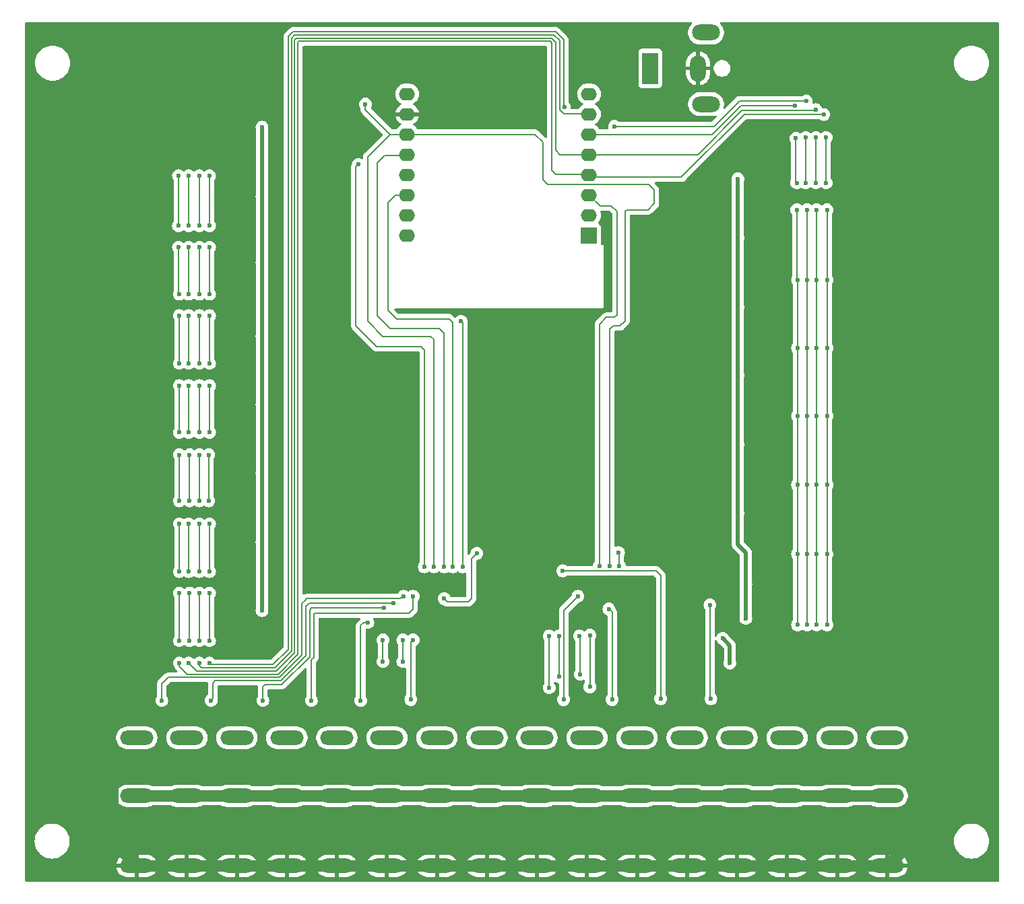
<source format=gbl>
G04 #@! TF.GenerationSoftware,KiCad,Pcbnew,8.0.5*
G04 #@! TF.CreationDate,2025-03-13T16:15:27+08:00*
G04 #@! TF.ProjectId,hardware,68617264-7761-4726-952e-6b696361645f,rev?*
G04 #@! TF.SameCoordinates,Original*
G04 #@! TF.FileFunction,Copper,L2,Bot*
G04 #@! TF.FilePolarity,Positive*
%FSLAX46Y46*%
G04 Gerber Fmt 4.6, Leading zero omitted, Abs format (unit mm)*
G04 Created by KiCad (PCBNEW 8.0.5) date 2025-03-13 16:15:27*
%MOMM*%
%LPD*%
G01*
G04 APERTURE LIST*
G04 #@! TA.AperFunction,ComponentPad*
%ADD10R,2.000000X4.000000*%
G04 #@! TD*
G04 #@! TA.AperFunction,ComponentPad*
%ADD11O,2.000000X3.300000*%
G04 #@! TD*
G04 #@! TA.AperFunction,ComponentPad*
%ADD12O,3.500000X2.000000*%
G04 #@! TD*
G04 #@! TA.AperFunction,ComponentPad*
%ADD13R,2.000000X2.000000*%
G04 #@! TD*
G04 #@! TA.AperFunction,ComponentPad*
%ADD14O,2.000000X1.600000*%
G04 #@! TD*
G04 #@! TA.AperFunction,ComponentPad*
%ADD15O,4.200000X1.800000*%
G04 #@! TD*
G04 #@! TA.AperFunction,ViaPad*
%ADD16C,0.600000*%
G04 #@! TD*
G04 #@! TA.AperFunction,Conductor*
%ADD17C,0.500000*%
G04 #@! TD*
G04 #@! TA.AperFunction,Conductor*
%ADD18C,1.400000*%
G04 #@! TD*
G04 #@! TA.AperFunction,Conductor*
%ADD19C,0.200000*%
G04 #@! TD*
G04 APERTURE END LIST*
D10*
G04 #@! TO.P,J2,1*
G04 #@! TO.N,RED*
X237000000Y-49800000D03*
D11*
G04 #@! TO.P,J2,2*
G04 #@! TO.N,GND*
X243000000Y-49800000D03*
D12*
G04 #@! TO.P,J2,MP*
G04 #@! TO.N,N/C*
X244000000Y-54300000D03*
X244000000Y-45300000D03*
G04 #@! TD*
D13*
G04 #@! TO.P,U1,1,~{RST}*
G04 #@! TO.N,unconnected-(U1-~{RST}-Pad1)*
X229290000Y-70800000D03*
D14*
G04 #@! TO.P,U1,2,A0*
G04 #@! TO.N,unconnected-(U1-A0-Pad2)*
X229290000Y-68260000D03*
G04 #@! TO.P,U1,3,D0*
G04 #@! TO.N,A*
X229290000Y-65720000D03*
G04 #@! TO.P,U1,4,SCK/D5*
G04 #@! TO.N,IN1*
X229290000Y-63180000D03*
G04 #@! TO.P,U1,5,MISO/D6*
G04 #@! TO.N,IN2*
X229290000Y-60640000D03*
G04 #@! TO.P,U1,6,MOSI/D7*
G04 #@! TO.N,IN4*
X229290000Y-58100000D03*
G04 #@! TO.P,U1,7,CS/D8*
G04 #@! TO.N,IN3*
X229290000Y-55560000D03*
G04 #@! TO.P,U1,8,3V3*
G04 #@! TO.N,unconnected-(U1-3V3-Pad8)*
X229290000Y-53020000D03*
G04 #@! TO.P,U1,9,5V*
G04 #@! TO.N,RED*
X206430000Y-53020000D03*
G04 #@! TO.P,U1,10,GND*
G04 #@! TO.N,GND*
X206430000Y-55560000D03*
G04 #@! TO.P,U1,11,D4*
G04 #@! TO.N,B*
X206430000Y-58100000D03*
G04 #@! TO.P,U1,12,D3*
G04 #@! TO.N,C*
X206430000Y-60640000D03*
G04 #@! TO.P,U1,13,SDA/D2*
G04 #@! TO.N,MUX2COM*
X206430000Y-63180000D03*
G04 #@! TO.P,U1,14,SCL/D1*
G04 #@! TO.N,MUX1COM*
X206430000Y-65720000D03*
G04 #@! TO.P,U1,15,RX*
G04 #@! TO.N,unconnected-(U1-RX-Pad15)*
X206430000Y-68260000D03*
G04 #@! TO.P,U1,16,TX*
G04 #@! TO.N,unconnected-(U1-TX-Pad16)*
X206430000Y-70800000D03*
G04 #@! TD*
D15*
G04 #@! TO.P,SW6,1,A*
G04 #@! TO.N,GND*
X203893340Y-150100000D03*
G04 #@! TO.P,SW6,2,B*
G04 #@! TO.N,SW6*
X203893340Y-134000000D03*
G04 #@! TO.P,SW6,3,C*
G04 #@! TO.N,RED*
X203893340Y-141300000D03*
G04 #@! TD*
G04 #@! TO.P,SW11,1,A*
G04 #@! TO.N,GND*
X235326670Y-150100000D03*
G04 #@! TO.P,SW11,2,B*
G04 #@! TO.N,SW11*
X235326670Y-134000000D03*
G04 #@! TO.P,SW11,3,C*
G04 #@! TO.N,RED*
X235326670Y-141300000D03*
G04 #@! TD*
G04 #@! TO.P,SW12,1,A*
G04 #@! TO.N,GND*
X241613336Y-150100000D03*
G04 #@! TO.P,SW12,2,B*
G04 #@! TO.N,SW12*
X241613336Y-134000000D03*
G04 #@! TO.P,SW12,3,C*
G04 #@! TO.N,RED*
X241613336Y-141300000D03*
G04 #@! TD*
G04 #@! TO.P,SW14,1,A*
G04 #@! TO.N,GND*
X254186668Y-150100000D03*
G04 #@! TO.P,SW14,2,B*
G04 #@! TO.N,SW14*
X254186668Y-134000000D03*
G04 #@! TO.P,SW14,3,C*
G04 #@! TO.N,RED*
X254186668Y-141300000D03*
G04 #@! TD*
G04 #@! TO.P,SW7,1,A*
G04 #@! TO.N,GND*
X210180006Y-150100000D03*
G04 #@! TO.P,SW7,2,B*
G04 #@! TO.N,SW7*
X210180006Y-134000000D03*
G04 #@! TO.P,SW7,3,C*
G04 #@! TO.N,RED*
X210180006Y-141300000D03*
G04 #@! TD*
G04 #@! TO.P,SW4,1,A*
G04 #@! TO.N,GND*
X191320008Y-150100000D03*
G04 #@! TO.P,SW4,2,B*
G04 #@! TO.N,SW4*
X191320008Y-134000000D03*
G04 #@! TO.P,SW4,3,C*
G04 #@! TO.N,RED*
X191320008Y-141300000D03*
G04 #@! TD*
G04 #@! TO.P,SW15,1,A*
G04 #@! TO.N,GND*
X260473334Y-150100000D03*
G04 #@! TO.P,SW15,2,B*
G04 #@! TO.N,SW15*
X260473334Y-134000000D03*
G04 #@! TO.P,SW15,3,C*
G04 #@! TO.N,RED*
X260473334Y-141300000D03*
G04 #@! TD*
G04 #@! TO.P,SW10,1,A*
G04 #@! TO.N,GND*
X229040004Y-150100000D03*
G04 #@! TO.P,SW10,2,B*
G04 #@! TO.N,SW10*
X229040004Y-134000000D03*
G04 #@! TO.P,SW10,3,C*
G04 #@! TO.N,RED*
X229040004Y-141300000D03*
G04 #@! TD*
G04 #@! TO.P,SW8,1,A*
G04 #@! TO.N,GND*
X216466672Y-150100000D03*
G04 #@! TO.P,SW8,2,B*
G04 #@! TO.N,SW8*
X216466672Y-134000000D03*
G04 #@! TO.P,SW8,3,C*
G04 #@! TO.N,RED*
X216466672Y-141300000D03*
G04 #@! TD*
G04 #@! TO.P,SW9,1,A*
G04 #@! TO.N,GND*
X222753338Y-150100000D03*
G04 #@! TO.P,SW9,2,B*
G04 #@! TO.N,SW9*
X222753338Y-134000000D03*
G04 #@! TO.P,SW9,3,C*
G04 #@! TO.N,RED*
X222753338Y-141300000D03*
G04 #@! TD*
G04 #@! TO.P,SW16,1,A*
G04 #@! TO.N,GND*
X266760000Y-150100000D03*
G04 #@! TO.P,SW16,2,B*
G04 #@! TO.N,SW16*
X266760000Y-134000000D03*
G04 #@! TO.P,SW16,3,C*
G04 #@! TO.N,RED*
X266760000Y-141300000D03*
G04 #@! TD*
G04 #@! TO.P,SW2,1,A*
G04 #@! TO.N,GND*
X178746676Y-150100000D03*
G04 #@! TO.P,SW2,2,B*
G04 #@! TO.N,SW2*
X178746676Y-134000000D03*
G04 #@! TO.P,SW2,3,C*
G04 #@! TO.N,RED*
X178746676Y-141300000D03*
G04 #@! TD*
G04 #@! TO.P,SW5,1,A*
G04 #@! TO.N,GND*
X197606674Y-150100000D03*
G04 #@! TO.P,SW5,2,B*
G04 #@! TO.N,SW5*
X197606674Y-134000000D03*
G04 #@! TO.P,SW5,3,C*
G04 #@! TO.N,RED*
X197606674Y-141300000D03*
G04 #@! TD*
G04 #@! TO.P,SW13,1,A*
G04 #@! TO.N,GND*
X247900002Y-150100000D03*
G04 #@! TO.P,SW13,2,B*
G04 #@! TO.N,SW13*
X247900002Y-134000000D03*
G04 #@! TO.P,SW13,3,C*
G04 #@! TO.N,RED*
X247900002Y-141300000D03*
G04 #@! TD*
G04 #@! TO.P,SW1,1,A*
G04 #@! TO.N,GND*
X172460010Y-150100000D03*
G04 #@! TO.P,SW1,2,B*
G04 #@! TO.N,SW1*
X172460010Y-134000000D03*
G04 #@! TO.P,SW1,3,C*
G04 #@! TO.N,RED*
X172460010Y-141300000D03*
G04 #@! TD*
G04 #@! TO.P,SW3,1,A*
G04 #@! TO.N,GND*
X185033342Y-150100000D03*
G04 #@! TO.P,SW3,2,B*
G04 #@! TO.N,SW3*
X185033342Y-134000000D03*
G04 #@! TO.P,SW3,3,C*
G04 #@! TO.N,RED*
X185033342Y-141300000D03*
G04 #@! TD*
D16*
G04 #@! TO.N,RED*
X248000000Y-88400000D03*
X247000000Y-124600000D03*
X248000000Y-79800000D03*
X248000000Y-63700000D03*
X188200000Y-92100000D03*
X249000000Y-114700000D03*
X188200000Y-109400000D03*
X188200000Y-118000000D03*
X188200000Y-83500000D03*
X248000000Y-105700000D03*
X188200000Y-74200000D03*
X188200000Y-57200000D03*
X248000000Y-71100000D03*
X249000000Y-119000000D03*
X188200000Y-100700000D03*
X248000000Y-97100000D03*
X246100000Y-121500000D03*
X188200000Y-65900000D03*
G04 #@! TO.N,SW1*
X206000000Y-116200000D03*
X175600000Y-129300000D03*
G04 #@! TO.N,GND*
X169400000Y-136900000D03*
X246300000Y-126000000D03*
X248100000Y-59900000D03*
X250200000Y-59200000D03*
G04 #@! TO.N,SW2*
X204700000Y-117100000D03*
X181800000Y-129300000D03*
G04 #@! TO.N,SW3*
X188300000Y-129300000D03*
X203500000Y-117700000D03*
G04 #@! TO.N,SW4*
X194400000Y-129300000D03*
X207200000Y-116200000D03*
G04 #@! TO.N,SW5*
X201500000Y-119500000D03*
X200600000Y-129300000D03*
G04 #@! TO.N,SW6*
X206900000Y-129200000D03*
X207200000Y-121700000D03*
G04 #@! TO.N,SW7*
X203400000Y-121700000D03*
X203400000Y-124400000D03*
G04 #@! TO.N,SW8*
X205900000Y-124400000D03*
X205900000Y-121700000D03*
G04 #@! TO.N,SW9*
X226100000Y-129200000D03*
X227900000Y-116200000D03*
G04 #@! TO.N,SW10*
X231800000Y-117800000D03*
X232200000Y-129200000D03*
G04 #@! TO.N,SW11*
X238300000Y-129100000D03*
X226000000Y-113000000D03*
G04 #@! TO.N,SW12*
X244500000Y-117300000D03*
X244600000Y-129100000D03*
G04 #@! TO.N,SW13*
X224300000Y-127700000D03*
X224300000Y-121200000D03*
G04 #@! TO.N,SW14*
X229400000Y-127600000D03*
X229400000Y-121100000D03*
G04 #@! TO.N,SW15*
X225500000Y-121200000D03*
X225500000Y-126300000D03*
G04 #@! TO.N,SW16*
X228100000Y-121200000D03*
X228200000Y-126000000D03*
G04 #@! TO.N,C*
X233100000Y-112400000D03*
X211100000Y-112500000D03*
X211100000Y-116500000D03*
X215200000Y-110800000D03*
X233000000Y-110700000D03*
G04 #@! TO.N,MUX2COM*
X213200000Y-81600000D03*
X213400000Y-112500000D03*
G04 #@! TO.N,MUX1COM*
X212200000Y-112500000D03*
G04 #@! TO.N,IN2*
X179000000Y-69600000D03*
X179000000Y-86900000D03*
X257900000Y-102200000D03*
X257800000Y-55000000D03*
X179100000Y-98400000D03*
X179000000Y-78200000D03*
X179100000Y-115800000D03*
X179100000Y-104200000D03*
X257900000Y-85000000D03*
X257800000Y-58500000D03*
X179000000Y-89700000D03*
X257900000Y-119800000D03*
X179000000Y-113100000D03*
X179000000Y-107100000D03*
X257900000Y-67600000D03*
X179000000Y-72300000D03*
X179000000Y-95600000D03*
X257800000Y-64200000D03*
X257900000Y-76400000D03*
X257900000Y-93500000D03*
X179000000Y-80900000D03*
X179100000Y-121800000D03*
X179000000Y-124600000D03*
X257900000Y-110900000D03*
X179000000Y-63300000D03*
G04 #@! TO.N,IN4*
X255500000Y-102200000D03*
X181600000Y-107100000D03*
X181500000Y-104200000D03*
X255300000Y-58600000D03*
X181600000Y-86900000D03*
X255500000Y-76400000D03*
X255400000Y-67600000D03*
X255500000Y-93500000D03*
X181500000Y-98400000D03*
X255400000Y-64200000D03*
X226200000Y-54700000D03*
X181600000Y-121800000D03*
X181600000Y-78200000D03*
X181600000Y-69600000D03*
X181600000Y-80900000D03*
X255500000Y-119800000D03*
X255500000Y-85000000D03*
X181600000Y-89700000D03*
X255500000Y-110900000D03*
X181600000Y-72300000D03*
X181600000Y-95600000D03*
X181600000Y-63300000D03*
X181600000Y-113100000D03*
X181600000Y-115800000D03*
X181600000Y-124600000D03*
X255200000Y-54500000D03*
G04 #@! TO.N,B*
X201200000Y-54300000D03*
X231900000Y-112400000D03*
X209800000Y-112500000D03*
G04 #@! TO.N,IN1*
X177700000Y-69600000D03*
X177700000Y-63300000D03*
X177800000Y-107100000D03*
X259200000Y-85000000D03*
X259200000Y-93500000D03*
X177800000Y-104200000D03*
X259200000Y-76400000D03*
X177800000Y-113100000D03*
X177800000Y-78200000D03*
X177800000Y-80900000D03*
X258800000Y-55600000D03*
X177800000Y-98400000D03*
X177800000Y-95600000D03*
X259200000Y-119800000D03*
X177800000Y-86900000D03*
X177800000Y-89700000D03*
X177800000Y-124600000D03*
X259100000Y-58500000D03*
X177800000Y-115800000D03*
X259200000Y-67600000D03*
X259100000Y-64200000D03*
X259200000Y-102200000D03*
X259200000Y-110900000D03*
X177800000Y-121800000D03*
X177700000Y-72300000D03*
G04 #@! TO.N,IN3*
X180300000Y-107100000D03*
X256700000Y-85000000D03*
X256500000Y-58500000D03*
X180300000Y-89700000D03*
X180300000Y-72300000D03*
X256700000Y-110900000D03*
X180300000Y-95600000D03*
X256700000Y-119800000D03*
X180300000Y-113100000D03*
X232500000Y-57100000D03*
X256500000Y-64200000D03*
X256700000Y-102200000D03*
X256700000Y-93500000D03*
X180300000Y-63300000D03*
X180300000Y-80900000D03*
X180300000Y-124600000D03*
X180300000Y-78200000D03*
X180300000Y-98400000D03*
X180300000Y-69600000D03*
X180300000Y-104200000D03*
X180300000Y-86900000D03*
X256700000Y-67600000D03*
X256600000Y-53900000D03*
X256700000Y-76400000D03*
X180300000Y-115800000D03*
X180300000Y-121800000D03*
G04 #@! TO.N,A*
X208600000Y-112500000D03*
X200300000Y-61900000D03*
X230600000Y-112400000D03*
G04 #@! TD*
D17*
G04 #@! TO.N,RED*
X248000000Y-71100000D02*
X248000000Y-79800000D01*
X188200000Y-100700000D02*
X188200000Y-109400000D01*
D18*
X178746676Y-141300000D02*
X185033342Y-141300000D01*
D17*
X247000000Y-124600000D02*
X247000000Y-122400000D01*
X188200000Y-92100000D02*
X188200000Y-100700000D01*
X249000000Y-110700000D02*
X249000000Y-114700000D01*
D18*
X197606674Y-141300000D02*
X203893340Y-141300000D01*
D17*
X248000000Y-63700000D02*
X248000000Y-71100000D01*
X188200000Y-57200000D02*
X188200000Y-65900000D01*
D18*
X210180006Y-141300000D02*
X216466672Y-141300000D01*
X235326670Y-141300000D02*
X241613336Y-141300000D01*
X172460010Y-141300000D02*
X178746676Y-141300000D01*
X203893340Y-141300000D02*
X210180006Y-141300000D01*
D17*
X249000000Y-114700000D02*
X249000000Y-119000000D01*
X188200000Y-83500000D02*
X188200000Y-92100000D01*
D18*
X260473334Y-141300000D02*
X266760000Y-141300000D01*
X229040004Y-141300000D02*
X235326670Y-141300000D01*
D17*
X248000000Y-105700000D02*
X248000000Y-109700000D01*
D18*
X241613336Y-141300000D02*
X247900002Y-141300000D01*
D17*
X248000000Y-97100000D02*
X248000000Y-105700000D01*
X188200000Y-65900000D02*
X188200000Y-74200000D01*
X188200000Y-109400000D02*
X188200000Y-118000000D01*
D18*
X191320008Y-141300000D02*
X197606674Y-141300000D01*
D17*
X248000000Y-88400000D02*
X248000000Y-97100000D01*
X247000000Y-122400000D02*
X246100000Y-121500000D01*
X248000000Y-79800000D02*
X248000000Y-88400000D01*
X188200000Y-74200000D02*
X188200000Y-83500000D01*
D18*
X216466672Y-141300000D02*
X222753338Y-141300000D01*
X185033342Y-141300000D02*
X191320008Y-141300000D01*
X254186668Y-141300000D02*
X260473334Y-141300000D01*
X222753338Y-141300000D02*
X229040004Y-141300000D01*
D17*
X248000000Y-109700000D02*
X249000000Y-110700000D01*
D18*
X247900002Y-141300000D02*
X254186668Y-141300000D01*
D19*
X206280000Y-53020000D02*
X206430000Y-53020000D01*
G04 #@! TO.N,SW1*
X175600000Y-129300000D02*
X175600000Y-127200000D01*
X193600000Y-116700000D02*
X193800000Y-116500000D01*
X190400000Y-126400000D02*
X193200000Y-123600000D01*
X193800000Y-116500000D02*
X205600000Y-116500000D01*
X176400000Y-126400000D02*
X190400000Y-126400000D01*
X205600000Y-116500000D02*
X205900000Y-116200000D01*
X175600000Y-127200000D02*
X176400000Y-126400000D01*
X193200000Y-117100000D02*
X193600000Y-116700000D01*
X205900000Y-116200000D02*
X206000000Y-116200000D01*
X193200000Y-123600000D02*
X193200000Y-117100000D01*
D18*
G04 #@! TO.N,GND*
X246300000Y-126000000D02*
X248000000Y-127700000D01*
D17*
X250200000Y-59200000D02*
X249500000Y-59900000D01*
D18*
X229040004Y-150100000D02*
X235326670Y-150100000D01*
X191320008Y-150100000D02*
X197606674Y-150100000D01*
X178746676Y-150100000D02*
X185033342Y-150100000D01*
X169400000Y-136900000D02*
X169400000Y-147039990D01*
X210180006Y-150100000D02*
X216466672Y-150100000D01*
X277700000Y-127700000D02*
X277700000Y-139160000D01*
D17*
X249500000Y-59900000D02*
X248100000Y-59900000D01*
D18*
X235326670Y-150100000D02*
X241613336Y-150100000D01*
D19*
X206620000Y-55750000D02*
X206430000Y-55560000D01*
D18*
X254186668Y-150100000D02*
X260473334Y-150100000D01*
X203893340Y-150100000D02*
X210180006Y-150100000D01*
X185033342Y-150100000D02*
X191320008Y-150100000D01*
X197606674Y-150100000D02*
X203893340Y-150100000D01*
X248000000Y-127700000D02*
X277700000Y-127700000D01*
X169400000Y-147039990D02*
X172460010Y-150100000D01*
X247900002Y-150100000D02*
X254186668Y-150100000D01*
X260473334Y-150100000D02*
X266760000Y-150100000D01*
X216466672Y-150100000D02*
X222753338Y-150100000D01*
X172460010Y-150100000D02*
X178746676Y-150100000D01*
X222753338Y-150100000D02*
X229040004Y-150100000D01*
X241613336Y-150100000D02*
X247900002Y-150100000D01*
X277700000Y-139160000D02*
X266760000Y-150100000D01*
D19*
G04 #@! TO.N,SW2*
X181800000Y-129300000D02*
X182000000Y-129100000D01*
X193700000Y-123665686D02*
X193700000Y-117500000D01*
X193700000Y-117500000D02*
X194100000Y-117100000D01*
X182000000Y-129100000D02*
X182000000Y-127100000D01*
X182300000Y-126800000D02*
X190565686Y-126800000D01*
X182000000Y-127100000D02*
X182300000Y-126800000D01*
X194100000Y-117100000D02*
X204700000Y-117100000D01*
X190565686Y-126800000D02*
X193700000Y-123665686D01*
G04 #@! TO.N,SW3*
X190700000Y-127300000D02*
X194200000Y-123800000D01*
X188300000Y-127600000D02*
X188600000Y-127300000D01*
X194400000Y-117700000D02*
X203500000Y-117700000D01*
X194200000Y-117900000D02*
X194400000Y-117700000D01*
X188300000Y-129300000D02*
X188300000Y-127600000D01*
X194200000Y-123800000D02*
X194200000Y-117900000D01*
X188600000Y-127300000D02*
X190700000Y-127300000D01*
G04 #@! TO.N,SW4*
X194800000Y-118300000D02*
X206700000Y-118300000D01*
X194700000Y-123900000D02*
X194700000Y-118400000D01*
X207200000Y-117800000D02*
X207200000Y-116200000D01*
X194400000Y-129300000D02*
X194400000Y-124200000D01*
X194700000Y-118400000D02*
X194800000Y-118300000D01*
X194400000Y-124200000D02*
X194700000Y-123900000D01*
X206700000Y-118300000D02*
X207200000Y-117800000D01*
G04 #@! TO.N,SW5*
X201000000Y-119500000D02*
X201500000Y-119500000D01*
X200600000Y-119900000D02*
X201000000Y-119500000D01*
X200600000Y-129300000D02*
X200600000Y-119900000D01*
G04 #@! TO.N,SW6*
X207200000Y-121700000D02*
X206900000Y-122000000D01*
X206900000Y-122000000D02*
X206900000Y-129200000D01*
G04 #@! TO.N,SW7*
X203400000Y-124400000D02*
X203400000Y-121700000D01*
G04 #@! TO.N,SW8*
X205900000Y-124400000D02*
X205900000Y-121700000D01*
G04 #@! TO.N,SW9*
X226100000Y-118000000D02*
X227900000Y-116200000D01*
X226100000Y-129200000D02*
X226100000Y-118000000D01*
G04 #@! TO.N,SW10*
X232200000Y-118200000D02*
X231800000Y-117800000D01*
X232200000Y-129200000D02*
X232200000Y-118200000D01*
G04 #@! TO.N,SW11*
X226000000Y-113000000D02*
X237700000Y-113000000D01*
X238300000Y-113600000D02*
X238300000Y-129100000D01*
X237700000Y-113000000D02*
X238300000Y-113600000D01*
G04 #@! TO.N,SW12*
X244500000Y-129000000D02*
X244600000Y-129100000D01*
X244500000Y-117300000D02*
X244500000Y-129000000D01*
G04 #@! TO.N,SW13*
X224300000Y-127700000D02*
X224300000Y-121200000D01*
G04 #@! TO.N,SW14*
X229400000Y-127600000D02*
X229400000Y-121100000D01*
G04 #@! TO.N,SW15*
X225500000Y-126300000D02*
X225500000Y-121200000D01*
G04 #@! TO.N,SW16*
X228200000Y-126000000D02*
X228200000Y-121300000D01*
X228200000Y-121300000D02*
X228100000Y-121200000D01*
G04 #@! TO.N,C*
X211500000Y-116900000D02*
X211100000Y-116500000D01*
X203600000Y-60800000D02*
X206270000Y-60800000D01*
X210500000Y-82500000D02*
X204300000Y-82500000D01*
X202700000Y-80900000D02*
X202700000Y-61700000D01*
X202700000Y-61700000D02*
X203600000Y-60800000D01*
X204300000Y-82500000D02*
X202700000Y-80900000D01*
X233100000Y-112400000D02*
X233100000Y-110800000D01*
X214500000Y-116500000D02*
X214100000Y-116900000D01*
X206270000Y-60800000D02*
X206430000Y-60640000D01*
X214500000Y-111500000D02*
X214500000Y-116500000D01*
X233100000Y-110800000D02*
X233000000Y-110700000D01*
X215200000Y-110800000D02*
X214500000Y-111500000D01*
X211100000Y-112500000D02*
X211100000Y-83100000D01*
X211100000Y-83100000D02*
X210500000Y-82500000D01*
X214100000Y-116900000D02*
X211500000Y-116900000D01*
G04 #@! TO.N,MUX2COM*
X213400000Y-81800000D02*
X213200000Y-81600000D01*
X213400000Y-112500000D02*
X213400000Y-81800000D01*
G04 #@! TO.N,MUX1COM*
X204980000Y-65720000D02*
X206430000Y-65720000D01*
X204000000Y-66700000D02*
X204980000Y-65720000D01*
X204000000Y-80200000D02*
X204000000Y-66700000D01*
X212200000Y-81800000D02*
X211700000Y-81300000D01*
X205100000Y-81300000D02*
X204000000Y-80200000D01*
X211700000Y-81300000D02*
X205100000Y-81300000D01*
X212200000Y-112500000D02*
X212200000Y-81800000D01*
G04 #@! TO.N,IN2*
X179000000Y-89700000D02*
X179000000Y-95600000D01*
X192300000Y-46200000D02*
X192500000Y-46000000D01*
X242960000Y-60640000D02*
X229290000Y-60640000D01*
X192500000Y-46000000D02*
X224600000Y-46000000D01*
X257900000Y-93500000D02*
X257900000Y-98600000D01*
X179100000Y-115800000D02*
X179100000Y-121800000D01*
X257900000Y-102200000D02*
X257900000Y-110900000D01*
X190000000Y-125600000D02*
X192300000Y-123300000D01*
X248500000Y-55100000D02*
X242960000Y-60640000D01*
X257800000Y-58500000D02*
X257800000Y-64200000D01*
X179000000Y-80900000D02*
X179000000Y-86900000D01*
X192300000Y-123300000D02*
X192300000Y-46200000D01*
X257900000Y-85000000D02*
X257900000Y-93500000D01*
X257900000Y-98600000D02*
X257900000Y-102200000D01*
X179000000Y-72300000D02*
X179000000Y-78200000D01*
X257900000Y-110900000D02*
X257900000Y-119800000D01*
X179000000Y-107100000D02*
X179000000Y-113100000D01*
X224600000Y-46000000D02*
X225100000Y-46500000D01*
X250500000Y-55100000D02*
X248500000Y-55100000D01*
X225100000Y-46500000D02*
X225100000Y-60100000D01*
X257900000Y-67600000D02*
X257900000Y-76400000D01*
X225640000Y-60640000D02*
X229290000Y-60640000D01*
X250500000Y-55100000D02*
X257700000Y-55100000D01*
X257700000Y-55100000D02*
X257800000Y-55000000D01*
X179000000Y-69600000D02*
X179000000Y-63300000D01*
X180000000Y-125600000D02*
X190000000Y-125600000D01*
X179100000Y-98400000D02*
X179100000Y-104200000D01*
X257900000Y-76400000D02*
X257900000Y-85000000D01*
X225100000Y-60100000D02*
X225640000Y-60640000D01*
X179000000Y-124600000D02*
X180000000Y-125600000D01*
G04 #@! TO.N,IN4*
X181600000Y-107100000D02*
X181600000Y-113100000D01*
X181600000Y-80900000D02*
X181600000Y-86900000D01*
X192100000Y-45200000D02*
X225100000Y-45200000D01*
X181800000Y-124800000D02*
X189600000Y-124800000D01*
X225100000Y-45200000D02*
X226100000Y-46200000D01*
X191500000Y-122900000D02*
X191500000Y-45800000D01*
X181600000Y-89700000D02*
X181600000Y-95600000D01*
X255300000Y-58600000D02*
X255300000Y-64100000D01*
X255400000Y-67600000D02*
X255400000Y-76300000D01*
X181600000Y-72300000D02*
X181600000Y-78200000D01*
X250400000Y-54500000D02*
X248400000Y-54500000D01*
X250400000Y-54500000D02*
X255200000Y-54500000D01*
X248400000Y-54500000D02*
X244800000Y-58100000D01*
X255500000Y-85000000D02*
X255500000Y-93500000D01*
X244800000Y-58100000D02*
X229290000Y-58100000D01*
X191500000Y-45800000D02*
X192000000Y-45300000D01*
X255500000Y-102200000D02*
X255500000Y-110900000D01*
X192000000Y-45300000D02*
X192100000Y-45200000D01*
X181600000Y-69600000D02*
X181600000Y-63300000D01*
X189600000Y-124800000D02*
X191500000Y-122900000D01*
X255400000Y-76300000D02*
X255500000Y-76400000D01*
X181500000Y-98400000D02*
X181500000Y-104200000D01*
X255500000Y-110900000D02*
X255500000Y-119800000D01*
X255500000Y-76400000D02*
X255500000Y-85000000D01*
X226100000Y-46200000D02*
X226100000Y-54600000D01*
X181600000Y-124600000D02*
X181800000Y-124800000D01*
X181600000Y-115800000D02*
X181600000Y-121800000D01*
X255500000Y-93500000D02*
X255500000Y-102200000D01*
X226100000Y-54600000D02*
X226200000Y-54700000D01*
X255300000Y-64100000D02*
X255400000Y-64200000D01*
G04 #@! TO.N,B*
X222500000Y-58100000D02*
X206430000Y-58100000D01*
X233800000Y-81600000D02*
X233800000Y-67800000D01*
X209800000Y-112500000D02*
X209800000Y-83900000D01*
X203400000Y-83500000D02*
X201500000Y-81600000D01*
X201500000Y-60900000D02*
X204300000Y-58100000D01*
X236700000Y-67600000D02*
X237500000Y-66800000D01*
X233200000Y-82200000D02*
X233800000Y-81600000D01*
X201200000Y-55000000D02*
X201200000Y-54300000D01*
X204300000Y-58100000D02*
X206430000Y-58100000D01*
X231900000Y-82600000D02*
X232300000Y-82200000D01*
X204300000Y-58100000D02*
X201200000Y-55000000D01*
X237500000Y-65100000D02*
X236800000Y-64400000D01*
X223500000Y-63800000D02*
X223500000Y-59100000D01*
X233800000Y-67800000D02*
X234000000Y-67600000D01*
X231900000Y-112400000D02*
X231900000Y-82600000D01*
X236800000Y-64400000D02*
X224100000Y-64400000D01*
X206830000Y-58500000D02*
X206430000Y-58100000D01*
X209400000Y-83500000D02*
X203400000Y-83500000D01*
X237500000Y-66800000D02*
X237500000Y-65100000D01*
X224100000Y-64400000D02*
X223500000Y-63800000D01*
X234000000Y-67600000D02*
X236700000Y-67600000D01*
X223500000Y-59100000D02*
X222500000Y-58100000D01*
X232300000Y-82200000D02*
X233200000Y-82200000D01*
X201500000Y-81600000D02*
X201500000Y-60900000D01*
X209800000Y-83900000D02*
X209400000Y-83500000D01*
G04 #@! TO.N,IN1*
X177800000Y-80900000D02*
X177800000Y-86900000D01*
X190200000Y-126000000D02*
X192700000Y-123500000D01*
X177700000Y-69600000D02*
X177700000Y-63300000D01*
X192700000Y-123500000D02*
X192700000Y-46500000D01*
X224600000Y-62600000D02*
X225100000Y-63100000D01*
X259200000Y-76400000D02*
X259200000Y-85000000D01*
X224400000Y-46400000D02*
X224600000Y-46600000D01*
X240900000Y-63500000D02*
X229610000Y-63500000D01*
X177800000Y-107100000D02*
X177800000Y-113100000D01*
X177700000Y-78100000D02*
X177800000Y-78200000D01*
X192800000Y-46400000D02*
X224400000Y-46400000D01*
X177800000Y-98400000D02*
X177800000Y-104200000D01*
X258600000Y-55600000D02*
X258800000Y-55600000D01*
X259200000Y-110900000D02*
X259200000Y-119800000D01*
X177800000Y-124600000D02*
X177800000Y-125000000D01*
X229610000Y-63500000D02*
X229290000Y-63180000D01*
X259200000Y-88400000D02*
X259200000Y-93500000D01*
X177800000Y-115800000D02*
X177800000Y-121800000D01*
X259100000Y-58500000D02*
X259100000Y-64200000D01*
X259200000Y-85000000D02*
X259200000Y-88400000D01*
X178800000Y-126000000D02*
X190200000Y-126000000D01*
X259200000Y-102200000D02*
X259200000Y-110900000D01*
X177800000Y-125000000D02*
X178800000Y-126000000D01*
X225100000Y-63100000D02*
X229210000Y-63100000D01*
X259200000Y-67600000D02*
X259200000Y-76400000D01*
X177700000Y-72300000D02*
X177700000Y-78100000D01*
X192700000Y-46500000D02*
X192800000Y-46400000D01*
X259200000Y-93500000D02*
X259200000Y-102200000D01*
X229210000Y-63100000D02*
X229290000Y-63180000D01*
X248800000Y-55600000D02*
X240900000Y-63500000D01*
X177800000Y-89700000D02*
X177800000Y-95600000D01*
X224600000Y-46600000D02*
X224600000Y-62600000D01*
X258600000Y-55600000D02*
X248800000Y-55600000D01*
G04 #@! TO.N,IN3*
X232500000Y-57100000D02*
X245000000Y-57100000D01*
X191900000Y-46000000D02*
X192300000Y-45600000D01*
X189800000Y-125200000D02*
X191900000Y-123100000D01*
X225600000Y-46300000D02*
X225600000Y-55000000D01*
X180300000Y-98400000D02*
X180300000Y-104200000D01*
X256700000Y-102200000D02*
X256700000Y-110900000D01*
X225600000Y-55000000D02*
X226100000Y-55500000D01*
X256500000Y-58500000D02*
X256500000Y-64200000D01*
X180300000Y-115800000D02*
X180300000Y-121800000D01*
X256700000Y-93500000D02*
X256700000Y-102200000D01*
X180300000Y-72300000D02*
X180300000Y-78200000D01*
X229230000Y-55500000D02*
X229290000Y-55560000D01*
X256700000Y-67600000D02*
X256700000Y-76400000D01*
X248200000Y-53900000D02*
X250300000Y-53900000D01*
X192300000Y-45600000D02*
X224900000Y-45600000D01*
X180300000Y-107100000D02*
X180300000Y-113100000D01*
X224900000Y-45600000D02*
X225600000Y-46300000D01*
X180300000Y-80900000D02*
X180300000Y-86900000D01*
X191900000Y-123100000D02*
X191900000Y-46000000D01*
X180300000Y-89700000D02*
X180300000Y-95600000D01*
X180300000Y-124900000D02*
X180600000Y-125200000D01*
X250300000Y-53900000D02*
X256600000Y-53900000D01*
X245000000Y-57100000D02*
X248200000Y-53900000D01*
X256700000Y-85000000D02*
X256700000Y-93500000D01*
X226100000Y-55500000D02*
X229230000Y-55500000D01*
X180300000Y-69600000D02*
X180300000Y-63300000D01*
X180300000Y-124600000D02*
X180300000Y-124900000D01*
X256700000Y-76400000D02*
X256700000Y-85000000D01*
X180600000Y-125200000D02*
X189800000Y-125200000D01*
X256700000Y-110900000D02*
X256700000Y-119800000D01*
G04 #@! TO.N,A*
X230600000Y-82000000D02*
X231500000Y-81100000D01*
X200000000Y-62200000D02*
X200300000Y-61900000D01*
X200000000Y-82200000D02*
X200000000Y-62200000D01*
X232800000Y-67800000D02*
X232100000Y-67100000D01*
X230600000Y-112400000D02*
X230600000Y-82000000D01*
X230670000Y-67100000D02*
X229290000Y-65720000D01*
X202600000Y-84800000D02*
X200000000Y-82200000D01*
X232500000Y-81100000D02*
X232800000Y-80800000D01*
X208600000Y-85200000D02*
X208200000Y-84800000D01*
X231500000Y-81100000D02*
X232500000Y-81100000D01*
X232100000Y-67100000D02*
X230670000Y-67100000D01*
X208600000Y-111000000D02*
X208600000Y-85200000D01*
X232800000Y-80800000D02*
X232800000Y-67800000D01*
X208600000Y-112500000D02*
X208600000Y-111000000D01*
X208200000Y-84800000D02*
X202600000Y-84800000D01*
G04 #@! TD*
G04 #@! TA.AperFunction,Conductor*
G04 #@! TO.N,GND*
G36*
X242206124Y-44009211D02*
G01*
X242251879Y-44062015D01*
X242261823Y-44131173D01*
X242232798Y-44194729D01*
X242226766Y-44201207D01*
X242105485Y-44322487D01*
X242105485Y-44322488D01*
X242105483Y-44322490D01*
X242045862Y-44404550D01*
X241966657Y-44513566D01*
X241859433Y-44724003D01*
X241786446Y-44948631D01*
X241749500Y-45181902D01*
X241749500Y-45418097D01*
X241786446Y-45651368D01*
X241859433Y-45875996D01*
X241906421Y-45968214D01*
X241966657Y-46086433D01*
X242105483Y-46277510D01*
X242272490Y-46444517D01*
X242463567Y-46583343D01*
X242562991Y-46634002D01*
X242674003Y-46690566D01*
X242674005Y-46690566D01*
X242674008Y-46690568D01*
X242794412Y-46729689D01*
X242898631Y-46763553D01*
X243131903Y-46800500D01*
X243131908Y-46800500D01*
X244868097Y-46800500D01*
X245101368Y-46763553D01*
X245325992Y-46690568D01*
X245536433Y-46583343D01*
X245727510Y-46444517D01*
X245894517Y-46277510D01*
X246033343Y-46086433D01*
X246140568Y-45875992D01*
X246213553Y-45651368D01*
X246234661Y-45518096D01*
X246250500Y-45418097D01*
X246250500Y-45181902D01*
X246213553Y-44948631D01*
X246140566Y-44724003D01*
X246077128Y-44599500D01*
X246033343Y-44513567D01*
X245894517Y-44322490D01*
X245773234Y-44201207D01*
X245739749Y-44139884D01*
X245744733Y-44070192D01*
X245786605Y-44014259D01*
X245852069Y-43989842D01*
X245860915Y-43989526D01*
X280715500Y-43989526D01*
X280782539Y-44009211D01*
X280828294Y-44062015D01*
X280839500Y-44113526D01*
X280839500Y-151978683D01*
X280819815Y-152045722D01*
X280767011Y-152091477D01*
X280715500Y-152102683D01*
X158558121Y-152102683D01*
X158491082Y-152082998D01*
X158445327Y-152030194D01*
X158434121Y-151978683D01*
X158434121Y-149850000D01*
X169882155Y-149850000D01*
X170865035Y-149850000D01*
X170829940Y-149885095D01*
X170783862Y-149964905D01*
X170760010Y-150053922D01*
X170760010Y-150146078D01*
X170783862Y-150235095D01*
X170829940Y-150314905D01*
X170865035Y-150350000D01*
X169882155Y-150350000D01*
X169894483Y-150427835D01*
X169894483Y-150427838D01*
X169962577Y-150637410D01*
X170062623Y-150833760D01*
X170192152Y-151012041D01*
X170347968Y-151167857D01*
X170526249Y-151297386D01*
X170722599Y-151397432D01*
X170932174Y-151465526D01*
X171149829Y-151500000D01*
X172210010Y-151500000D01*
X172210010Y-150450000D01*
X172710010Y-150450000D01*
X172710010Y-151500000D01*
X173770191Y-151500000D01*
X173987845Y-151465526D01*
X174197420Y-151397432D01*
X174393770Y-151297386D01*
X174572051Y-151167857D01*
X174727867Y-151012041D01*
X174857396Y-150833760D01*
X174957442Y-150637410D01*
X175025536Y-150427838D01*
X175025536Y-150427835D01*
X175037865Y-150350000D01*
X174054985Y-150350000D01*
X174090080Y-150314905D01*
X174136158Y-150235095D01*
X174160010Y-150146078D01*
X174160010Y-150053922D01*
X174136158Y-149964905D01*
X174090080Y-149885095D01*
X174054985Y-149850000D01*
X175037865Y-149850000D01*
X176168821Y-149850000D01*
X177151701Y-149850000D01*
X177116606Y-149885095D01*
X177070528Y-149964905D01*
X177046676Y-150053922D01*
X177046676Y-150146078D01*
X177070528Y-150235095D01*
X177116606Y-150314905D01*
X177151701Y-150350000D01*
X176168821Y-150350000D01*
X176181149Y-150427835D01*
X176181149Y-150427838D01*
X176249243Y-150637410D01*
X176349289Y-150833760D01*
X176478818Y-151012041D01*
X176634634Y-151167857D01*
X176812915Y-151297386D01*
X177009265Y-151397432D01*
X177218840Y-151465526D01*
X177436495Y-151500000D01*
X178496676Y-151500000D01*
X178496676Y-150450000D01*
X178996676Y-150450000D01*
X178996676Y-151500000D01*
X180056857Y-151500000D01*
X180274511Y-151465526D01*
X180484086Y-151397432D01*
X180680436Y-151297386D01*
X180858717Y-151167857D01*
X181014533Y-151012041D01*
X181144062Y-150833760D01*
X181244108Y-150637410D01*
X181312202Y-150427838D01*
X181312202Y-150427835D01*
X181324531Y-150350000D01*
X180341651Y-150350000D01*
X180376746Y-150314905D01*
X180422824Y-150235095D01*
X180446676Y-150146078D01*
X180446676Y-150053922D01*
X180422824Y-149964905D01*
X180376746Y-149885095D01*
X180341651Y-149850000D01*
X181324531Y-149850000D01*
X182455487Y-149850000D01*
X183438367Y-149850000D01*
X183403272Y-149885095D01*
X183357194Y-149964905D01*
X183333342Y-150053922D01*
X183333342Y-150146078D01*
X183357194Y-150235095D01*
X183403272Y-150314905D01*
X183438367Y-150350000D01*
X182455487Y-150350000D01*
X182467815Y-150427835D01*
X182467815Y-150427838D01*
X182535909Y-150637410D01*
X182635955Y-150833760D01*
X182765484Y-151012041D01*
X182921300Y-151167857D01*
X183099581Y-151297386D01*
X183295931Y-151397432D01*
X183505506Y-151465526D01*
X183723161Y-151500000D01*
X184783342Y-151500000D01*
X184783342Y-150450000D01*
X185283342Y-150450000D01*
X185283342Y-151500000D01*
X186343523Y-151500000D01*
X186561177Y-151465526D01*
X186770752Y-151397432D01*
X186967102Y-151297386D01*
X187145383Y-151167857D01*
X187301199Y-151012041D01*
X187430728Y-150833760D01*
X187530774Y-150637410D01*
X187598868Y-150427838D01*
X187598868Y-150427835D01*
X187611197Y-150350000D01*
X186628317Y-150350000D01*
X186663412Y-150314905D01*
X186709490Y-150235095D01*
X186733342Y-150146078D01*
X186733342Y-150053922D01*
X186709490Y-149964905D01*
X186663412Y-149885095D01*
X186628317Y-149850000D01*
X187611197Y-149850000D01*
X188742153Y-149850000D01*
X189725033Y-149850000D01*
X189689938Y-149885095D01*
X189643860Y-149964905D01*
X189620008Y-150053922D01*
X189620008Y-150146078D01*
X189643860Y-150235095D01*
X189689938Y-150314905D01*
X189725033Y-150350000D01*
X188742153Y-150350000D01*
X188754481Y-150427835D01*
X188754481Y-150427838D01*
X188822575Y-150637410D01*
X188922621Y-150833760D01*
X189052150Y-151012041D01*
X189207966Y-151167857D01*
X189386247Y-151297386D01*
X189582597Y-151397432D01*
X189792172Y-151465526D01*
X190009827Y-151500000D01*
X191070008Y-151500000D01*
X191070008Y-150450000D01*
X191570008Y-150450000D01*
X191570008Y-151500000D01*
X192630189Y-151500000D01*
X192847843Y-151465526D01*
X193057418Y-151397432D01*
X193253768Y-151297386D01*
X193432049Y-151167857D01*
X193587865Y-151012041D01*
X193717394Y-150833760D01*
X193817440Y-150637410D01*
X193885534Y-150427838D01*
X193885534Y-150427835D01*
X193897863Y-150350000D01*
X192914983Y-150350000D01*
X192950078Y-150314905D01*
X192996156Y-150235095D01*
X193020008Y-150146078D01*
X193020008Y-150053922D01*
X192996156Y-149964905D01*
X192950078Y-149885095D01*
X192914983Y-149850000D01*
X193897863Y-149850000D01*
X195028819Y-149850000D01*
X196011699Y-149850000D01*
X195976604Y-149885095D01*
X195930526Y-149964905D01*
X195906674Y-150053922D01*
X195906674Y-150146078D01*
X195930526Y-150235095D01*
X195976604Y-150314905D01*
X196011699Y-150350000D01*
X195028819Y-150350000D01*
X195041147Y-150427835D01*
X195041147Y-150427838D01*
X195109241Y-150637410D01*
X195209287Y-150833760D01*
X195338816Y-151012041D01*
X195494632Y-151167857D01*
X195672913Y-151297386D01*
X195869263Y-151397432D01*
X196078838Y-151465526D01*
X196296493Y-151500000D01*
X197356674Y-151500000D01*
X197356674Y-150450000D01*
X197856674Y-150450000D01*
X197856674Y-151500000D01*
X198916855Y-151500000D01*
X199134509Y-151465526D01*
X199344084Y-151397432D01*
X199540434Y-151297386D01*
X199718715Y-151167857D01*
X199874531Y-151012041D01*
X200004060Y-150833760D01*
X200104106Y-150637410D01*
X200172200Y-150427838D01*
X200172200Y-150427835D01*
X200184529Y-150350000D01*
X199201649Y-150350000D01*
X199236744Y-150314905D01*
X199282822Y-150235095D01*
X199306674Y-150146078D01*
X199306674Y-150053922D01*
X199282822Y-149964905D01*
X199236744Y-149885095D01*
X199201649Y-149850000D01*
X200184529Y-149850000D01*
X201315485Y-149850000D01*
X202298365Y-149850000D01*
X202263270Y-149885095D01*
X202217192Y-149964905D01*
X202193340Y-150053922D01*
X202193340Y-150146078D01*
X202217192Y-150235095D01*
X202263270Y-150314905D01*
X202298365Y-150350000D01*
X201315485Y-150350000D01*
X201327813Y-150427835D01*
X201327813Y-150427838D01*
X201395907Y-150637410D01*
X201495953Y-150833760D01*
X201625482Y-151012041D01*
X201781298Y-151167857D01*
X201959579Y-151297386D01*
X202155929Y-151397432D01*
X202365504Y-151465526D01*
X202583159Y-151500000D01*
X203643340Y-151500000D01*
X203643340Y-150450000D01*
X204143340Y-150450000D01*
X204143340Y-151500000D01*
X205203521Y-151500000D01*
X205421175Y-151465526D01*
X205630750Y-151397432D01*
X205827100Y-151297386D01*
X206005381Y-151167857D01*
X206161197Y-151012041D01*
X206290726Y-150833760D01*
X206390772Y-150637410D01*
X206458866Y-150427838D01*
X206458866Y-150427835D01*
X206471195Y-150350000D01*
X205488315Y-150350000D01*
X205523410Y-150314905D01*
X205569488Y-150235095D01*
X205593340Y-150146078D01*
X205593340Y-150053922D01*
X205569488Y-149964905D01*
X205523410Y-149885095D01*
X205488315Y-149850000D01*
X206471195Y-149850000D01*
X207602151Y-149850000D01*
X208585031Y-149850000D01*
X208549936Y-149885095D01*
X208503858Y-149964905D01*
X208480006Y-150053922D01*
X208480006Y-150146078D01*
X208503858Y-150235095D01*
X208549936Y-150314905D01*
X208585031Y-150350000D01*
X207602151Y-150350000D01*
X207614479Y-150427835D01*
X207614479Y-150427838D01*
X207682573Y-150637410D01*
X207782619Y-150833760D01*
X207912148Y-151012041D01*
X208067964Y-151167857D01*
X208246245Y-151297386D01*
X208442595Y-151397432D01*
X208652170Y-151465526D01*
X208869825Y-151500000D01*
X209930006Y-151500000D01*
X209930006Y-150450000D01*
X210430006Y-150450000D01*
X210430006Y-151500000D01*
X211490187Y-151500000D01*
X211707841Y-151465526D01*
X211917416Y-151397432D01*
X212113766Y-151297386D01*
X212292047Y-151167857D01*
X212447863Y-151012041D01*
X212577392Y-150833760D01*
X212677438Y-150637410D01*
X212745532Y-150427838D01*
X212745532Y-150427835D01*
X212757861Y-150350000D01*
X211774981Y-150350000D01*
X211810076Y-150314905D01*
X211856154Y-150235095D01*
X211880006Y-150146078D01*
X211880006Y-150053922D01*
X211856154Y-149964905D01*
X211810076Y-149885095D01*
X211774981Y-149850000D01*
X212757861Y-149850000D01*
X213888817Y-149850000D01*
X214871697Y-149850000D01*
X214836602Y-149885095D01*
X214790524Y-149964905D01*
X214766672Y-150053922D01*
X214766672Y-150146078D01*
X214790524Y-150235095D01*
X214836602Y-150314905D01*
X214871697Y-150350000D01*
X213888817Y-150350000D01*
X213901145Y-150427835D01*
X213901145Y-150427838D01*
X213969239Y-150637410D01*
X214069285Y-150833760D01*
X214198814Y-151012041D01*
X214354630Y-151167857D01*
X214532911Y-151297386D01*
X214729261Y-151397432D01*
X214938836Y-151465526D01*
X215156491Y-151500000D01*
X216216672Y-151500000D01*
X216216672Y-150450000D01*
X216716672Y-150450000D01*
X216716672Y-151500000D01*
X217776853Y-151500000D01*
X217994507Y-151465526D01*
X218204082Y-151397432D01*
X218400432Y-151297386D01*
X218578713Y-151167857D01*
X218734529Y-151012041D01*
X218864058Y-150833760D01*
X218964104Y-150637410D01*
X219032198Y-150427838D01*
X219032198Y-150427835D01*
X219044527Y-150350000D01*
X218061647Y-150350000D01*
X218096742Y-150314905D01*
X218142820Y-150235095D01*
X218166672Y-150146078D01*
X218166672Y-150053922D01*
X218142820Y-149964905D01*
X218096742Y-149885095D01*
X218061647Y-149850000D01*
X219044527Y-149850000D01*
X220175483Y-149850000D01*
X221158363Y-149850000D01*
X221123268Y-149885095D01*
X221077190Y-149964905D01*
X221053338Y-150053922D01*
X221053338Y-150146078D01*
X221077190Y-150235095D01*
X221123268Y-150314905D01*
X221158363Y-150350000D01*
X220175483Y-150350000D01*
X220187811Y-150427835D01*
X220187811Y-150427838D01*
X220255905Y-150637410D01*
X220355951Y-150833760D01*
X220485480Y-151012041D01*
X220641296Y-151167857D01*
X220819577Y-151297386D01*
X221015927Y-151397432D01*
X221225502Y-151465526D01*
X221443157Y-151500000D01*
X222503338Y-151500000D01*
X222503338Y-150450000D01*
X223003338Y-150450000D01*
X223003338Y-151500000D01*
X224063519Y-151500000D01*
X224281173Y-151465526D01*
X224490748Y-151397432D01*
X224687098Y-151297386D01*
X224865379Y-151167857D01*
X225021195Y-151012041D01*
X225150724Y-150833760D01*
X225250770Y-150637410D01*
X225318864Y-150427838D01*
X225318864Y-150427835D01*
X225331193Y-150350000D01*
X224348313Y-150350000D01*
X224383408Y-150314905D01*
X224429486Y-150235095D01*
X224453338Y-150146078D01*
X224453338Y-150053922D01*
X224429486Y-149964905D01*
X224383408Y-149885095D01*
X224348313Y-149850000D01*
X225331193Y-149850000D01*
X226462149Y-149850000D01*
X227445029Y-149850000D01*
X227409934Y-149885095D01*
X227363856Y-149964905D01*
X227340004Y-150053922D01*
X227340004Y-150146078D01*
X227363856Y-150235095D01*
X227409934Y-150314905D01*
X227445029Y-150350000D01*
X226462149Y-150350000D01*
X226474477Y-150427835D01*
X226474477Y-150427838D01*
X226542571Y-150637410D01*
X226642617Y-150833760D01*
X226772146Y-151012041D01*
X226927962Y-151167857D01*
X227106243Y-151297386D01*
X227302593Y-151397432D01*
X227512168Y-151465526D01*
X227729823Y-151500000D01*
X228790004Y-151500000D01*
X228790004Y-150450000D01*
X229290004Y-150450000D01*
X229290004Y-151500000D01*
X230350185Y-151500000D01*
X230567839Y-151465526D01*
X230777414Y-151397432D01*
X230973764Y-151297386D01*
X231152045Y-151167857D01*
X231307861Y-151012041D01*
X231437390Y-150833760D01*
X231537436Y-150637410D01*
X231605530Y-150427838D01*
X231605530Y-150427835D01*
X231617859Y-150350000D01*
X230634979Y-150350000D01*
X230670074Y-150314905D01*
X230716152Y-150235095D01*
X230740004Y-150146078D01*
X230740004Y-150053922D01*
X230716152Y-149964905D01*
X230670074Y-149885095D01*
X230634979Y-149850000D01*
X231617859Y-149850000D01*
X232748815Y-149850000D01*
X233731695Y-149850000D01*
X233696600Y-149885095D01*
X233650522Y-149964905D01*
X233626670Y-150053922D01*
X233626670Y-150146078D01*
X233650522Y-150235095D01*
X233696600Y-150314905D01*
X233731695Y-150350000D01*
X232748815Y-150350000D01*
X232761143Y-150427835D01*
X232761143Y-150427838D01*
X232829237Y-150637410D01*
X232929283Y-150833760D01*
X233058812Y-151012041D01*
X233214628Y-151167857D01*
X233392909Y-151297386D01*
X233589259Y-151397432D01*
X233798834Y-151465526D01*
X234016489Y-151500000D01*
X235076670Y-151500000D01*
X235076670Y-150450000D01*
X235576670Y-150450000D01*
X235576670Y-151500000D01*
X236636851Y-151500000D01*
X236854505Y-151465526D01*
X237064080Y-151397432D01*
X237260430Y-151297386D01*
X237438711Y-151167857D01*
X237594527Y-151012041D01*
X237724056Y-150833760D01*
X237824102Y-150637410D01*
X237892196Y-150427838D01*
X237892196Y-150427835D01*
X237904525Y-150350000D01*
X236921645Y-150350000D01*
X236956740Y-150314905D01*
X237002818Y-150235095D01*
X237026670Y-150146078D01*
X237026670Y-150053922D01*
X237002818Y-149964905D01*
X236956740Y-149885095D01*
X236921645Y-149850000D01*
X237904525Y-149850000D01*
X239035481Y-149850000D01*
X240018361Y-149850000D01*
X239983266Y-149885095D01*
X239937188Y-149964905D01*
X239913336Y-150053922D01*
X239913336Y-150146078D01*
X239937188Y-150235095D01*
X239983266Y-150314905D01*
X240018361Y-150350000D01*
X239035481Y-150350000D01*
X239047809Y-150427835D01*
X239047809Y-150427838D01*
X239115903Y-150637410D01*
X239215949Y-150833760D01*
X239345478Y-151012041D01*
X239501294Y-151167857D01*
X239679575Y-151297386D01*
X239875925Y-151397432D01*
X240085500Y-151465526D01*
X240303155Y-151500000D01*
X241363336Y-151500000D01*
X241363336Y-150450000D01*
X241863336Y-150450000D01*
X241863336Y-151500000D01*
X242923517Y-151500000D01*
X243141171Y-151465526D01*
X243350746Y-151397432D01*
X243547096Y-151297386D01*
X243725377Y-151167857D01*
X243881193Y-151012041D01*
X244010722Y-150833760D01*
X244110768Y-150637410D01*
X244178862Y-150427838D01*
X244178862Y-150427835D01*
X244191191Y-150350000D01*
X243208311Y-150350000D01*
X243243406Y-150314905D01*
X243289484Y-150235095D01*
X243313336Y-150146078D01*
X243313336Y-150053922D01*
X243289484Y-149964905D01*
X243243406Y-149885095D01*
X243208311Y-149850000D01*
X244191191Y-149850000D01*
X245322147Y-149850000D01*
X246305027Y-149850000D01*
X246269932Y-149885095D01*
X246223854Y-149964905D01*
X246200002Y-150053922D01*
X246200002Y-150146078D01*
X246223854Y-150235095D01*
X246269932Y-150314905D01*
X246305027Y-150350000D01*
X245322147Y-150350000D01*
X245334475Y-150427835D01*
X245334475Y-150427838D01*
X245402569Y-150637410D01*
X245502615Y-150833760D01*
X245632144Y-151012041D01*
X245787960Y-151167857D01*
X245966241Y-151297386D01*
X246162591Y-151397432D01*
X246372166Y-151465526D01*
X246589821Y-151500000D01*
X247650002Y-151500000D01*
X247650002Y-150450000D01*
X248150002Y-150450000D01*
X248150002Y-151500000D01*
X249210183Y-151500000D01*
X249427837Y-151465526D01*
X249637412Y-151397432D01*
X249833762Y-151297386D01*
X250012043Y-151167857D01*
X250167859Y-151012041D01*
X250297388Y-150833760D01*
X250397434Y-150637410D01*
X250465528Y-150427838D01*
X250465528Y-150427835D01*
X250477857Y-150350000D01*
X249494977Y-150350000D01*
X249530072Y-150314905D01*
X249576150Y-150235095D01*
X249600002Y-150146078D01*
X249600002Y-150053922D01*
X249576150Y-149964905D01*
X249530072Y-149885095D01*
X249494977Y-149850000D01*
X250477857Y-149850000D01*
X251608813Y-149850000D01*
X252591693Y-149850000D01*
X252556598Y-149885095D01*
X252510520Y-149964905D01*
X252486668Y-150053922D01*
X252486668Y-150146078D01*
X252510520Y-150235095D01*
X252556598Y-150314905D01*
X252591693Y-150350000D01*
X251608813Y-150350000D01*
X251621141Y-150427835D01*
X251621141Y-150427838D01*
X251689235Y-150637410D01*
X251789281Y-150833760D01*
X251918810Y-151012041D01*
X252074626Y-151167857D01*
X252252907Y-151297386D01*
X252449257Y-151397432D01*
X252658832Y-151465526D01*
X252876487Y-151500000D01*
X253936668Y-151500000D01*
X253936668Y-150450000D01*
X254436668Y-150450000D01*
X254436668Y-151500000D01*
X255496849Y-151500000D01*
X255714503Y-151465526D01*
X255924078Y-151397432D01*
X256120428Y-151297386D01*
X256298709Y-151167857D01*
X256454525Y-151012041D01*
X256584054Y-150833760D01*
X256684100Y-150637410D01*
X256752194Y-150427838D01*
X256752194Y-150427835D01*
X256764523Y-150350000D01*
X255781643Y-150350000D01*
X255816738Y-150314905D01*
X255862816Y-150235095D01*
X255886668Y-150146078D01*
X255886668Y-150053922D01*
X255862816Y-149964905D01*
X255816738Y-149885095D01*
X255781643Y-149850000D01*
X256764523Y-149850000D01*
X257895479Y-149850000D01*
X258878359Y-149850000D01*
X258843264Y-149885095D01*
X258797186Y-149964905D01*
X258773334Y-150053922D01*
X258773334Y-150146078D01*
X258797186Y-150235095D01*
X258843264Y-150314905D01*
X258878359Y-150350000D01*
X257895479Y-150350000D01*
X257907807Y-150427835D01*
X257907807Y-150427838D01*
X257975901Y-150637410D01*
X258075947Y-150833760D01*
X258205476Y-151012041D01*
X258361292Y-151167857D01*
X258539573Y-151297386D01*
X258735923Y-151397432D01*
X258945498Y-151465526D01*
X259163153Y-151500000D01*
X260223334Y-151500000D01*
X260223334Y-150450000D01*
X260723334Y-150450000D01*
X260723334Y-151500000D01*
X261783515Y-151500000D01*
X262001169Y-151465526D01*
X262210744Y-151397432D01*
X262407094Y-151297386D01*
X262585375Y-151167857D01*
X262741191Y-151012041D01*
X262870720Y-150833760D01*
X262970766Y-150637410D01*
X263038860Y-150427838D01*
X263038860Y-150427835D01*
X263051189Y-150350000D01*
X262068309Y-150350000D01*
X262103404Y-150314905D01*
X262149482Y-150235095D01*
X262173334Y-150146078D01*
X262173334Y-150053922D01*
X262149482Y-149964905D01*
X262103404Y-149885095D01*
X262068309Y-149850000D01*
X263051189Y-149850000D01*
X264182145Y-149850000D01*
X265165025Y-149850000D01*
X265129930Y-149885095D01*
X265083852Y-149964905D01*
X265060000Y-150053922D01*
X265060000Y-150146078D01*
X265083852Y-150235095D01*
X265129930Y-150314905D01*
X265165025Y-150350000D01*
X264182145Y-150350000D01*
X264194473Y-150427835D01*
X264194473Y-150427838D01*
X264262567Y-150637410D01*
X264362613Y-150833760D01*
X264492142Y-151012041D01*
X264647958Y-151167857D01*
X264826239Y-151297386D01*
X265022589Y-151397432D01*
X265232164Y-151465526D01*
X265449819Y-151500000D01*
X266510000Y-151500000D01*
X266510000Y-150450000D01*
X267010000Y-150450000D01*
X267010000Y-151500000D01*
X268070181Y-151500000D01*
X268287835Y-151465526D01*
X268497410Y-151397432D01*
X268693760Y-151297386D01*
X268872041Y-151167857D01*
X269027857Y-151012041D01*
X269157386Y-150833760D01*
X269257432Y-150637410D01*
X269325526Y-150427838D01*
X269325526Y-150427835D01*
X269337855Y-150350000D01*
X268354975Y-150350000D01*
X268390070Y-150314905D01*
X268436148Y-150235095D01*
X268460000Y-150146078D01*
X268460000Y-150053922D01*
X268436148Y-149964905D01*
X268390070Y-149885095D01*
X268354975Y-149850000D01*
X269337855Y-149850000D01*
X269325526Y-149772164D01*
X269325526Y-149772161D01*
X269257432Y-149562589D01*
X269157386Y-149366239D01*
X269027857Y-149187958D01*
X268872041Y-149032142D01*
X268693760Y-148902613D01*
X268497410Y-148802567D01*
X268287835Y-148734473D01*
X268070181Y-148700000D01*
X267010000Y-148700000D01*
X267010000Y-149750000D01*
X266510000Y-149750000D01*
X266510000Y-148700000D01*
X265449819Y-148700000D01*
X265232164Y-148734473D01*
X265022589Y-148802567D01*
X264826239Y-148902613D01*
X264647958Y-149032142D01*
X264492142Y-149187958D01*
X264362613Y-149366239D01*
X264262567Y-149562589D01*
X264194473Y-149772161D01*
X264194473Y-149772164D01*
X264182145Y-149850000D01*
X263051189Y-149850000D01*
X263038860Y-149772164D01*
X263038860Y-149772161D01*
X262970766Y-149562589D01*
X262870720Y-149366239D01*
X262741191Y-149187958D01*
X262585375Y-149032142D01*
X262407094Y-148902613D01*
X262210744Y-148802567D01*
X262001169Y-148734473D01*
X261783515Y-148700000D01*
X260723334Y-148700000D01*
X260723334Y-149750000D01*
X260223334Y-149750000D01*
X260223334Y-148700000D01*
X259163153Y-148700000D01*
X258945498Y-148734473D01*
X258735923Y-148802567D01*
X258539573Y-148902613D01*
X258361292Y-149032142D01*
X258205476Y-149187958D01*
X258075947Y-149366239D01*
X257975901Y-149562589D01*
X257907807Y-149772161D01*
X257907807Y-149772164D01*
X257895479Y-149850000D01*
X256764523Y-149850000D01*
X256752194Y-149772164D01*
X256752194Y-149772161D01*
X256684100Y-149562589D01*
X256584054Y-149366239D01*
X256454525Y-149187958D01*
X256298709Y-149032142D01*
X256120428Y-148902613D01*
X255924078Y-148802567D01*
X255714503Y-148734473D01*
X255496849Y-148700000D01*
X254436668Y-148700000D01*
X254436668Y-149750000D01*
X253936668Y-149750000D01*
X253936668Y-148700000D01*
X252876487Y-148700000D01*
X252658832Y-148734473D01*
X252449257Y-148802567D01*
X252252907Y-148902613D01*
X252074626Y-149032142D01*
X251918810Y-149187958D01*
X251789281Y-149366239D01*
X251689235Y-149562589D01*
X251621141Y-149772161D01*
X251621141Y-149772164D01*
X251608813Y-149850000D01*
X250477857Y-149850000D01*
X250465528Y-149772164D01*
X250465528Y-149772161D01*
X250397434Y-149562589D01*
X250297388Y-149366239D01*
X250167859Y-149187958D01*
X250012043Y-149032142D01*
X249833762Y-148902613D01*
X249637412Y-148802567D01*
X249427837Y-148734473D01*
X249210183Y-148700000D01*
X248150002Y-148700000D01*
X248150002Y-149750000D01*
X247650002Y-149750000D01*
X247650002Y-148700000D01*
X246589821Y-148700000D01*
X246372166Y-148734473D01*
X246162591Y-148802567D01*
X245966241Y-148902613D01*
X245787960Y-149032142D01*
X245632144Y-149187958D01*
X245502615Y-149366239D01*
X245402569Y-149562589D01*
X245334475Y-149772161D01*
X245334475Y-149772164D01*
X245322147Y-149850000D01*
X244191191Y-149850000D01*
X244178862Y-149772164D01*
X244178862Y-149772161D01*
X244110768Y-149562589D01*
X244010722Y-149366239D01*
X243881193Y-149187958D01*
X243725377Y-149032142D01*
X243547096Y-148902613D01*
X243350746Y-148802567D01*
X243141171Y-148734473D01*
X242923517Y-148700000D01*
X241863336Y-148700000D01*
X241863336Y-149750000D01*
X241363336Y-149750000D01*
X241363336Y-148700000D01*
X240303155Y-148700000D01*
X240085500Y-148734473D01*
X239875925Y-148802567D01*
X239679575Y-148902613D01*
X239501294Y-149032142D01*
X239345478Y-149187958D01*
X239215949Y-149366239D01*
X239115903Y-149562589D01*
X239047809Y-149772161D01*
X239047809Y-149772164D01*
X239035481Y-149850000D01*
X237904525Y-149850000D01*
X237892196Y-149772164D01*
X237892196Y-149772161D01*
X237824102Y-149562589D01*
X237724056Y-149366239D01*
X237594527Y-149187958D01*
X237438711Y-149032142D01*
X237260430Y-148902613D01*
X237064080Y-148802567D01*
X236854505Y-148734473D01*
X236636851Y-148700000D01*
X235576670Y-148700000D01*
X235576670Y-149750000D01*
X235076670Y-149750000D01*
X235076670Y-148700000D01*
X234016489Y-148700000D01*
X233798834Y-148734473D01*
X233589259Y-148802567D01*
X233392909Y-148902613D01*
X233214628Y-149032142D01*
X233058812Y-149187958D01*
X232929283Y-149366239D01*
X232829237Y-149562589D01*
X232761143Y-149772161D01*
X232761143Y-149772164D01*
X232748815Y-149850000D01*
X231617859Y-149850000D01*
X231605530Y-149772164D01*
X231605530Y-149772161D01*
X231537436Y-149562589D01*
X231437390Y-149366239D01*
X231307861Y-149187958D01*
X231152045Y-149032142D01*
X230973764Y-148902613D01*
X230777414Y-148802567D01*
X230567839Y-148734473D01*
X230350185Y-148700000D01*
X229290004Y-148700000D01*
X229290004Y-149750000D01*
X228790004Y-149750000D01*
X228790004Y-148700000D01*
X227729823Y-148700000D01*
X227512168Y-148734473D01*
X227302593Y-148802567D01*
X227106243Y-148902613D01*
X226927962Y-149032142D01*
X226772146Y-149187958D01*
X226642617Y-149366239D01*
X226542571Y-149562589D01*
X226474477Y-149772161D01*
X226474477Y-149772164D01*
X226462149Y-149850000D01*
X225331193Y-149850000D01*
X225318864Y-149772164D01*
X225318864Y-149772161D01*
X225250770Y-149562589D01*
X225150724Y-149366239D01*
X225021195Y-149187958D01*
X224865379Y-149032142D01*
X224687098Y-148902613D01*
X224490748Y-148802567D01*
X224281173Y-148734473D01*
X224063519Y-148700000D01*
X223003338Y-148700000D01*
X223003338Y-149750000D01*
X222503338Y-149750000D01*
X222503338Y-148700000D01*
X221443157Y-148700000D01*
X221225502Y-148734473D01*
X221015927Y-148802567D01*
X220819577Y-148902613D01*
X220641296Y-149032142D01*
X220485480Y-149187958D01*
X220355951Y-149366239D01*
X220255905Y-149562589D01*
X220187811Y-149772161D01*
X220187811Y-149772164D01*
X220175483Y-149850000D01*
X219044527Y-149850000D01*
X219032198Y-149772164D01*
X219032198Y-149772161D01*
X218964104Y-149562589D01*
X218864058Y-149366239D01*
X218734529Y-149187958D01*
X218578713Y-149032142D01*
X218400432Y-148902613D01*
X218204082Y-148802567D01*
X217994507Y-148734473D01*
X217776853Y-148700000D01*
X216716672Y-148700000D01*
X216716672Y-149750000D01*
X216216672Y-149750000D01*
X216216672Y-148700000D01*
X215156491Y-148700000D01*
X214938836Y-148734473D01*
X214729261Y-148802567D01*
X214532911Y-148902613D01*
X214354630Y-149032142D01*
X214198814Y-149187958D01*
X214069285Y-149366239D01*
X213969239Y-149562589D01*
X213901145Y-149772161D01*
X213901145Y-149772164D01*
X213888817Y-149850000D01*
X212757861Y-149850000D01*
X212745532Y-149772164D01*
X212745532Y-149772161D01*
X212677438Y-149562589D01*
X212577392Y-149366239D01*
X212447863Y-149187958D01*
X212292047Y-149032142D01*
X212113766Y-148902613D01*
X211917416Y-148802567D01*
X211707841Y-148734473D01*
X211490187Y-148700000D01*
X210430006Y-148700000D01*
X210430006Y-149750000D01*
X209930006Y-149750000D01*
X209930006Y-148700000D01*
X208869825Y-148700000D01*
X208652170Y-148734473D01*
X208442595Y-148802567D01*
X208246245Y-148902613D01*
X208067964Y-149032142D01*
X207912148Y-149187958D01*
X207782619Y-149366239D01*
X207682573Y-149562589D01*
X207614479Y-149772161D01*
X207614479Y-149772164D01*
X207602151Y-149850000D01*
X206471195Y-149850000D01*
X206458866Y-149772164D01*
X206458866Y-149772161D01*
X206390772Y-149562589D01*
X206290726Y-149366239D01*
X206161197Y-149187958D01*
X206005381Y-149032142D01*
X205827100Y-148902613D01*
X205630750Y-148802567D01*
X205421175Y-148734473D01*
X205203521Y-148700000D01*
X204143340Y-148700000D01*
X204143340Y-149750000D01*
X203643340Y-149750000D01*
X203643340Y-148700000D01*
X202583159Y-148700000D01*
X202365504Y-148734473D01*
X202155929Y-148802567D01*
X201959579Y-148902613D01*
X201781298Y-149032142D01*
X201625482Y-149187958D01*
X201495953Y-149366239D01*
X201395907Y-149562589D01*
X201327813Y-149772161D01*
X201327813Y-149772164D01*
X201315485Y-149850000D01*
X200184529Y-149850000D01*
X200172200Y-149772164D01*
X200172200Y-149772161D01*
X200104106Y-149562589D01*
X200004060Y-149366239D01*
X199874531Y-149187958D01*
X199718715Y-149032142D01*
X199540434Y-148902613D01*
X199344084Y-148802567D01*
X199134509Y-148734473D01*
X198916855Y-148700000D01*
X197856674Y-148700000D01*
X197856674Y-149750000D01*
X197356674Y-149750000D01*
X197356674Y-148700000D01*
X196296493Y-148700000D01*
X196078838Y-148734473D01*
X195869263Y-148802567D01*
X195672913Y-148902613D01*
X195494632Y-149032142D01*
X195338816Y-149187958D01*
X195209287Y-149366239D01*
X195109241Y-149562589D01*
X195041147Y-149772161D01*
X195041147Y-149772164D01*
X195028819Y-149850000D01*
X193897863Y-149850000D01*
X193885534Y-149772164D01*
X193885534Y-149772161D01*
X193817440Y-149562589D01*
X193717394Y-149366239D01*
X193587865Y-149187958D01*
X193432049Y-149032142D01*
X193253768Y-148902613D01*
X193057418Y-148802567D01*
X192847843Y-148734473D01*
X192630189Y-148700000D01*
X191570008Y-148700000D01*
X191570008Y-149750000D01*
X191070008Y-149750000D01*
X191070008Y-148700000D01*
X190009827Y-148700000D01*
X189792172Y-148734473D01*
X189582597Y-148802567D01*
X189386247Y-148902613D01*
X189207966Y-149032142D01*
X189052150Y-149187958D01*
X188922621Y-149366239D01*
X188822575Y-149562589D01*
X188754481Y-149772161D01*
X188754481Y-149772164D01*
X188742153Y-149850000D01*
X187611197Y-149850000D01*
X187598868Y-149772164D01*
X187598868Y-149772161D01*
X187530774Y-149562589D01*
X187430728Y-149366239D01*
X187301199Y-149187958D01*
X187145383Y-149032142D01*
X186967102Y-148902613D01*
X186770752Y-148802567D01*
X186561177Y-148734473D01*
X186343523Y-148700000D01*
X185283342Y-148700000D01*
X185283342Y-149750000D01*
X184783342Y-149750000D01*
X184783342Y-148700000D01*
X183723161Y-148700000D01*
X183505506Y-148734473D01*
X183295931Y-148802567D01*
X183099581Y-148902613D01*
X182921300Y-149032142D01*
X182765484Y-149187958D01*
X182635955Y-149366239D01*
X182535909Y-149562589D01*
X182467815Y-149772161D01*
X182467815Y-149772164D01*
X182455487Y-149850000D01*
X181324531Y-149850000D01*
X181312202Y-149772164D01*
X181312202Y-149772161D01*
X181244108Y-149562589D01*
X181144062Y-149366239D01*
X181014533Y-149187958D01*
X180858717Y-149032142D01*
X180680436Y-148902613D01*
X180484086Y-148802567D01*
X180274511Y-148734473D01*
X180056857Y-148700000D01*
X178996676Y-148700000D01*
X178996676Y-149750000D01*
X178496676Y-149750000D01*
X178496676Y-148700000D01*
X177436495Y-148700000D01*
X177218840Y-148734473D01*
X177009265Y-148802567D01*
X176812915Y-148902613D01*
X176634634Y-149032142D01*
X176478818Y-149187958D01*
X176349289Y-149366239D01*
X176249243Y-149562589D01*
X176181149Y-149772161D01*
X176181149Y-149772164D01*
X176168821Y-149850000D01*
X175037865Y-149850000D01*
X175025536Y-149772164D01*
X175025536Y-149772161D01*
X174957442Y-149562589D01*
X174857396Y-149366239D01*
X174727867Y-149187958D01*
X174572051Y-149032142D01*
X174393770Y-148902613D01*
X174197420Y-148802567D01*
X173987845Y-148734473D01*
X173770191Y-148700000D01*
X172710010Y-148700000D01*
X172710010Y-149750000D01*
X172210010Y-149750000D01*
X172210010Y-148700000D01*
X171149829Y-148700000D01*
X170932174Y-148734473D01*
X170722599Y-148802567D01*
X170526249Y-148902613D01*
X170347968Y-149032142D01*
X170192152Y-149187958D01*
X170062623Y-149366239D01*
X169962577Y-149562589D01*
X169894483Y-149772161D01*
X169894483Y-149772164D01*
X169882155Y-149850000D01*
X158434121Y-149850000D01*
X158434121Y-147000000D01*
X159617378Y-147000000D01*
X159636244Y-147287837D01*
X159636246Y-147287849D01*
X159692517Y-147570745D01*
X159692521Y-147570760D01*
X159785242Y-147843905D01*
X159912819Y-148102606D01*
X159912823Y-148102613D01*
X160073078Y-148342452D01*
X160263272Y-148559327D01*
X160423679Y-148700000D01*
X160480146Y-148749520D01*
X160719989Y-148909778D01*
X160978698Y-149037359D01*
X161251847Y-149130081D01*
X161534761Y-149186356D01*
X161822600Y-149205222D01*
X162110439Y-149186356D01*
X162393353Y-149130081D01*
X162666502Y-149037359D01*
X162925211Y-148909778D01*
X163165054Y-148749520D01*
X163381927Y-148559327D01*
X163572120Y-148342454D01*
X163732378Y-148102611D01*
X163859959Y-147843902D01*
X163952681Y-147570753D01*
X164008956Y-147287839D01*
X164027822Y-147000000D01*
X275167378Y-147000000D01*
X275186244Y-147287837D01*
X275186246Y-147287849D01*
X275242517Y-147570745D01*
X275242521Y-147570760D01*
X275335242Y-147843905D01*
X275462819Y-148102606D01*
X275462823Y-148102613D01*
X275623078Y-148342452D01*
X275813272Y-148559327D01*
X275973679Y-148700000D01*
X276030146Y-148749520D01*
X276269989Y-148909778D01*
X276528698Y-149037359D01*
X276801847Y-149130081D01*
X277084761Y-149186356D01*
X277372600Y-149205222D01*
X277660439Y-149186356D01*
X277943353Y-149130081D01*
X278216502Y-149037359D01*
X278475211Y-148909778D01*
X278715054Y-148749520D01*
X278931927Y-148559327D01*
X279122120Y-148342454D01*
X279282378Y-148102611D01*
X279409959Y-147843902D01*
X279502681Y-147570753D01*
X279558956Y-147287839D01*
X279577822Y-147000000D01*
X279558956Y-146712161D01*
X279502681Y-146429247D01*
X279409959Y-146156098D01*
X279282378Y-145897389D01*
X279122120Y-145657546D01*
X278931927Y-145440672D01*
X278715052Y-145250478D01*
X278475213Y-145090223D01*
X278475206Y-145090219D01*
X278216505Y-144962642D01*
X277943360Y-144869921D01*
X277943354Y-144869919D01*
X277943353Y-144869919D01*
X277943351Y-144869918D01*
X277943345Y-144869917D01*
X277660449Y-144813646D01*
X277660439Y-144813644D01*
X277372600Y-144794778D01*
X277084761Y-144813644D01*
X277084755Y-144813645D01*
X277084750Y-144813646D01*
X276801854Y-144869917D01*
X276801839Y-144869921D01*
X276528694Y-144962642D01*
X276269993Y-145090219D01*
X276269986Y-145090223D01*
X276030147Y-145250478D01*
X275813272Y-145440672D01*
X275623078Y-145657547D01*
X275462823Y-145897386D01*
X275462819Y-145897393D01*
X275335242Y-146156094D01*
X275242521Y-146429239D01*
X275242517Y-146429254D01*
X275186246Y-146712150D01*
X275186244Y-146712162D01*
X275167378Y-147000000D01*
X164027822Y-147000000D01*
X164008956Y-146712161D01*
X163952681Y-146429247D01*
X163859959Y-146156098D01*
X163732378Y-145897389D01*
X163572120Y-145657546D01*
X163381927Y-145440672D01*
X163165052Y-145250478D01*
X162925213Y-145090223D01*
X162925206Y-145090219D01*
X162666505Y-144962642D01*
X162393360Y-144869921D01*
X162393354Y-144869919D01*
X162393353Y-144869919D01*
X162393351Y-144869918D01*
X162393345Y-144869917D01*
X162110449Y-144813646D01*
X162110439Y-144813644D01*
X161822600Y-144794778D01*
X161534761Y-144813644D01*
X161534755Y-144813645D01*
X161534750Y-144813646D01*
X161251854Y-144869917D01*
X161251839Y-144869921D01*
X160978694Y-144962642D01*
X160719993Y-145090219D01*
X160719986Y-145090223D01*
X160480147Y-145250478D01*
X160263272Y-145440672D01*
X160073078Y-145657547D01*
X159912823Y-145897386D01*
X159912819Y-145897393D01*
X159785242Y-146156094D01*
X159692521Y-146429239D01*
X159692517Y-146429254D01*
X159636246Y-146712150D01*
X159636244Y-146712162D01*
X159617378Y-147000000D01*
X158434121Y-147000000D01*
X158434121Y-141189778D01*
X169859510Y-141189778D01*
X169859510Y-141410221D01*
X169893995Y-141627952D01*
X169962113Y-141837603D01*
X169962114Y-141837606D01*
X170062197Y-142034025D01*
X170191762Y-142212358D01*
X170191766Y-142212363D01*
X170347646Y-142368243D01*
X170347651Y-142368247D01*
X170503202Y-142481260D01*
X170525988Y-142497815D01*
X170654385Y-142563237D01*
X170722403Y-142597895D01*
X170722406Y-142597896D01*
X170827231Y-142631955D01*
X170932059Y-142666015D01*
X171149788Y-142700500D01*
X171149789Y-142700500D01*
X173770231Y-142700500D01*
X173770232Y-142700500D01*
X173987961Y-142666015D01*
X174197616Y-142597895D01*
X174362238Y-142514015D01*
X174418533Y-142500500D01*
X176788153Y-142500500D01*
X176844448Y-142514015D01*
X177009069Y-142597895D01*
X177009072Y-142597896D01*
X177113897Y-142631955D01*
X177218725Y-142666015D01*
X177436454Y-142700500D01*
X177436455Y-142700500D01*
X180056897Y-142700500D01*
X180056898Y-142700500D01*
X180274627Y-142666015D01*
X180484282Y-142597895D01*
X180648904Y-142514015D01*
X180705199Y-142500500D01*
X183074819Y-142500500D01*
X183131114Y-142514015D01*
X183295735Y-142597895D01*
X183295738Y-142597896D01*
X183400563Y-142631955D01*
X183505391Y-142666015D01*
X183723120Y-142700500D01*
X183723121Y-142700500D01*
X186343563Y-142700500D01*
X186343564Y-142700500D01*
X186561293Y-142666015D01*
X186770948Y-142597895D01*
X186935570Y-142514015D01*
X186991865Y-142500500D01*
X189361485Y-142500500D01*
X189417780Y-142514015D01*
X189582401Y-142597895D01*
X189582404Y-142597896D01*
X189687229Y-142631955D01*
X189792057Y-142666015D01*
X190009786Y-142700500D01*
X190009787Y-142700500D01*
X192630229Y-142700500D01*
X192630230Y-142700500D01*
X192847959Y-142666015D01*
X193057614Y-142597895D01*
X193222236Y-142514015D01*
X193278531Y-142500500D01*
X195648151Y-142500500D01*
X195704446Y-142514015D01*
X195869067Y-142597895D01*
X195869070Y-142597896D01*
X195973895Y-142631955D01*
X196078723Y-142666015D01*
X196296452Y-142700500D01*
X196296453Y-142700500D01*
X198916895Y-142700500D01*
X198916896Y-142700500D01*
X199134625Y-142666015D01*
X199344280Y-142597895D01*
X199508902Y-142514015D01*
X199565197Y-142500500D01*
X201934817Y-142500500D01*
X201991112Y-142514015D01*
X202155733Y-142597895D01*
X202155736Y-142597896D01*
X202260561Y-142631955D01*
X202365389Y-142666015D01*
X202583118Y-142700500D01*
X202583119Y-142700500D01*
X205203561Y-142700500D01*
X205203562Y-142700500D01*
X205421291Y-142666015D01*
X205630946Y-142597895D01*
X205795568Y-142514015D01*
X205851863Y-142500500D01*
X208221483Y-142500500D01*
X208277778Y-142514015D01*
X208442399Y-142597895D01*
X208442402Y-142597896D01*
X208547227Y-142631955D01*
X208652055Y-142666015D01*
X208869784Y-142700500D01*
X208869785Y-142700500D01*
X211490227Y-142700500D01*
X211490228Y-142700500D01*
X211707957Y-142666015D01*
X211917612Y-142597895D01*
X212082234Y-142514015D01*
X212138529Y-142500500D01*
X214508149Y-142500500D01*
X214564444Y-142514015D01*
X214729065Y-142597895D01*
X214729068Y-142597896D01*
X214833893Y-142631955D01*
X214938721Y-142666015D01*
X215156450Y-142700500D01*
X215156451Y-142700500D01*
X217776893Y-142700500D01*
X217776894Y-142700500D01*
X217994623Y-142666015D01*
X218204278Y-142597895D01*
X218368900Y-142514015D01*
X218425195Y-142500500D01*
X220794815Y-142500500D01*
X220851110Y-142514015D01*
X221015731Y-142597895D01*
X221015734Y-142597896D01*
X221120559Y-142631955D01*
X221225387Y-142666015D01*
X221443116Y-142700500D01*
X221443117Y-142700500D01*
X224063559Y-142700500D01*
X224063560Y-142700500D01*
X224281289Y-142666015D01*
X224490944Y-142597895D01*
X224655566Y-142514015D01*
X224711861Y-142500500D01*
X227081481Y-142500500D01*
X227137776Y-142514015D01*
X227302397Y-142597895D01*
X227302400Y-142597896D01*
X227407225Y-142631955D01*
X227512053Y-142666015D01*
X227729782Y-142700500D01*
X227729783Y-142700500D01*
X230350225Y-142700500D01*
X230350226Y-142700500D01*
X230567955Y-142666015D01*
X230777610Y-142597895D01*
X230942232Y-142514015D01*
X230998527Y-142500500D01*
X233368147Y-142500500D01*
X233424442Y-142514015D01*
X233589063Y-142597895D01*
X233589066Y-142597896D01*
X233693891Y-142631955D01*
X233798719Y-142666015D01*
X234016448Y-142700500D01*
X234016449Y-142700500D01*
X236636891Y-142700500D01*
X236636892Y-142700500D01*
X236854621Y-142666015D01*
X237064276Y-142597895D01*
X237228898Y-142514015D01*
X237285193Y-142500500D01*
X239654813Y-142500500D01*
X239711108Y-142514015D01*
X239875729Y-142597895D01*
X239875732Y-142597896D01*
X239980557Y-142631955D01*
X240085385Y-142666015D01*
X240303114Y-142700500D01*
X240303115Y-142700500D01*
X242923557Y-142700500D01*
X242923558Y-142700500D01*
X243141287Y-142666015D01*
X243350942Y-142597895D01*
X243515564Y-142514015D01*
X243571859Y-142500500D01*
X245941479Y-142500500D01*
X245997774Y-142514015D01*
X246162395Y-142597895D01*
X246162398Y-142597896D01*
X246267223Y-142631955D01*
X246372051Y-142666015D01*
X246589780Y-142700500D01*
X246589781Y-142700500D01*
X249210223Y-142700500D01*
X249210224Y-142700500D01*
X249427953Y-142666015D01*
X249637608Y-142597895D01*
X249802230Y-142514015D01*
X249858525Y-142500500D01*
X252228145Y-142500500D01*
X252284440Y-142514015D01*
X252449061Y-142597895D01*
X252449064Y-142597896D01*
X252553889Y-142631955D01*
X252658717Y-142666015D01*
X252876446Y-142700500D01*
X252876447Y-142700500D01*
X255496889Y-142700500D01*
X255496890Y-142700500D01*
X255714619Y-142666015D01*
X255924274Y-142597895D01*
X256088896Y-142514015D01*
X256145191Y-142500500D01*
X258514811Y-142500500D01*
X258571106Y-142514015D01*
X258735727Y-142597895D01*
X258735730Y-142597896D01*
X258840555Y-142631955D01*
X258945383Y-142666015D01*
X259163112Y-142700500D01*
X259163113Y-142700500D01*
X261783555Y-142700500D01*
X261783556Y-142700500D01*
X262001285Y-142666015D01*
X262210940Y-142597895D01*
X262375562Y-142514015D01*
X262431857Y-142500500D01*
X264801477Y-142500500D01*
X264857772Y-142514015D01*
X265022393Y-142597895D01*
X265022396Y-142597896D01*
X265127221Y-142631955D01*
X265232049Y-142666015D01*
X265449778Y-142700500D01*
X265449779Y-142700500D01*
X268070221Y-142700500D01*
X268070222Y-142700500D01*
X268287951Y-142666015D01*
X268497606Y-142597895D01*
X268694022Y-142497815D01*
X268872365Y-142368242D01*
X269028242Y-142212365D01*
X269157815Y-142034022D01*
X269257895Y-141837606D01*
X269326015Y-141627951D01*
X269360500Y-141410222D01*
X269360500Y-141189778D01*
X269326015Y-140972049D01*
X269257895Y-140762394D01*
X269257895Y-140762393D01*
X269223237Y-140694375D01*
X269157815Y-140565978D01*
X269141260Y-140543192D01*
X269028247Y-140387641D01*
X269028243Y-140387636D01*
X268872363Y-140231756D01*
X268872358Y-140231752D01*
X268694025Y-140102187D01*
X268694024Y-140102186D01*
X268694022Y-140102185D01*
X268631096Y-140070122D01*
X268497606Y-140002104D01*
X268497603Y-140002103D01*
X268287952Y-139933985D01*
X268179086Y-139916742D01*
X268070222Y-139899500D01*
X265449778Y-139899500D01*
X265377201Y-139910995D01*
X265232047Y-139933985D01*
X265022396Y-140002103D01*
X265022393Y-140002104D01*
X264857772Y-140085985D01*
X264801477Y-140099500D01*
X262431857Y-140099500D01*
X262375562Y-140085985D01*
X262210940Y-140002104D01*
X262210937Y-140002103D01*
X262001286Y-139933985D01*
X261892420Y-139916742D01*
X261783556Y-139899500D01*
X259163112Y-139899500D01*
X259090535Y-139910995D01*
X258945381Y-139933985D01*
X258735730Y-140002103D01*
X258735727Y-140002104D01*
X258571106Y-140085985D01*
X258514811Y-140099500D01*
X256145191Y-140099500D01*
X256088896Y-140085985D01*
X255924274Y-140002104D01*
X255924271Y-140002103D01*
X255714620Y-139933985D01*
X255605754Y-139916742D01*
X255496890Y-139899500D01*
X252876446Y-139899500D01*
X252803869Y-139910995D01*
X252658715Y-139933985D01*
X252449064Y-140002103D01*
X252449061Y-140002104D01*
X252284440Y-140085985D01*
X252228145Y-140099500D01*
X249858525Y-140099500D01*
X249802230Y-140085985D01*
X249637608Y-140002104D01*
X249637605Y-140002103D01*
X249427954Y-139933985D01*
X249319088Y-139916742D01*
X249210224Y-139899500D01*
X246589780Y-139899500D01*
X246517203Y-139910995D01*
X246372049Y-139933985D01*
X246162398Y-140002103D01*
X246162395Y-140002104D01*
X245997774Y-140085985D01*
X245941479Y-140099500D01*
X243571859Y-140099500D01*
X243515564Y-140085985D01*
X243350942Y-140002104D01*
X243350939Y-140002103D01*
X243141288Y-139933985D01*
X243032422Y-139916742D01*
X242923558Y-139899500D01*
X240303114Y-139899500D01*
X240230537Y-139910995D01*
X240085383Y-139933985D01*
X239875732Y-140002103D01*
X239875729Y-140002104D01*
X239711108Y-140085985D01*
X239654813Y-140099500D01*
X237285193Y-140099500D01*
X237228898Y-140085985D01*
X237064276Y-140002104D01*
X237064273Y-140002103D01*
X236854622Y-139933985D01*
X236745756Y-139916742D01*
X236636892Y-139899500D01*
X234016448Y-139899500D01*
X233943871Y-139910995D01*
X233798717Y-139933985D01*
X233589066Y-140002103D01*
X233589063Y-140002104D01*
X233424442Y-140085985D01*
X233368147Y-140099500D01*
X230998527Y-140099500D01*
X230942232Y-140085985D01*
X230777610Y-140002104D01*
X230777607Y-140002103D01*
X230567956Y-139933985D01*
X230459090Y-139916742D01*
X230350226Y-139899500D01*
X227729782Y-139899500D01*
X227657205Y-139910995D01*
X227512051Y-139933985D01*
X227302400Y-140002103D01*
X227302397Y-140002104D01*
X227137776Y-140085985D01*
X227081481Y-140099500D01*
X224711861Y-140099500D01*
X224655566Y-140085985D01*
X224490944Y-140002104D01*
X224490941Y-140002103D01*
X224281290Y-139933985D01*
X224172424Y-139916742D01*
X224063560Y-139899500D01*
X221443116Y-139899500D01*
X221370539Y-139910995D01*
X221225385Y-139933985D01*
X221015734Y-140002103D01*
X221015731Y-140002104D01*
X220851110Y-140085985D01*
X220794815Y-140099500D01*
X218425195Y-140099500D01*
X218368900Y-140085985D01*
X218204278Y-140002104D01*
X218204275Y-140002103D01*
X217994624Y-139933985D01*
X217885758Y-139916742D01*
X217776894Y-139899500D01*
X215156450Y-139899500D01*
X215083873Y-139910995D01*
X214938719Y-139933985D01*
X214729068Y-140002103D01*
X214729065Y-140002104D01*
X214564444Y-140085985D01*
X214508149Y-140099500D01*
X212138529Y-140099500D01*
X212082234Y-140085985D01*
X211917612Y-140002104D01*
X211917609Y-140002103D01*
X211707958Y-139933985D01*
X211599092Y-139916742D01*
X211490228Y-139899500D01*
X208869784Y-139899500D01*
X208797207Y-139910995D01*
X208652053Y-139933985D01*
X208442402Y-140002103D01*
X208442399Y-140002104D01*
X208277778Y-140085985D01*
X208221483Y-140099500D01*
X205851863Y-140099500D01*
X205795568Y-140085985D01*
X205630946Y-140002104D01*
X205630943Y-140002103D01*
X205421292Y-139933985D01*
X205312426Y-139916742D01*
X205203562Y-139899500D01*
X202583118Y-139899500D01*
X202510541Y-139910995D01*
X202365387Y-139933985D01*
X202155736Y-140002103D01*
X202155733Y-140002104D01*
X201991112Y-140085985D01*
X201934817Y-140099500D01*
X199565197Y-140099500D01*
X199508902Y-140085985D01*
X199344280Y-140002104D01*
X199344277Y-140002103D01*
X199134626Y-139933985D01*
X199025760Y-139916742D01*
X198916896Y-139899500D01*
X196296452Y-139899500D01*
X196223875Y-139910995D01*
X196078721Y-139933985D01*
X195869070Y-140002103D01*
X195869067Y-140002104D01*
X195704446Y-140085985D01*
X195648151Y-140099500D01*
X193278531Y-140099500D01*
X193222236Y-140085985D01*
X193057614Y-140002104D01*
X193057611Y-140002103D01*
X192847960Y-139933985D01*
X192739094Y-139916742D01*
X192630230Y-139899500D01*
X190009786Y-139899500D01*
X189937209Y-139910995D01*
X189792055Y-139933985D01*
X189582404Y-140002103D01*
X189582401Y-140002104D01*
X189417780Y-140085985D01*
X189361485Y-140099500D01*
X186991865Y-140099500D01*
X186935570Y-140085985D01*
X186770948Y-140002104D01*
X186770945Y-140002103D01*
X186561294Y-139933985D01*
X186452428Y-139916742D01*
X186343564Y-139899500D01*
X183723120Y-139899500D01*
X183650543Y-139910995D01*
X183505389Y-139933985D01*
X183295738Y-140002103D01*
X183295735Y-140002104D01*
X183131114Y-140085985D01*
X183074819Y-140099500D01*
X180705199Y-140099500D01*
X180648904Y-140085985D01*
X180484282Y-140002104D01*
X180484279Y-140002103D01*
X180274628Y-139933985D01*
X180165762Y-139916742D01*
X180056898Y-139899500D01*
X177436454Y-139899500D01*
X177363877Y-139910995D01*
X177218723Y-139933985D01*
X177009072Y-140002103D01*
X177009069Y-140002104D01*
X176844448Y-140085985D01*
X176788153Y-140099500D01*
X174418533Y-140099500D01*
X174362238Y-140085985D01*
X174197616Y-140002104D01*
X174197613Y-140002103D01*
X173987962Y-139933985D01*
X173879096Y-139916742D01*
X173770232Y-139899500D01*
X171149788Y-139899500D01*
X171077211Y-139910995D01*
X170932057Y-139933985D01*
X170722406Y-140002103D01*
X170722403Y-140002104D01*
X170525984Y-140102187D01*
X170347651Y-140231752D01*
X170347646Y-140231756D01*
X170191766Y-140387636D01*
X170191762Y-140387641D01*
X170062197Y-140565974D01*
X169962114Y-140762393D01*
X169962113Y-140762396D01*
X169893995Y-140972047D01*
X169859510Y-141189778D01*
X158434121Y-141189778D01*
X158434121Y-133889778D01*
X169859510Y-133889778D01*
X169859510Y-134110221D01*
X169893995Y-134327952D01*
X169962113Y-134537603D01*
X169962114Y-134537606D01*
X170062197Y-134734025D01*
X170191762Y-134912358D01*
X170191766Y-134912363D01*
X170347646Y-135068243D01*
X170347651Y-135068247D01*
X170503202Y-135181260D01*
X170525988Y-135197815D01*
X170654385Y-135263237D01*
X170722403Y-135297895D01*
X170722406Y-135297896D01*
X170827231Y-135331955D01*
X170932059Y-135366015D01*
X171149788Y-135400500D01*
X171149789Y-135400500D01*
X173770231Y-135400500D01*
X173770232Y-135400500D01*
X173987961Y-135366015D01*
X174197616Y-135297895D01*
X174394032Y-135197815D01*
X174572375Y-135068242D01*
X174728252Y-134912365D01*
X174857825Y-134734022D01*
X174957905Y-134537606D01*
X175026025Y-134327951D01*
X175060510Y-134110222D01*
X175060510Y-133889778D01*
X176146176Y-133889778D01*
X176146176Y-134110221D01*
X176180661Y-134327952D01*
X176248779Y-134537603D01*
X176248780Y-134537606D01*
X176348863Y-134734025D01*
X176478428Y-134912358D01*
X176478432Y-134912363D01*
X176634312Y-135068243D01*
X176634317Y-135068247D01*
X176789868Y-135181260D01*
X176812654Y-135197815D01*
X176941051Y-135263237D01*
X177009069Y-135297895D01*
X177009072Y-135297896D01*
X177113897Y-135331955D01*
X177218725Y-135366015D01*
X177436454Y-135400500D01*
X177436455Y-135400500D01*
X180056897Y-135400500D01*
X180056898Y-135400500D01*
X180274627Y-135366015D01*
X180484282Y-135297895D01*
X180680698Y-135197815D01*
X180859041Y-135068242D01*
X181014918Y-134912365D01*
X181144491Y-134734022D01*
X181244571Y-134537606D01*
X181312691Y-134327951D01*
X181347176Y-134110222D01*
X181347176Y-133889778D01*
X182432842Y-133889778D01*
X182432842Y-134110221D01*
X182467327Y-134327952D01*
X182535445Y-134537603D01*
X182535446Y-134537606D01*
X182635529Y-134734025D01*
X182765094Y-134912358D01*
X182765098Y-134912363D01*
X182920978Y-135068243D01*
X182920983Y-135068247D01*
X183076534Y-135181260D01*
X183099320Y-135197815D01*
X183227717Y-135263237D01*
X183295735Y-135297895D01*
X183295738Y-135297896D01*
X183400563Y-135331955D01*
X183505391Y-135366015D01*
X183723120Y-135400500D01*
X183723121Y-135400500D01*
X186343563Y-135400500D01*
X186343564Y-135400500D01*
X186561293Y-135366015D01*
X186770948Y-135297895D01*
X186967364Y-135197815D01*
X187145707Y-135068242D01*
X187301584Y-134912365D01*
X187431157Y-134734022D01*
X187531237Y-134537606D01*
X187599357Y-134327951D01*
X187633842Y-134110222D01*
X187633842Y-133889778D01*
X188719508Y-133889778D01*
X188719508Y-134110221D01*
X188753993Y-134327952D01*
X188822111Y-134537603D01*
X188822112Y-134537606D01*
X188922195Y-134734025D01*
X189051760Y-134912358D01*
X189051764Y-134912363D01*
X189207644Y-135068243D01*
X189207649Y-135068247D01*
X189363200Y-135181260D01*
X189385986Y-135197815D01*
X189514383Y-135263237D01*
X189582401Y-135297895D01*
X189582404Y-135297896D01*
X189687229Y-135331955D01*
X189792057Y-135366015D01*
X190009786Y-135400500D01*
X190009787Y-135400500D01*
X192630229Y-135400500D01*
X192630230Y-135400500D01*
X192847959Y-135366015D01*
X193057614Y-135297895D01*
X193254030Y-135197815D01*
X193432373Y-135068242D01*
X193588250Y-134912365D01*
X193717823Y-134734022D01*
X193817903Y-134537606D01*
X193886023Y-134327951D01*
X193920508Y-134110222D01*
X193920508Y-133889778D01*
X195006174Y-133889778D01*
X195006174Y-134110221D01*
X195040659Y-134327952D01*
X195108777Y-134537603D01*
X195108778Y-134537606D01*
X195208861Y-134734025D01*
X195338426Y-134912358D01*
X195338430Y-134912363D01*
X195494310Y-135068243D01*
X195494315Y-135068247D01*
X195649866Y-135181260D01*
X195672652Y-135197815D01*
X195801049Y-135263237D01*
X195869067Y-135297895D01*
X195869070Y-135297896D01*
X195973895Y-135331955D01*
X196078723Y-135366015D01*
X196296452Y-135400500D01*
X196296453Y-135400500D01*
X198916895Y-135400500D01*
X198916896Y-135400500D01*
X199134625Y-135366015D01*
X199344280Y-135297895D01*
X199540696Y-135197815D01*
X199719039Y-135068242D01*
X199874916Y-134912365D01*
X200004489Y-134734022D01*
X200104569Y-134537606D01*
X200172689Y-134327951D01*
X200207174Y-134110222D01*
X200207174Y-133889778D01*
X201292840Y-133889778D01*
X201292840Y-134110221D01*
X201327325Y-134327952D01*
X201395443Y-134537603D01*
X201395444Y-134537606D01*
X201495527Y-134734025D01*
X201625092Y-134912358D01*
X201625096Y-134912363D01*
X201780976Y-135068243D01*
X201780981Y-135068247D01*
X201936532Y-135181260D01*
X201959318Y-135197815D01*
X202087715Y-135263237D01*
X202155733Y-135297895D01*
X202155736Y-135297896D01*
X202260561Y-135331955D01*
X202365389Y-135366015D01*
X202583118Y-135400500D01*
X202583119Y-135400500D01*
X205203561Y-135400500D01*
X205203562Y-135400500D01*
X205421291Y-135366015D01*
X205630946Y-135297895D01*
X205827362Y-135197815D01*
X206005705Y-135068242D01*
X206161582Y-134912365D01*
X206291155Y-134734022D01*
X206391235Y-134537606D01*
X206459355Y-134327951D01*
X206493840Y-134110222D01*
X206493840Y-133889778D01*
X207579506Y-133889778D01*
X207579506Y-134110221D01*
X207613991Y-134327952D01*
X207682109Y-134537603D01*
X207682110Y-134537606D01*
X207782193Y-134734025D01*
X207911758Y-134912358D01*
X207911762Y-134912363D01*
X208067642Y-135068243D01*
X208067647Y-135068247D01*
X208223198Y-135181260D01*
X208245984Y-135197815D01*
X208374381Y-135263237D01*
X208442399Y-135297895D01*
X208442402Y-135297896D01*
X208547227Y-135331955D01*
X208652055Y-135366015D01*
X208869784Y-135400500D01*
X208869785Y-135400500D01*
X211490227Y-135400500D01*
X211490228Y-135400500D01*
X211707957Y-135366015D01*
X211917612Y-135297895D01*
X212114028Y-135197815D01*
X212292371Y-135068242D01*
X212448248Y-134912365D01*
X212577821Y-134734022D01*
X212677901Y-134537606D01*
X212746021Y-134327951D01*
X212780506Y-134110222D01*
X212780506Y-133889778D01*
X213866172Y-133889778D01*
X213866172Y-134110221D01*
X213900657Y-134327952D01*
X213968775Y-134537603D01*
X213968776Y-134537606D01*
X214068859Y-134734025D01*
X214198424Y-134912358D01*
X214198428Y-134912363D01*
X214354308Y-135068243D01*
X214354313Y-135068247D01*
X214509864Y-135181260D01*
X214532650Y-135197815D01*
X214661047Y-135263237D01*
X214729065Y-135297895D01*
X214729068Y-135297896D01*
X214833893Y-135331955D01*
X214938721Y-135366015D01*
X215156450Y-135400500D01*
X215156451Y-135400500D01*
X217776893Y-135400500D01*
X217776894Y-135400500D01*
X217994623Y-135366015D01*
X218204278Y-135297895D01*
X218400694Y-135197815D01*
X218579037Y-135068242D01*
X218734914Y-134912365D01*
X218864487Y-134734022D01*
X218964567Y-134537606D01*
X219032687Y-134327951D01*
X219067172Y-134110222D01*
X219067172Y-133889778D01*
X220152838Y-133889778D01*
X220152838Y-134110221D01*
X220187323Y-134327952D01*
X220255441Y-134537603D01*
X220255442Y-134537606D01*
X220355525Y-134734025D01*
X220485090Y-134912358D01*
X220485094Y-134912363D01*
X220640974Y-135068243D01*
X220640979Y-135068247D01*
X220796530Y-135181260D01*
X220819316Y-135197815D01*
X220947713Y-135263237D01*
X221015731Y-135297895D01*
X221015734Y-135297896D01*
X221120559Y-135331955D01*
X221225387Y-135366015D01*
X221443116Y-135400500D01*
X221443117Y-135400500D01*
X224063559Y-135400500D01*
X224063560Y-135400500D01*
X224281289Y-135366015D01*
X224490944Y-135297895D01*
X224687360Y-135197815D01*
X224865703Y-135068242D01*
X225021580Y-134912365D01*
X225151153Y-134734022D01*
X225251233Y-134537606D01*
X225319353Y-134327951D01*
X225353838Y-134110222D01*
X225353838Y-133889778D01*
X226439504Y-133889778D01*
X226439504Y-134110221D01*
X226473989Y-134327952D01*
X226542107Y-134537603D01*
X226542108Y-134537606D01*
X226642191Y-134734025D01*
X226771756Y-134912358D01*
X226771760Y-134912363D01*
X226927640Y-135068243D01*
X226927645Y-135068247D01*
X227083196Y-135181260D01*
X227105982Y-135197815D01*
X227234379Y-135263237D01*
X227302397Y-135297895D01*
X227302400Y-135297896D01*
X227407225Y-135331955D01*
X227512053Y-135366015D01*
X227729782Y-135400500D01*
X227729783Y-135400500D01*
X230350225Y-135400500D01*
X230350226Y-135400500D01*
X230567955Y-135366015D01*
X230777610Y-135297895D01*
X230974026Y-135197815D01*
X231152369Y-135068242D01*
X231308246Y-134912365D01*
X231437819Y-134734022D01*
X231537899Y-134537606D01*
X231606019Y-134327951D01*
X231640504Y-134110222D01*
X231640504Y-133889778D01*
X232726170Y-133889778D01*
X232726170Y-134110221D01*
X232760655Y-134327952D01*
X232828773Y-134537603D01*
X232828774Y-134537606D01*
X232928857Y-134734025D01*
X233058422Y-134912358D01*
X233058426Y-134912363D01*
X233214306Y-135068243D01*
X233214311Y-135068247D01*
X233369862Y-135181260D01*
X233392648Y-135197815D01*
X233521045Y-135263237D01*
X233589063Y-135297895D01*
X233589066Y-135297896D01*
X233693891Y-135331955D01*
X233798719Y-135366015D01*
X234016448Y-135400500D01*
X234016449Y-135400500D01*
X236636891Y-135400500D01*
X236636892Y-135400500D01*
X236854621Y-135366015D01*
X237064276Y-135297895D01*
X237260692Y-135197815D01*
X237439035Y-135068242D01*
X237594912Y-134912365D01*
X237724485Y-134734022D01*
X237824565Y-134537606D01*
X237892685Y-134327951D01*
X237927170Y-134110222D01*
X237927170Y-133889778D01*
X239012836Y-133889778D01*
X239012836Y-134110221D01*
X239047321Y-134327952D01*
X239115439Y-134537603D01*
X239115440Y-134537606D01*
X239215523Y-134734025D01*
X239345088Y-134912358D01*
X239345092Y-134912363D01*
X239500972Y-135068243D01*
X239500977Y-135068247D01*
X239656528Y-135181260D01*
X239679314Y-135197815D01*
X239807711Y-135263237D01*
X239875729Y-135297895D01*
X239875732Y-135297896D01*
X239980557Y-135331955D01*
X240085385Y-135366015D01*
X240303114Y-135400500D01*
X240303115Y-135400500D01*
X242923557Y-135400500D01*
X242923558Y-135400500D01*
X243141287Y-135366015D01*
X243350942Y-135297895D01*
X243547358Y-135197815D01*
X243725701Y-135068242D01*
X243881578Y-134912365D01*
X244011151Y-134734022D01*
X244111231Y-134537606D01*
X244179351Y-134327951D01*
X244213836Y-134110222D01*
X244213836Y-133889778D01*
X245299502Y-133889778D01*
X245299502Y-134110221D01*
X245333987Y-134327952D01*
X245402105Y-134537603D01*
X245402106Y-134537606D01*
X245502189Y-134734025D01*
X245631754Y-134912358D01*
X245631758Y-134912363D01*
X245787638Y-135068243D01*
X245787643Y-135068247D01*
X245943194Y-135181260D01*
X245965980Y-135197815D01*
X246094377Y-135263237D01*
X246162395Y-135297895D01*
X246162398Y-135297896D01*
X246267223Y-135331955D01*
X246372051Y-135366015D01*
X246589780Y-135400500D01*
X246589781Y-135400500D01*
X249210223Y-135400500D01*
X249210224Y-135400500D01*
X249427953Y-135366015D01*
X249637608Y-135297895D01*
X249834024Y-135197815D01*
X250012367Y-135068242D01*
X250168244Y-134912365D01*
X250297817Y-134734022D01*
X250397897Y-134537606D01*
X250466017Y-134327951D01*
X250500502Y-134110222D01*
X250500502Y-133889778D01*
X251586168Y-133889778D01*
X251586168Y-134110221D01*
X251620653Y-134327952D01*
X251688771Y-134537603D01*
X251688772Y-134537606D01*
X251788855Y-134734025D01*
X251918420Y-134912358D01*
X251918424Y-134912363D01*
X252074304Y-135068243D01*
X252074309Y-135068247D01*
X252229860Y-135181260D01*
X252252646Y-135197815D01*
X252381043Y-135263237D01*
X252449061Y-135297895D01*
X252449064Y-135297896D01*
X252553889Y-135331955D01*
X252658717Y-135366015D01*
X252876446Y-135400500D01*
X252876447Y-135400500D01*
X255496889Y-135400500D01*
X255496890Y-135400500D01*
X255714619Y-135366015D01*
X255924274Y-135297895D01*
X256120690Y-135197815D01*
X256299033Y-135068242D01*
X256454910Y-134912365D01*
X256584483Y-134734022D01*
X256684563Y-134537606D01*
X256752683Y-134327951D01*
X256787168Y-134110222D01*
X256787168Y-133889778D01*
X257872834Y-133889778D01*
X257872834Y-134110221D01*
X257907319Y-134327952D01*
X257975437Y-134537603D01*
X257975438Y-134537606D01*
X258075521Y-134734025D01*
X258205086Y-134912358D01*
X258205090Y-134912363D01*
X258360970Y-135068243D01*
X258360975Y-135068247D01*
X258516526Y-135181260D01*
X258539312Y-135197815D01*
X258667709Y-135263237D01*
X258735727Y-135297895D01*
X258735730Y-135297896D01*
X258840555Y-135331955D01*
X258945383Y-135366015D01*
X259163112Y-135400500D01*
X259163113Y-135400500D01*
X261783555Y-135400500D01*
X261783556Y-135400500D01*
X262001285Y-135366015D01*
X262210940Y-135297895D01*
X262407356Y-135197815D01*
X262585699Y-135068242D01*
X262741576Y-134912365D01*
X262871149Y-134734022D01*
X262971229Y-134537606D01*
X263039349Y-134327951D01*
X263073834Y-134110222D01*
X263073834Y-133889778D01*
X264159500Y-133889778D01*
X264159500Y-134110221D01*
X264193985Y-134327952D01*
X264262103Y-134537603D01*
X264262104Y-134537606D01*
X264362187Y-134734025D01*
X264491752Y-134912358D01*
X264491756Y-134912363D01*
X264647636Y-135068243D01*
X264647641Y-135068247D01*
X264803192Y-135181260D01*
X264825978Y-135197815D01*
X264954375Y-135263237D01*
X265022393Y-135297895D01*
X265022396Y-135297896D01*
X265127221Y-135331955D01*
X265232049Y-135366015D01*
X265449778Y-135400500D01*
X265449779Y-135400500D01*
X268070221Y-135400500D01*
X268070222Y-135400500D01*
X268287951Y-135366015D01*
X268497606Y-135297895D01*
X268694022Y-135197815D01*
X268872365Y-135068242D01*
X269028242Y-134912365D01*
X269157815Y-134734022D01*
X269257895Y-134537606D01*
X269326015Y-134327951D01*
X269360500Y-134110222D01*
X269360500Y-133889778D01*
X269326015Y-133672049D01*
X269257895Y-133462394D01*
X269257895Y-133462393D01*
X269223237Y-133394375D01*
X269157815Y-133265978D01*
X269141260Y-133243192D01*
X269028247Y-133087641D01*
X269028243Y-133087636D01*
X268872363Y-132931756D01*
X268872358Y-132931752D01*
X268694025Y-132802187D01*
X268694024Y-132802186D01*
X268694022Y-132802185D01*
X268631096Y-132770122D01*
X268497606Y-132702104D01*
X268497603Y-132702103D01*
X268287952Y-132633985D01*
X268179086Y-132616742D01*
X268070222Y-132599500D01*
X265449778Y-132599500D01*
X265377201Y-132610995D01*
X265232047Y-132633985D01*
X265022396Y-132702103D01*
X265022393Y-132702104D01*
X264825974Y-132802187D01*
X264647641Y-132931752D01*
X264647636Y-132931756D01*
X264491756Y-133087636D01*
X264491752Y-133087641D01*
X264362187Y-133265974D01*
X264262104Y-133462393D01*
X264262103Y-133462396D01*
X264193985Y-133672047D01*
X264159500Y-133889778D01*
X263073834Y-133889778D01*
X263039349Y-133672049D01*
X262971229Y-133462394D01*
X262971229Y-133462393D01*
X262936571Y-133394375D01*
X262871149Y-133265978D01*
X262854594Y-133243192D01*
X262741581Y-133087641D01*
X262741577Y-133087636D01*
X262585697Y-132931756D01*
X262585692Y-132931752D01*
X262407359Y-132802187D01*
X262407358Y-132802186D01*
X262407356Y-132802185D01*
X262344430Y-132770122D01*
X262210940Y-132702104D01*
X262210937Y-132702103D01*
X262001286Y-132633985D01*
X261892420Y-132616742D01*
X261783556Y-132599500D01*
X259163112Y-132599500D01*
X259090535Y-132610995D01*
X258945381Y-132633985D01*
X258735730Y-132702103D01*
X258735727Y-132702104D01*
X258539308Y-132802187D01*
X258360975Y-132931752D01*
X258360970Y-132931756D01*
X258205090Y-133087636D01*
X258205086Y-133087641D01*
X258075521Y-133265974D01*
X257975438Y-133462393D01*
X257975437Y-133462396D01*
X257907319Y-133672047D01*
X257872834Y-133889778D01*
X256787168Y-133889778D01*
X256752683Y-133672049D01*
X256684563Y-133462394D01*
X256684563Y-133462393D01*
X256649905Y-133394375D01*
X256584483Y-133265978D01*
X256567928Y-133243192D01*
X256454915Y-133087641D01*
X256454911Y-133087636D01*
X256299031Y-132931756D01*
X256299026Y-132931752D01*
X256120693Y-132802187D01*
X256120692Y-132802186D01*
X256120690Y-132802185D01*
X256057764Y-132770122D01*
X255924274Y-132702104D01*
X255924271Y-132702103D01*
X255714620Y-132633985D01*
X255605754Y-132616742D01*
X255496890Y-132599500D01*
X252876446Y-132599500D01*
X252803869Y-132610995D01*
X252658715Y-132633985D01*
X252449064Y-132702103D01*
X252449061Y-132702104D01*
X252252642Y-132802187D01*
X252074309Y-132931752D01*
X252074304Y-132931756D01*
X251918424Y-133087636D01*
X251918420Y-133087641D01*
X251788855Y-133265974D01*
X251688772Y-133462393D01*
X251688771Y-133462396D01*
X251620653Y-133672047D01*
X251586168Y-133889778D01*
X250500502Y-133889778D01*
X250466017Y-133672049D01*
X250397897Y-133462394D01*
X250397897Y-133462393D01*
X250363239Y-133394375D01*
X250297817Y-133265978D01*
X250281262Y-133243192D01*
X250168249Y-133087641D01*
X250168245Y-133087636D01*
X250012365Y-132931756D01*
X250012360Y-132931752D01*
X249834027Y-132802187D01*
X249834026Y-132802186D01*
X249834024Y-132802185D01*
X249771098Y-132770122D01*
X249637608Y-132702104D01*
X249637605Y-132702103D01*
X249427954Y-132633985D01*
X249319088Y-132616742D01*
X249210224Y-132599500D01*
X246589780Y-132599500D01*
X246517203Y-132610995D01*
X246372049Y-132633985D01*
X246162398Y-132702103D01*
X246162395Y-132702104D01*
X245965976Y-132802187D01*
X245787643Y-132931752D01*
X245787638Y-132931756D01*
X245631758Y-133087636D01*
X245631754Y-133087641D01*
X245502189Y-133265974D01*
X245402106Y-133462393D01*
X245402105Y-133462396D01*
X245333987Y-133672047D01*
X245299502Y-133889778D01*
X244213836Y-133889778D01*
X244179351Y-133672049D01*
X244111231Y-133462394D01*
X244111231Y-133462393D01*
X244076573Y-133394375D01*
X244011151Y-133265978D01*
X243994596Y-133243192D01*
X243881583Y-133087641D01*
X243881579Y-133087636D01*
X243725699Y-132931756D01*
X243725694Y-132931752D01*
X243547361Y-132802187D01*
X243547360Y-132802186D01*
X243547358Y-132802185D01*
X243484432Y-132770122D01*
X243350942Y-132702104D01*
X243350939Y-132702103D01*
X243141288Y-132633985D01*
X243032422Y-132616742D01*
X242923558Y-132599500D01*
X240303114Y-132599500D01*
X240230537Y-132610995D01*
X240085383Y-132633985D01*
X239875732Y-132702103D01*
X239875729Y-132702104D01*
X239679310Y-132802187D01*
X239500977Y-132931752D01*
X239500972Y-132931756D01*
X239345092Y-133087636D01*
X239345088Y-133087641D01*
X239215523Y-133265974D01*
X239115440Y-133462393D01*
X239115439Y-133462396D01*
X239047321Y-133672047D01*
X239012836Y-133889778D01*
X237927170Y-133889778D01*
X237892685Y-133672049D01*
X237824565Y-133462394D01*
X237824565Y-133462393D01*
X237789907Y-133394375D01*
X237724485Y-133265978D01*
X237707930Y-133243192D01*
X237594917Y-133087641D01*
X237594913Y-133087636D01*
X237439033Y-132931756D01*
X237439028Y-132931752D01*
X237260695Y-132802187D01*
X237260694Y-132802186D01*
X237260692Y-132802185D01*
X237197766Y-132770122D01*
X237064276Y-132702104D01*
X237064273Y-132702103D01*
X236854622Y-132633985D01*
X236745756Y-132616742D01*
X236636892Y-132599500D01*
X234016448Y-132599500D01*
X233943871Y-132610995D01*
X233798717Y-132633985D01*
X233589066Y-132702103D01*
X233589063Y-132702104D01*
X233392644Y-132802187D01*
X233214311Y-132931752D01*
X233214306Y-132931756D01*
X233058426Y-133087636D01*
X233058422Y-133087641D01*
X232928857Y-133265974D01*
X232828774Y-133462393D01*
X232828773Y-133462396D01*
X232760655Y-133672047D01*
X232726170Y-133889778D01*
X231640504Y-133889778D01*
X231606019Y-133672049D01*
X231537899Y-133462394D01*
X231537899Y-133462393D01*
X231503241Y-133394375D01*
X231437819Y-133265978D01*
X231421264Y-133243192D01*
X231308251Y-133087641D01*
X231308247Y-133087636D01*
X231152367Y-132931756D01*
X231152362Y-132931752D01*
X230974029Y-132802187D01*
X230974028Y-132802186D01*
X230974026Y-132802185D01*
X230911100Y-132770122D01*
X230777610Y-132702104D01*
X230777607Y-132702103D01*
X230567956Y-132633985D01*
X230459090Y-132616742D01*
X230350226Y-132599500D01*
X227729782Y-132599500D01*
X227657205Y-132610995D01*
X227512051Y-132633985D01*
X227302400Y-132702103D01*
X227302397Y-132702104D01*
X227105978Y-132802187D01*
X226927645Y-132931752D01*
X226927640Y-132931756D01*
X226771760Y-133087636D01*
X226771756Y-133087641D01*
X226642191Y-133265974D01*
X226542108Y-133462393D01*
X226542107Y-133462396D01*
X226473989Y-133672047D01*
X226439504Y-133889778D01*
X225353838Y-133889778D01*
X225319353Y-133672049D01*
X225251233Y-133462394D01*
X225251233Y-133462393D01*
X225216575Y-133394375D01*
X225151153Y-133265978D01*
X225134598Y-133243192D01*
X225021585Y-133087641D01*
X225021581Y-133087636D01*
X224865701Y-132931756D01*
X224865696Y-132931752D01*
X224687363Y-132802187D01*
X224687362Y-132802186D01*
X224687360Y-132802185D01*
X224624434Y-132770122D01*
X224490944Y-132702104D01*
X224490941Y-132702103D01*
X224281290Y-132633985D01*
X224172424Y-132616742D01*
X224063560Y-132599500D01*
X221443116Y-132599500D01*
X221370539Y-132610995D01*
X221225385Y-132633985D01*
X221015734Y-132702103D01*
X221015731Y-132702104D01*
X220819312Y-132802187D01*
X220640979Y-132931752D01*
X220640974Y-132931756D01*
X220485094Y-133087636D01*
X220485090Y-133087641D01*
X220355525Y-133265974D01*
X220255442Y-133462393D01*
X220255441Y-133462396D01*
X220187323Y-133672047D01*
X220152838Y-133889778D01*
X219067172Y-133889778D01*
X219032687Y-133672049D01*
X218964567Y-133462394D01*
X218964567Y-133462393D01*
X218929909Y-133394375D01*
X218864487Y-133265978D01*
X218847932Y-133243192D01*
X218734919Y-133087641D01*
X218734915Y-133087636D01*
X218579035Y-132931756D01*
X218579030Y-132931752D01*
X218400697Y-132802187D01*
X218400696Y-132802186D01*
X218400694Y-132802185D01*
X218337768Y-132770122D01*
X218204278Y-132702104D01*
X218204275Y-132702103D01*
X217994624Y-132633985D01*
X217885758Y-132616742D01*
X217776894Y-132599500D01*
X215156450Y-132599500D01*
X215083873Y-132610995D01*
X214938719Y-132633985D01*
X214729068Y-132702103D01*
X214729065Y-132702104D01*
X214532646Y-132802187D01*
X214354313Y-132931752D01*
X214354308Y-132931756D01*
X214198428Y-133087636D01*
X214198424Y-133087641D01*
X214068859Y-133265974D01*
X213968776Y-133462393D01*
X213968775Y-133462396D01*
X213900657Y-133672047D01*
X213866172Y-133889778D01*
X212780506Y-133889778D01*
X212746021Y-133672049D01*
X212677901Y-133462394D01*
X212677901Y-133462393D01*
X212643243Y-133394375D01*
X212577821Y-133265978D01*
X212561266Y-133243192D01*
X212448253Y-133087641D01*
X212448249Y-133087636D01*
X212292369Y-132931756D01*
X212292364Y-132931752D01*
X212114031Y-132802187D01*
X212114030Y-132802186D01*
X212114028Y-132802185D01*
X212051102Y-132770122D01*
X211917612Y-132702104D01*
X211917609Y-132702103D01*
X211707958Y-132633985D01*
X211599092Y-132616742D01*
X211490228Y-132599500D01*
X208869784Y-132599500D01*
X208797207Y-132610995D01*
X208652053Y-132633985D01*
X208442402Y-132702103D01*
X208442399Y-132702104D01*
X208245980Y-132802187D01*
X208067647Y-132931752D01*
X208067642Y-132931756D01*
X207911762Y-133087636D01*
X207911758Y-133087641D01*
X207782193Y-133265974D01*
X207682110Y-133462393D01*
X207682109Y-133462396D01*
X207613991Y-133672047D01*
X207579506Y-133889778D01*
X206493840Y-133889778D01*
X206459355Y-133672049D01*
X206391235Y-133462394D01*
X206391235Y-133462393D01*
X206356577Y-133394375D01*
X206291155Y-133265978D01*
X206274600Y-133243192D01*
X206161587Y-133087641D01*
X206161583Y-133087636D01*
X206005703Y-132931756D01*
X206005698Y-132931752D01*
X205827365Y-132802187D01*
X205827364Y-132802186D01*
X205827362Y-132802185D01*
X205764436Y-132770122D01*
X205630946Y-132702104D01*
X205630943Y-132702103D01*
X205421292Y-132633985D01*
X205312426Y-132616742D01*
X205203562Y-132599500D01*
X202583118Y-132599500D01*
X202510541Y-132610995D01*
X202365387Y-132633985D01*
X202155736Y-132702103D01*
X202155733Y-132702104D01*
X201959314Y-132802187D01*
X201780981Y-132931752D01*
X201780976Y-132931756D01*
X201625096Y-133087636D01*
X201625092Y-133087641D01*
X201495527Y-133265974D01*
X201395444Y-133462393D01*
X201395443Y-133462396D01*
X201327325Y-133672047D01*
X201292840Y-133889778D01*
X200207174Y-133889778D01*
X200172689Y-133672049D01*
X200104569Y-133462394D01*
X200104569Y-133462393D01*
X200069911Y-133394375D01*
X200004489Y-133265978D01*
X199987934Y-133243192D01*
X199874921Y-133087641D01*
X199874917Y-133087636D01*
X199719037Y-132931756D01*
X199719032Y-132931752D01*
X199540699Y-132802187D01*
X199540698Y-132802186D01*
X199540696Y-132802185D01*
X199477770Y-132770122D01*
X199344280Y-132702104D01*
X199344277Y-132702103D01*
X199134626Y-132633985D01*
X199025760Y-132616742D01*
X198916896Y-132599500D01*
X196296452Y-132599500D01*
X196223875Y-132610995D01*
X196078721Y-132633985D01*
X195869070Y-132702103D01*
X195869067Y-132702104D01*
X195672648Y-132802187D01*
X195494315Y-132931752D01*
X195494310Y-132931756D01*
X195338430Y-133087636D01*
X195338426Y-133087641D01*
X195208861Y-133265974D01*
X195108778Y-133462393D01*
X195108777Y-133462396D01*
X195040659Y-133672047D01*
X195006174Y-133889778D01*
X193920508Y-133889778D01*
X193886023Y-133672049D01*
X193817903Y-133462394D01*
X193817903Y-133462393D01*
X193783245Y-133394375D01*
X193717823Y-133265978D01*
X193701268Y-133243192D01*
X193588255Y-133087641D01*
X193588251Y-133087636D01*
X193432371Y-132931756D01*
X193432366Y-132931752D01*
X193254033Y-132802187D01*
X193254032Y-132802186D01*
X193254030Y-132802185D01*
X193191104Y-132770122D01*
X193057614Y-132702104D01*
X193057611Y-132702103D01*
X192847960Y-132633985D01*
X192739094Y-132616742D01*
X192630230Y-132599500D01*
X190009786Y-132599500D01*
X189937209Y-132610995D01*
X189792055Y-132633985D01*
X189582404Y-132702103D01*
X189582401Y-132702104D01*
X189385982Y-132802187D01*
X189207649Y-132931752D01*
X189207644Y-132931756D01*
X189051764Y-133087636D01*
X189051760Y-133087641D01*
X188922195Y-133265974D01*
X188822112Y-133462393D01*
X188822111Y-133462396D01*
X188753993Y-133672047D01*
X188719508Y-133889778D01*
X187633842Y-133889778D01*
X187599357Y-133672049D01*
X187531237Y-133462394D01*
X187531237Y-133462393D01*
X187496579Y-133394375D01*
X187431157Y-133265978D01*
X187414602Y-133243192D01*
X187301589Y-133087641D01*
X187301585Y-133087636D01*
X187145705Y-132931756D01*
X187145700Y-132931752D01*
X186967367Y-132802187D01*
X186967366Y-132802186D01*
X186967364Y-132802185D01*
X186904438Y-132770122D01*
X186770948Y-132702104D01*
X186770945Y-132702103D01*
X186561294Y-132633985D01*
X186452428Y-132616742D01*
X186343564Y-132599500D01*
X183723120Y-132599500D01*
X183650543Y-132610995D01*
X183505389Y-132633985D01*
X183295738Y-132702103D01*
X183295735Y-132702104D01*
X183099316Y-132802187D01*
X182920983Y-132931752D01*
X182920978Y-132931756D01*
X182765098Y-133087636D01*
X182765094Y-133087641D01*
X182635529Y-133265974D01*
X182535446Y-133462393D01*
X182535445Y-133462396D01*
X182467327Y-133672047D01*
X182432842Y-133889778D01*
X181347176Y-133889778D01*
X181312691Y-133672049D01*
X181244571Y-133462394D01*
X181244571Y-133462393D01*
X181209913Y-133394375D01*
X181144491Y-133265978D01*
X181127936Y-133243192D01*
X181014923Y-133087641D01*
X181014919Y-133087636D01*
X180859039Y-132931756D01*
X180859034Y-132931752D01*
X180680701Y-132802187D01*
X180680700Y-132802186D01*
X180680698Y-132802185D01*
X180617772Y-132770122D01*
X180484282Y-132702104D01*
X180484279Y-132702103D01*
X180274628Y-132633985D01*
X180165762Y-132616742D01*
X180056898Y-132599500D01*
X177436454Y-132599500D01*
X177363877Y-132610995D01*
X177218723Y-132633985D01*
X177009072Y-132702103D01*
X177009069Y-132702104D01*
X176812650Y-132802187D01*
X176634317Y-132931752D01*
X176634312Y-132931756D01*
X176478432Y-133087636D01*
X176478428Y-133087641D01*
X176348863Y-133265974D01*
X176248780Y-133462393D01*
X176248779Y-133462396D01*
X176180661Y-133672047D01*
X176146176Y-133889778D01*
X175060510Y-133889778D01*
X175026025Y-133672049D01*
X174957905Y-133462394D01*
X174957905Y-133462393D01*
X174923247Y-133394375D01*
X174857825Y-133265978D01*
X174841270Y-133243192D01*
X174728257Y-133087641D01*
X174728253Y-133087636D01*
X174572373Y-132931756D01*
X174572368Y-132931752D01*
X174394035Y-132802187D01*
X174394034Y-132802186D01*
X174394032Y-132802185D01*
X174331106Y-132770122D01*
X174197616Y-132702104D01*
X174197613Y-132702103D01*
X173987962Y-132633985D01*
X173879096Y-132616742D01*
X173770232Y-132599500D01*
X171149788Y-132599500D01*
X171077211Y-132610995D01*
X170932057Y-132633985D01*
X170722406Y-132702103D01*
X170722403Y-132702104D01*
X170525984Y-132802187D01*
X170347651Y-132931752D01*
X170347646Y-132931756D01*
X170191766Y-133087636D01*
X170191762Y-133087641D01*
X170062197Y-133265974D01*
X169962114Y-133462393D01*
X169962113Y-133462396D01*
X169893995Y-133672047D01*
X169859510Y-133889778D01*
X158434121Y-133889778D01*
X158434121Y-129299996D01*
X174794435Y-129299996D01*
X174794435Y-129300003D01*
X174814630Y-129479249D01*
X174814631Y-129479254D01*
X174874211Y-129649523D01*
X174924662Y-129729815D01*
X174970184Y-129802262D01*
X175097738Y-129929816D01*
X175250478Y-130025789D01*
X175420745Y-130085368D01*
X175420750Y-130085369D01*
X175599996Y-130105565D01*
X175600000Y-130105565D01*
X175600004Y-130105565D01*
X175779249Y-130085369D01*
X175779252Y-130085368D01*
X175779255Y-130085368D01*
X175949522Y-130025789D01*
X176102262Y-129929816D01*
X176229816Y-129802262D01*
X176325789Y-129649522D01*
X176385368Y-129479255D01*
X176388718Y-129449522D01*
X176405565Y-129300003D01*
X176405565Y-129299996D01*
X176385369Y-129120750D01*
X176385368Y-129120745D01*
X176347788Y-129013347D01*
X176325789Y-128950478D01*
X176307106Y-128920745D01*
X176262955Y-128850478D01*
X176229816Y-128797738D01*
X176229814Y-128797736D01*
X176229813Y-128797734D01*
X176227550Y-128794896D01*
X176226659Y-128792715D01*
X176226111Y-128791842D01*
X176226264Y-128791745D01*
X176201144Y-128730209D01*
X176200500Y-128717587D01*
X176200500Y-127500097D01*
X176220185Y-127433058D01*
X176236819Y-127412416D01*
X176612416Y-127036819D01*
X176673739Y-127003334D01*
X176700097Y-127000500D01*
X181275499Y-127000500D01*
X181342538Y-127020185D01*
X181388293Y-127072989D01*
X181399499Y-127124500D01*
X181399499Y-127189046D01*
X181399500Y-127189059D01*
X181399500Y-128537710D01*
X181379815Y-128604749D01*
X181341472Y-128642704D01*
X181297738Y-128670183D01*
X181170184Y-128797737D01*
X181074211Y-128950476D01*
X181014631Y-129120745D01*
X181014630Y-129120750D01*
X180994435Y-129299996D01*
X180994435Y-129300003D01*
X181014630Y-129479249D01*
X181014631Y-129479254D01*
X181074211Y-129649523D01*
X181124662Y-129729815D01*
X181170184Y-129802262D01*
X181297738Y-129929816D01*
X181450478Y-130025789D01*
X181620745Y-130085368D01*
X181620750Y-130085369D01*
X181799996Y-130105565D01*
X181800000Y-130105565D01*
X181800004Y-130105565D01*
X181979249Y-130085369D01*
X181979252Y-130085368D01*
X181979255Y-130085368D01*
X182149522Y-130025789D01*
X182302262Y-129929816D01*
X182429816Y-129802262D01*
X182525789Y-129649522D01*
X182585368Y-129479255D01*
X182596636Y-129379254D01*
X182605565Y-129300002D01*
X182605565Y-129300000D01*
X182603227Y-129279249D01*
X182597099Y-129224869D01*
X182599925Y-129187184D01*
X182599440Y-129187121D01*
X182600501Y-129179061D01*
X182600501Y-129013347D01*
X182600500Y-129013329D01*
X182600500Y-127524500D01*
X182620185Y-127457461D01*
X182672989Y-127411706D01*
X182724500Y-127400500D01*
X187575499Y-127400500D01*
X187642538Y-127420185D01*
X187688293Y-127472989D01*
X187699499Y-127524500D01*
X187699499Y-127689046D01*
X187699500Y-127689059D01*
X187699500Y-128717587D01*
X187679815Y-128784626D01*
X187672450Y-128794896D01*
X187670186Y-128797734D01*
X187574211Y-128950476D01*
X187514631Y-129120745D01*
X187514630Y-129120750D01*
X187494435Y-129299996D01*
X187494435Y-129300003D01*
X187514630Y-129479249D01*
X187514631Y-129479254D01*
X187574211Y-129649523D01*
X187624662Y-129729815D01*
X187670184Y-129802262D01*
X187797738Y-129929816D01*
X187950478Y-130025789D01*
X188120745Y-130085368D01*
X188120750Y-130085369D01*
X188299996Y-130105565D01*
X188300000Y-130105565D01*
X188300004Y-130105565D01*
X188479249Y-130085369D01*
X188479252Y-130085368D01*
X188479255Y-130085368D01*
X188649522Y-130025789D01*
X188802262Y-129929816D01*
X188929816Y-129802262D01*
X189025789Y-129649522D01*
X189085368Y-129479255D01*
X189088718Y-129449522D01*
X189105565Y-129300003D01*
X189105565Y-129299996D01*
X189085369Y-129120750D01*
X189085368Y-129120745D01*
X189047788Y-129013347D01*
X189025789Y-128950478D01*
X189007106Y-128920745D01*
X188962955Y-128850478D01*
X188929816Y-128797738D01*
X188929814Y-128797736D01*
X188929813Y-128797734D01*
X188927550Y-128794896D01*
X188926659Y-128792715D01*
X188926111Y-128791842D01*
X188926264Y-128791745D01*
X188901144Y-128730209D01*
X188900500Y-128717587D01*
X188900500Y-128024500D01*
X188920185Y-127957461D01*
X188972989Y-127911706D01*
X189024500Y-127900500D01*
X190613331Y-127900500D01*
X190613347Y-127900501D01*
X190620943Y-127900501D01*
X190779054Y-127900501D01*
X190779057Y-127900501D01*
X190931785Y-127859577D01*
X190981904Y-127830639D01*
X191068716Y-127780520D01*
X191180520Y-127668716D01*
X191180520Y-127668714D01*
X191190728Y-127658507D01*
X191190729Y-127658504D01*
X193587821Y-125261413D01*
X193649142Y-125227930D01*
X193718834Y-125232914D01*
X193774767Y-125274786D01*
X193799184Y-125340250D01*
X193799500Y-125349096D01*
X193799500Y-128717587D01*
X193779815Y-128784626D01*
X193772450Y-128794896D01*
X193770186Y-128797734D01*
X193674211Y-128950476D01*
X193614631Y-129120745D01*
X193614630Y-129120750D01*
X193594435Y-129299996D01*
X193594435Y-129300003D01*
X193614630Y-129479249D01*
X193614631Y-129479254D01*
X193674211Y-129649523D01*
X193724662Y-129729815D01*
X193770184Y-129802262D01*
X193897738Y-129929816D01*
X194050478Y-130025789D01*
X194220745Y-130085368D01*
X194220750Y-130085369D01*
X194399996Y-130105565D01*
X194400000Y-130105565D01*
X194400004Y-130105565D01*
X194579249Y-130085369D01*
X194579252Y-130085368D01*
X194579255Y-130085368D01*
X194749522Y-130025789D01*
X194902262Y-129929816D01*
X195029816Y-129802262D01*
X195125789Y-129649522D01*
X195185368Y-129479255D01*
X195188718Y-129449522D01*
X195205565Y-129300003D01*
X195205565Y-129299996D01*
X195185369Y-129120750D01*
X195185368Y-129120745D01*
X195147788Y-129013347D01*
X195125789Y-128950478D01*
X195107106Y-128920745D01*
X195062955Y-128850478D01*
X195029816Y-128797738D01*
X195029814Y-128797736D01*
X195029813Y-128797734D01*
X195027550Y-128794896D01*
X195026659Y-128792715D01*
X195026111Y-128791842D01*
X195026264Y-128791745D01*
X195001144Y-128730209D01*
X195000500Y-128717587D01*
X195000500Y-124500097D01*
X195020185Y-124433058D01*
X195036817Y-124412418D01*
X195058502Y-124390732D01*
X195058507Y-124390728D01*
X195068714Y-124380520D01*
X195068716Y-124380520D01*
X195180520Y-124268716D01*
X195230639Y-124181904D01*
X195259577Y-124131785D01*
X195300500Y-123979057D01*
X195300500Y-123820943D01*
X195300500Y-119024500D01*
X195320185Y-118957461D01*
X195372989Y-118911706D01*
X195424500Y-118900500D01*
X200450902Y-118900500D01*
X200517941Y-118920185D01*
X200563696Y-118972989D01*
X200573640Y-119042147D01*
X200544615Y-119105703D01*
X200538583Y-119112181D01*
X200119481Y-119531282D01*
X200119475Y-119531290D01*
X200072477Y-119612695D01*
X200072477Y-119612696D01*
X200040423Y-119668215D01*
X199999499Y-119820943D01*
X199999499Y-119820945D01*
X199999499Y-119989046D01*
X199999500Y-119989059D01*
X199999500Y-128717587D01*
X199979815Y-128784626D01*
X199972450Y-128794896D01*
X199970186Y-128797734D01*
X199874211Y-128950476D01*
X199814631Y-129120745D01*
X199814630Y-129120750D01*
X199794435Y-129299996D01*
X199794435Y-129300003D01*
X199814630Y-129479249D01*
X199814631Y-129479254D01*
X199874211Y-129649523D01*
X199924662Y-129729815D01*
X199970184Y-129802262D01*
X200097738Y-129929816D01*
X200250478Y-130025789D01*
X200420745Y-130085368D01*
X200420750Y-130085369D01*
X200599996Y-130105565D01*
X200600000Y-130105565D01*
X200600004Y-130105565D01*
X200779249Y-130085369D01*
X200779252Y-130085368D01*
X200779255Y-130085368D01*
X200949522Y-130025789D01*
X201102262Y-129929816D01*
X201229816Y-129802262D01*
X201325789Y-129649522D01*
X201385368Y-129479255D01*
X201388718Y-129449522D01*
X201405565Y-129300003D01*
X201405565Y-129299996D01*
X201385369Y-129120750D01*
X201385368Y-129120745D01*
X201347788Y-129013347D01*
X201325789Y-128950478D01*
X201307106Y-128920745D01*
X201262955Y-128850478D01*
X201229816Y-128797738D01*
X201229814Y-128797736D01*
X201229813Y-128797734D01*
X201227550Y-128794896D01*
X201226659Y-128792715D01*
X201226111Y-128791842D01*
X201226264Y-128791745D01*
X201201144Y-128730209D01*
X201200500Y-128717587D01*
X201200500Y-121699996D01*
X202594435Y-121699996D01*
X202594435Y-121700003D01*
X202614630Y-121879249D01*
X202614631Y-121879254D01*
X202674211Y-122049523D01*
X202770185Y-122202263D01*
X202772445Y-122205097D01*
X202773334Y-122207275D01*
X202773889Y-122208158D01*
X202773734Y-122208255D01*
X202798855Y-122269783D01*
X202799500Y-122282412D01*
X202799500Y-123817587D01*
X202779815Y-123884626D01*
X202772450Y-123894896D01*
X202770186Y-123897734D01*
X202674211Y-124050476D01*
X202614631Y-124220745D01*
X202614630Y-124220750D01*
X202594435Y-124399996D01*
X202594435Y-124400003D01*
X202614630Y-124579249D01*
X202614631Y-124579254D01*
X202674211Y-124749523D01*
X202770184Y-124902262D01*
X202897738Y-125029816D01*
X203050478Y-125125789D01*
X203213669Y-125182892D01*
X203220745Y-125185368D01*
X203220750Y-125185369D01*
X203399996Y-125205565D01*
X203400000Y-125205565D01*
X203400004Y-125205565D01*
X203579249Y-125185369D01*
X203579252Y-125185368D01*
X203579255Y-125185368D01*
X203749522Y-125125789D01*
X203902262Y-125029816D01*
X204029816Y-124902262D01*
X204125789Y-124749522D01*
X204185368Y-124579255D01*
X204200074Y-124448735D01*
X204205565Y-124400003D01*
X204205565Y-124399996D01*
X204185369Y-124220750D01*
X204185368Y-124220745D01*
X204165225Y-124163181D01*
X204125789Y-124050478D01*
X204029816Y-123897738D01*
X204029814Y-123897736D01*
X204029813Y-123897734D01*
X204027550Y-123894896D01*
X204026659Y-123892715D01*
X204026111Y-123891842D01*
X204026264Y-123891745D01*
X204001144Y-123830209D01*
X204000500Y-123817587D01*
X204000500Y-122282412D01*
X204020185Y-122215373D01*
X204027555Y-122205097D01*
X204029810Y-122202267D01*
X204029816Y-122202262D01*
X204125789Y-122049522D01*
X204185368Y-121879255D01*
X204188718Y-121849522D01*
X204205565Y-121700003D01*
X204205565Y-121699996D01*
X205094435Y-121699996D01*
X205094435Y-121700003D01*
X205114630Y-121879249D01*
X205114631Y-121879254D01*
X205174211Y-122049523D01*
X205270185Y-122202263D01*
X205272445Y-122205097D01*
X205273334Y-122207275D01*
X205273889Y-122208158D01*
X205273734Y-122208255D01*
X205298855Y-122269783D01*
X205299500Y-122282412D01*
X205299500Y-123817587D01*
X205279815Y-123884626D01*
X205272450Y-123894896D01*
X205270186Y-123897734D01*
X205174211Y-124050476D01*
X205114631Y-124220745D01*
X205114630Y-124220750D01*
X205094435Y-124399996D01*
X205094435Y-124400003D01*
X205114630Y-124579249D01*
X205114631Y-124579254D01*
X205174211Y-124749523D01*
X205270184Y-124902262D01*
X205397738Y-125029816D01*
X205550478Y-125125789D01*
X205713669Y-125182892D01*
X205720745Y-125185368D01*
X205720750Y-125185369D01*
X205899996Y-125205565D01*
X205900000Y-125205565D01*
X205900004Y-125205565D01*
X206079249Y-125185369D01*
X206079250Y-125185368D01*
X206079255Y-125185368D01*
X206134545Y-125166020D01*
X206204322Y-125162458D01*
X206264950Y-125197186D01*
X206297178Y-125259179D01*
X206299500Y-125283062D01*
X206299500Y-128617587D01*
X206279815Y-128684626D01*
X206272450Y-128694896D01*
X206270186Y-128697734D01*
X206174211Y-128850476D01*
X206114631Y-129020745D01*
X206114630Y-129020750D01*
X206094435Y-129199996D01*
X206094435Y-129200003D01*
X206114630Y-129379249D01*
X206114631Y-129379254D01*
X206174211Y-129549523D01*
X206237045Y-129649522D01*
X206270184Y-129702262D01*
X206397738Y-129829816D01*
X206550478Y-129925789D01*
X206561984Y-129929815D01*
X206720745Y-129985368D01*
X206720750Y-129985369D01*
X206899996Y-130005565D01*
X206900000Y-130005565D01*
X206900004Y-130005565D01*
X207079249Y-129985369D01*
X207079252Y-129985368D01*
X207079255Y-129985368D01*
X207249522Y-129925789D01*
X207402262Y-129829816D01*
X207529816Y-129702262D01*
X207625789Y-129549522D01*
X207685368Y-129379255D01*
X207685369Y-129379249D01*
X207705565Y-129200003D01*
X207705565Y-129199996D01*
X207685369Y-129020750D01*
X207685368Y-129020745D01*
X207682773Y-129013329D01*
X207625789Y-128850478D01*
X207529816Y-128697738D01*
X207529814Y-128697736D01*
X207529813Y-128697734D01*
X207527550Y-128694896D01*
X207526659Y-128692715D01*
X207526111Y-128691842D01*
X207526264Y-128691745D01*
X207501144Y-128630209D01*
X207500500Y-128617587D01*
X207500500Y-122525123D01*
X207520185Y-122458084D01*
X207558524Y-122420132D01*
X207702262Y-122329816D01*
X207829816Y-122202262D01*
X207925789Y-122049522D01*
X207985368Y-121879255D01*
X207988718Y-121849522D01*
X208005565Y-121700003D01*
X208005565Y-121699996D01*
X207985369Y-121520750D01*
X207985368Y-121520745D01*
X207978109Y-121500000D01*
X207925789Y-121350478D01*
X207907106Y-121320745D01*
X207850219Y-121230209D01*
X207831235Y-121199996D01*
X223494435Y-121199996D01*
X223494435Y-121200003D01*
X223514630Y-121379249D01*
X223514631Y-121379254D01*
X223574211Y-121549523D01*
X223625770Y-121631578D01*
X223668760Y-121699996D01*
X223670185Y-121702263D01*
X223672445Y-121705097D01*
X223673334Y-121707275D01*
X223673889Y-121708158D01*
X223673734Y-121708255D01*
X223698855Y-121769783D01*
X223699500Y-121782412D01*
X223699500Y-127117587D01*
X223679815Y-127184626D01*
X223672450Y-127194896D01*
X223670186Y-127197734D01*
X223574211Y-127350476D01*
X223514631Y-127520745D01*
X223514630Y-127520750D01*
X223494435Y-127699996D01*
X223494435Y-127700003D01*
X223514630Y-127879249D01*
X223514631Y-127879254D01*
X223574211Y-128049523D01*
X223670184Y-128202262D01*
X223797738Y-128329816D01*
X223950478Y-128425789D01*
X224074185Y-128469076D01*
X224120745Y-128485368D01*
X224120750Y-128485369D01*
X224299996Y-128505565D01*
X224300000Y-128505565D01*
X224300004Y-128505565D01*
X224479249Y-128485369D01*
X224479252Y-128485368D01*
X224479255Y-128485368D01*
X224649522Y-128425789D01*
X224802262Y-128329816D01*
X224929816Y-128202262D01*
X225025789Y-128049522D01*
X225085368Y-127879255D01*
X225087585Y-127859577D01*
X225105565Y-127700003D01*
X225105565Y-127699996D01*
X225085369Y-127520750D01*
X225085368Y-127520745D01*
X225063224Y-127457461D01*
X225025789Y-127350478D01*
X224929816Y-127197738D01*
X224929814Y-127197736D01*
X224929813Y-127197734D01*
X224927550Y-127194896D01*
X224926659Y-127192715D01*
X224926111Y-127191842D01*
X224926264Y-127191745D01*
X224901144Y-127130209D01*
X224900500Y-127117587D01*
X224900500Y-127093078D01*
X224920185Y-127026039D01*
X224972989Y-126980284D01*
X225042147Y-126970340D01*
X225090471Y-126988084D01*
X225106458Y-126998129D01*
X225150475Y-127025788D01*
X225150478Y-127025789D01*
X225320745Y-127085368D01*
X225389384Y-127093101D01*
X225453796Y-127120166D01*
X225493352Y-127177760D01*
X225499500Y-127216321D01*
X225499500Y-128617587D01*
X225479815Y-128684626D01*
X225472450Y-128694896D01*
X225470186Y-128697734D01*
X225374211Y-128850476D01*
X225314631Y-129020745D01*
X225314630Y-129020750D01*
X225294435Y-129199996D01*
X225294435Y-129200003D01*
X225314630Y-129379249D01*
X225314631Y-129379254D01*
X225374211Y-129549523D01*
X225437045Y-129649522D01*
X225470184Y-129702262D01*
X225597738Y-129829816D01*
X225750478Y-129925789D01*
X225761984Y-129929815D01*
X225920745Y-129985368D01*
X225920750Y-129985369D01*
X226099996Y-130005565D01*
X226100000Y-130005565D01*
X226100004Y-130005565D01*
X226279249Y-129985369D01*
X226279252Y-129985368D01*
X226279255Y-129985368D01*
X226449522Y-129925789D01*
X226602262Y-129829816D01*
X226729816Y-129702262D01*
X226825789Y-129549522D01*
X226885368Y-129379255D01*
X226885369Y-129379249D01*
X226905565Y-129200003D01*
X226905565Y-129199996D01*
X226885369Y-129020750D01*
X226885368Y-129020745D01*
X226882773Y-129013329D01*
X226825789Y-128850478D01*
X226729816Y-128697738D01*
X226729814Y-128697736D01*
X226729813Y-128697734D01*
X226727550Y-128694896D01*
X226726659Y-128692715D01*
X226726111Y-128691842D01*
X226726264Y-128691745D01*
X226701144Y-128630209D01*
X226700500Y-128617587D01*
X226700500Y-121199996D01*
X227294435Y-121199996D01*
X227294435Y-121200003D01*
X227314630Y-121379249D01*
X227314631Y-121379254D01*
X227374211Y-121549523D01*
X227470184Y-121702262D01*
X227563181Y-121795259D01*
X227596666Y-121856582D01*
X227599500Y-121882940D01*
X227599500Y-125417587D01*
X227579815Y-125484626D01*
X227572450Y-125494896D01*
X227570186Y-125497734D01*
X227474211Y-125650476D01*
X227414631Y-125820745D01*
X227414630Y-125820750D01*
X227394435Y-125999996D01*
X227394435Y-126000003D01*
X227414630Y-126179249D01*
X227414631Y-126179254D01*
X227474211Y-126349523D01*
X227570184Y-126502262D01*
X227697738Y-126629816D01*
X227850478Y-126725789D01*
X228020745Y-126785368D01*
X228020750Y-126785369D01*
X228199996Y-126805565D01*
X228200000Y-126805565D01*
X228200004Y-126805565D01*
X228379249Y-126785369D01*
X228379252Y-126785368D01*
X228379255Y-126785368D01*
X228549522Y-126725789D01*
X228609527Y-126688084D01*
X228676763Y-126669084D01*
X228743599Y-126689451D01*
X228788813Y-126742718D01*
X228799500Y-126793078D01*
X228799500Y-127017587D01*
X228779815Y-127084626D01*
X228772450Y-127094896D01*
X228770186Y-127097734D01*
X228674211Y-127250476D01*
X228614631Y-127420745D01*
X228614630Y-127420750D01*
X228594435Y-127599996D01*
X228594435Y-127600003D01*
X228614630Y-127779249D01*
X228614631Y-127779254D01*
X228674211Y-127949523D01*
X228679199Y-127957461D01*
X228770184Y-128102262D01*
X228897738Y-128229816D01*
X229050478Y-128325789D01*
X229061984Y-128329815D01*
X229220745Y-128385368D01*
X229220750Y-128385369D01*
X229399996Y-128405565D01*
X229400000Y-128405565D01*
X229400004Y-128405565D01*
X229579249Y-128385369D01*
X229579252Y-128385368D01*
X229579255Y-128385368D01*
X229749522Y-128325789D01*
X229902262Y-128229816D01*
X230029816Y-128102262D01*
X230125789Y-127949522D01*
X230185368Y-127779255D01*
X230185369Y-127779249D01*
X230205565Y-127600003D01*
X230205565Y-127599996D01*
X230185369Y-127420750D01*
X230185368Y-127420745D01*
X230178284Y-127400500D01*
X230125789Y-127250478D01*
X230029816Y-127097738D01*
X230029814Y-127097736D01*
X230029813Y-127097734D01*
X230027550Y-127094896D01*
X230026659Y-127092715D01*
X230026111Y-127091842D01*
X230026264Y-127091745D01*
X230001144Y-127030209D01*
X230000500Y-127017587D01*
X230000500Y-121682412D01*
X230020185Y-121615373D01*
X230027555Y-121605097D01*
X230029810Y-121602267D01*
X230029816Y-121602262D01*
X230125789Y-121449522D01*
X230185368Y-121279255D01*
X230186589Y-121268422D01*
X230205565Y-121100003D01*
X230205565Y-121099996D01*
X230185369Y-120920750D01*
X230185368Y-120920745D01*
X230167676Y-120870184D01*
X230125789Y-120750478D01*
X230103265Y-120714632D01*
X230083981Y-120683941D01*
X230029816Y-120597738D01*
X229902262Y-120470184D01*
X229838017Y-120429816D01*
X229749523Y-120374211D01*
X229579254Y-120314631D01*
X229579249Y-120314630D01*
X229400004Y-120294435D01*
X229399996Y-120294435D01*
X229220750Y-120314630D01*
X229220745Y-120314631D01*
X229050476Y-120374211D01*
X228897737Y-120470184D01*
X228787681Y-120580241D01*
X228726358Y-120613726D01*
X228656666Y-120608742D01*
X228612319Y-120580241D01*
X228602262Y-120570184D01*
X228449523Y-120474211D01*
X228279254Y-120414631D01*
X228279249Y-120414630D01*
X228100004Y-120394435D01*
X228099996Y-120394435D01*
X227920750Y-120414630D01*
X227920745Y-120414631D01*
X227750476Y-120474211D01*
X227597737Y-120570184D01*
X227470184Y-120697737D01*
X227374211Y-120850476D01*
X227314631Y-121020745D01*
X227314630Y-121020750D01*
X227294435Y-121199996D01*
X226700500Y-121199996D01*
X226700500Y-118300096D01*
X226720185Y-118233057D01*
X226736814Y-118212420D01*
X227149238Y-117799996D01*
X230994435Y-117799996D01*
X230994435Y-117800003D01*
X231014630Y-117979249D01*
X231014631Y-117979254D01*
X231074211Y-118149523D01*
X231136551Y-118248735D01*
X231170184Y-118302262D01*
X231297738Y-118429816D01*
X231413035Y-118502262D01*
X231450478Y-118525789D01*
X231516454Y-118548875D01*
X231573230Y-118589597D01*
X231598978Y-118654549D01*
X231599500Y-118665917D01*
X231599500Y-128617587D01*
X231579815Y-128684626D01*
X231572450Y-128694896D01*
X231570186Y-128697734D01*
X231474211Y-128850476D01*
X231414631Y-129020745D01*
X231414630Y-129020750D01*
X231394435Y-129199996D01*
X231394435Y-129200003D01*
X231414630Y-129379249D01*
X231414631Y-129379254D01*
X231474211Y-129549523D01*
X231537045Y-129649522D01*
X231570184Y-129702262D01*
X231697738Y-129829816D01*
X231850478Y-129925789D01*
X231861984Y-129929815D01*
X232020745Y-129985368D01*
X232020750Y-129985369D01*
X232199996Y-130005565D01*
X232200000Y-130005565D01*
X232200004Y-130005565D01*
X232379249Y-129985369D01*
X232379252Y-129985368D01*
X232379255Y-129985368D01*
X232549522Y-129925789D01*
X232702262Y-129829816D01*
X232829816Y-129702262D01*
X232925789Y-129549522D01*
X232985368Y-129379255D01*
X232985369Y-129379249D01*
X233005565Y-129200003D01*
X233005565Y-129199996D01*
X232985369Y-129020750D01*
X232985368Y-129020745D01*
X232982773Y-129013329D01*
X232925789Y-128850478D01*
X232829816Y-128697738D01*
X232829814Y-128697736D01*
X232829813Y-128697734D01*
X232827550Y-128694896D01*
X232826659Y-128692715D01*
X232826111Y-128691842D01*
X232826264Y-128691745D01*
X232801144Y-128630209D01*
X232800500Y-128617587D01*
X232800500Y-118120942D01*
X232796379Y-118105565D01*
X232796378Y-118105561D01*
X232789276Y-118079057D01*
X232776476Y-118031284D01*
X232759577Y-117968216D01*
X232759573Y-117968209D01*
X232680524Y-117831290D01*
X232680518Y-117831282D01*
X232630700Y-117781464D01*
X232597215Y-117720141D01*
X232595163Y-117707684D01*
X232585368Y-117620745D01*
X232525789Y-117450478D01*
X232525188Y-117449522D01*
X232431237Y-117300000D01*
X232429816Y-117297738D01*
X232302262Y-117170184D01*
X232238017Y-117129816D01*
X232149523Y-117074211D01*
X231979254Y-117014631D01*
X231979249Y-117014630D01*
X231800004Y-116994435D01*
X231799996Y-116994435D01*
X231620750Y-117014630D01*
X231620745Y-117014631D01*
X231450476Y-117074211D01*
X231297737Y-117170184D01*
X231170184Y-117297737D01*
X231074211Y-117450476D01*
X231014631Y-117620745D01*
X231014630Y-117620750D01*
X230994435Y-117799996D01*
X227149238Y-117799996D01*
X227918535Y-117030698D01*
X227979856Y-116997215D01*
X227992311Y-116995163D01*
X228079255Y-116985368D01*
X228249522Y-116925789D01*
X228402262Y-116829816D01*
X228529816Y-116702262D01*
X228625789Y-116549522D01*
X228685368Y-116379255D01*
X228685369Y-116379249D01*
X228705565Y-116200003D01*
X228705565Y-116199996D01*
X228685369Y-116020750D01*
X228685368Y-116020745D01*
X228679535Y-116004074D01*
X228625789Y-115850478D01*
X228529816Y-115697738D01*
X228402262Y-115570184D01*
X228249523Y-115474211D01*
X228079254Y-115414631D01*
X228079249Y-115414630D01*
X227900004Y-115394435D01*
X227899996Y-115394435D01*
X227720750Y-115414630D01*
X227720745Y-115414631D01*
X227550476Y-115474211D01*
X227397737Y-115570184D01*
X227270184Y-115697737D01*
X227174210Y-115850478D01*
X227114630Y-116020750D01*
X227104837Y-116107668D01*
X227077770Y-116172082D01*
X227069298Y-116181465D01*
X225731286Y-117519478D01*
X225619481Y-117631282D01*
X225619480Y-117631284D01*
X225579518Y-117700501D01*
X225540423Y-117768215D01*
X225499499Y-117920943D01*
X225499499Y-117920945D01*
X225499499Y-118089046D01*
X225499500Y-118089059D01*
X225499500Y-120283677D01*
X225479815Y-120350716D01*
X225427011Y-120396471D01*
X225389384Y-120406897D01*
X225320750Y-120414630D01*
X225150478Y-120474210D01*
X224997737Y-120570184D01*
X224987681Y-120580241D01*
X224926358Y-120613726D01*
X224856666Y-120608742D01*
X224812319Y-120580241D01*
X224802262Y-120570184D01*
X224649523Y-120474211D01*
X224479254Y-120414631D01*
X224479249Y-120414630D01*
X224300004Y-120394435D01*
X224299996Y-120394435D01*
X224120750Y-120414630D01*
X224120745Y-120414631D01*
X223950476Y-120474211D01*
X223797737Y-120570184D01*
X223670184Y-120697737D01*
X223574211Y-120850476D01*
X223514631Y-121020745D01*
X223514630Y-121020750D01*
X223494435Y-121199996D01*
X207831235Y-121199996D01*
X207829816Y-121197738D01*
X207702262Y-121070184D01*
X207549523Y-120974211D01*
X207379254Y-120914631D01*
X207379249Y-120914630D01*
X207200004Y-120894435D01*
X207199996Y-120894435D01*
X207020750Y-120914630D01*
X207020745Y-120914631D01*
X206850476Y-120974211D01*
X206697737Y-121070184D01*
X206637681Y-121130241D01*
X206576358Y-121163726D01*
X206506666Y-121158742D01*
X206462319Y-121130241D01*
X206402262Y-121070184D01*
X206249523Y-120974211D01*
X206079254Y-120914631D01*
X206079249Y-120914630D01*
X205900004Y-120894435D01*
X205899996Y-120894435D01*
X205720750Y-120914630D01*
X205720745Y-120914631D01*
X205550476Y-120974211D01*
X205397737Y-121070184D01*
X205270184Y-121197737D01*
X205174211Y-121350476D01*
X205114631Y-121520745D01*
X205114630Y-121520750D01*
X205094435Y-121699996D01*
X204205565Y-121699996D01*
X204185369Y-121520750D01*
X204185368Y-121520745D01*
X204178109Y-121500000D01*
X204125789Y-121350478D01*
X204107106Y-121320745D01*
X204050219Y-121230209D01*
X204029816Y-121197738D01*
X203902262Y-121070184D01*
X203749523Y-120974211D01*
X203579254Y-120914631D01*
X203579249Y-120914630D01*
X203400004Y-120894435D01*
X203399996Y-120894435D01*
X203220750Y-120914630D01*
X203220745Y-120914631D01*
X203050476Y-120974211D01*
X202897737Y-121070184D01*
X202770184Y-121197737D01*
X202674211Y-121350476D01*
X202614631Y-121520745D01*
X202614630Y-121520750D01*
X202594435Y-121699996D01*
X201200500Y-121699996D01*
X201200500Y-120410576D01*
X201220185Y-120343537D01*
X201272989Y-120297782D01*
X201338383Y-120287356D01*
X201499996Y-120305565D01*
X201500000Y-120305565D01*
X201500004Y-120305565D01*
X201679249Y-120285369D01*
X201679252Y-120285368D01*
X201679255Y-120285368D01*
X201849522Y-120225789D01*
X202002262Y-120129816D01*
X202129816Y-120002262D01*
X202225789Y-119849522D01*
X202285368Y-119679255D01*
X202286612Y-119668213D01*
X202305565Y-119500003D01*
X202305565Y-119499996D01*
X202285369Y-119320750D01*
X202285368Y-119320745D01*
X202225789Y-119150478D01*
X202213729Y-119131284D01*
X202188085Y-119090472D01*
X202169085Y-119023235D01*
X202189453Y-118956400D01*
X202242721Y-118911186D01*
X202293079Y-118900500D01*
X206613331Y-118900500D01*
X206613347Y-118900501D01*
X206620943Y-118900501D01*
X206779054Y-118900501D01*
X206779057Y-118900501D01*
X206931785Y-118859577D01*
X206981904Y-118830639D01*
X207068716Y-118780520D01*
X207180520Y-118668716D01*
X207180521Y-118668714D01*
X207680520Y-118168716D01*
X207759577Y-118031784D01*
X207800501Y-117879057D01*
X207800501Y-117720942D01*
X207800501Y-117713347D01*
X207800500Y-117713329D01*
X207800500Y-116782412D01*
X207820185Y-116715373D01*
X207827555Y-116705097D01*
X207829810Y-116702267D01*
X207829816Y-116702262D01*
X207925789Y-116549522D01*
X207985368Y-116379255D01*
X207985369Y-116379249D01*
X208005565Y-116200003D01*
X208005565Y-116199996D01*
X207985369Y-116020750D01*
X207985368Y-116020745D01*
X207979535Y-116004074D01*
X207925789Y-115850478D01*
X207829816Y-115697738D01*
X207702262Y-115570184D01*
X207549523Y-115474211D01*
X207379254Y-115414631D01*
X207379249Y-115414630D01*
X207200004Y-115394435D01*
X207199996Y-115394435D01*
X207020750Y-115414630D01*
X207020745Y-115414631D01*
X206850476Y-115474211D01*
X206697737Y-115570184D01*
X206687681Y-115580241D01*
X206626358Y-115613726D01*
X206556666Y-115608742D01*
X206512319Y-115580241D01*
X206502262Y-115570184D01*
X206349523Y-115474211D01*
X206179254Y-115414631D01*
X206179249Y-115414630D01*
X206000004Y-115394435D01*
X205999996Y-115394435D01*
X205820750Y-115414630D01*
X205820745Y-115414631D01*
X205650476Y-115474211D01*
X205497737Y-115570184D01*
X205370184Y-115697737D01*
X205279870Y-115841472D01*
X205227535Y-115887763D01*
X205174876Y-115899500D01*
X193886670Y-115899500D01*
X193886654Y-115899499D01*
X193879058Y-115899499D01*
X193720943Y-115899499D01*
X193620926Y-115926299D01*
X193568215Y-115940423D01*
X193486499Y-115987602D01*
X193418599Y-116004074D01*
X193352572Y-115981221D01*
X193309382Y-115926299D01*
X193300500Y-115880214D01*
X193300500Y-47124500D01*
X193320185Y-47057461D01*
X193372989Y-47011706D01*
X193424500Y-47000500D01*
X223875500Y-47000500D01*
X223942539Y-47020185D01*
X223988294Y-47072989D01*
X223999500Y-47124500D01*
X223999500Y-58450902D01*
X223979815Y-58517941D01*
X223927011Y-58563696D01*
X223857853Y-58573640D01*
X223794297Y-58544615D01*
X223787819Y-58538583D01*
X222987590Y-57738355D01*
X222987588Y-57738352D01*
X222868717Y-57619481D01*
X222868716Y-57619480D01*
X222781904Y-57569360D01*
X222781904Y-57569359D01*
X222781900Y-57569358D01*
X222731785Y-57540423D01*
X222579057Y-57499499D01*
X222420943Y-57499499D01*
X222413347Y-57499499D01*
X222413331Y-57499500D01*
X207859602Y-57499500D01*
X207792563Y-57479815D01*
X207749117Y-57431795D01*
X207742284Y-57418385D01*
X207621971Y-57252786D01*
X207477213Y-57108028D01*
X207311611Y-56987713D01*
X207218369Y-56940203D01*
X207167574Y-56892229D01*
X207150779Y-56824407D01*
X207173317Y-56758273D01*
X207218371Y-56719234D01*
X207311347Y-56671861D01*
X207476894Y-56551582D01*
X207476895Y-56551582D01*
X207621582Y-56406895D01*
X207621582Y-56406894D01*
X207741859Y-56241349D01*
X207834755Y-56059029D01*
X207897990Y-55864413D01*
X207906609Y-55810000D01*
X206863012Y-55810000D01*
X206895925Y-55752993D01*
X206930000Y-55625826D01*
X206930000Y-55494174D01*
X206895925Y-55367007D01*
X206863012Y-55310000D01*
X207906609Y-55310000D01*
X207897990Y-55255586D01*
X207834755Y-55060970D01*
X207741859Y-54878650D01*
X207621582Y-54713105D01*
X207621582Y-54713104D01*
X207476895Y-54568417D01*
X207311349Y-54448140D01*
X207218370Y-54400765D01*
X207167574Y-54352790D01*
X207150779Y-54284969D01*
X207173316Y-54218835D01*
X207218370Y-54179795D01*
X207218920Y-54179515D01*
X207311610Y-54132287D01*
X207377615Y-54084332D01*
X207477213Y-54011971D01*
X207477215Y-54011968D01*
X207477219Y-54011966D01*
X207621966Y-53867219D01*
X207621968Y-53867215D01*
X207621971Y-53867213D01*
X207674732Y-53794590D01*
X207742287Y-53701610D01*
X207835220Y-53519219D01*
X207898477Y-53324534D01*
X207930500Y-53122352D01*
X207930500Y-52917648D01*
X207898477Y-52715466D01*
X207835220Y-52520781D01*
X207835218Y-52520778D01*
X207835218Y-52520776D01*
X207801503Y-52454607D01*
X207742287Y-52338390D01*
X207673562Y-52243797D01*
X207621971Y-52172786D01*
X207477213Y-52028028D01*
X207311613Y-51907715D01*
X207311612Y-51907714D01*
X207311610Y-51907713D01*
X207254653Y-51878691D01*
X207129223Y-51814781D01*
X206934534Y-51751522D01*
X206759995Y-51723878D01*
X206732352Y-51719500D01*
X206127648Y-51719500D01*
X206103329Y-51723351D01*
X205925465Y-51751522D01*
X205730776Y-51814781D01*
X205548386Y-51907715D01*
X205382786Y-52028028D01*
X205238028Y-52172786D01*
X205117715Y-52338386D01*
X205024781Y-52520776D01*
X204961522Y-52715465D01*
X204929500Y-52917648D01*
X204929500Y-53122351D01*
X204961522Y-53324534D01*
X205024781Y-53519223D01*
X205117715Y-53701613D01*
X205238028Y-53867213D01*
X205382786Y-54011971D01*
X205537749Y-54124556D01*
X205548390Y-54132287D01*
X205620424Y-54168990D01*
X205641629Y-54179795D01*
X205692425Y-54227770D01*
X205709220Y-54295591D01*
X205686682Y-54361726D01*
X205641629Y-54400765D01*
X205548650Y-54448140D01*
X205383105Y-54568417D01*
X205383104Y-54568417D01*
X205238417Y-54713104D01*
X205238417Y-54713105D01*
X205118140Y-54878650D01*
X205025244Y-55060970D01*
X204962009Y-55255586D01*
X204953391Y-55310000D01*
X205996988Y-55310000D01*
X205964075Y-55367007D01*
X205930000Y-55494174D01*
X205930000Y-55625826D01*
X205964075Y-55752993D01*
X205996988Y-55810000D01*
X204953391Y-55810000D01*
X204962009Y-55864413D01*
X205025244Y-56059029D01*
X205118140Y-56241349D01*
X205238417Y-56406894D01*
X205238417Y-56406895D01*
X205383104Y-56551582D01*
X205548652Y-56671861D01*
X205641628Y-56719234D01*
X205692425Y-56767208D01*
X205709220Y-56835029D01*
X205686683Y-56901164D01*
X205641630Y-56940203D01*
X205548388Y-56987713D01*
X205382786Y-57108028D01*
X205238028Y-57252786D01*
X205117715Y-57418385D01*
X205110883Y-57431795D01*
X205062909Y-57482591D01*
X205000398Y-57499500D01*
X204600097Y-57499500D01*
X204533058Y-57479815D01*
X204512416Y-57463181D01*
X201908105Y-54858870D01*
X201874620Y-54797547D01*
X201879604Y-54727855D01*
X201890791Y-54705219D01*
X201925789Y-54649522D01*
X201985368Y-54479255D01*
X201992259Y-54418097D01*
X202005565Y-54300003D01*
X202005565Y-54299996D01*
X201985369Y-54120750D01*
X201985368Y-54120745D01*
X201979768Y-54104740D01*
X201925789Y-53950478D01*
X201924628Y-53948631D01*
X201829815Y-53797737D01*
X201702262Y-53670184D01*
X201549523Y-53574211D01*
X201379254Y-53514631D01*
X201379249Y-53514630D01*
X201200004Y-53494435D01*
X201199996Y-53494435D01*
X201020750Y-53514630D01*
X201020745Y-53514631D01*
X200850476Y-53574211D01*
X200697737Y-53670184D01*
X200570184Y-53797737D01*
X200474211Y-53950476D01*
X200414631Y-54120745D01*
X200414630Y-54120750D01*
X200394435Y-54299996D01*
X200394435Y-54300003D01*
X200414630Y-54479249D01*
X200414631Y-54479254D01*
X200474211Y-54649523D01*
X200475375Y-54651375D01*
X200567221Y-54797547D01*
X200570185Y-54802263D01*
X200572445Y-54805097D01*
X200573334Y-54807275D01*
X200573889Y-54808158D01*
X200573734Y-54808255D01*
X200598855Y-54869783D01*
X200599500Y-54882412D01*
X200599500Y-54913330D01*
X200599499Y-54913348D01*
X200599499Y-55079054D01*
X200599498Y-55079054D01*
X200640423Y-55231786D01*
X200640424Y-55231787D01*
X200657897Y-55262051D01*
X200718493Y-55367007D01*
X200719481Y-55368717D01*
X200838349Y-55487585D01*
X200838355Y-55487590D01*
X203363083Y-58012318D01*
X203396568Y-58073641D01*
X203391584Y-58143333D01*
X203363083Y-58187680D01*
X201131286Y-60419478D01*
X201019481Y-60531282D01*
X201019479Y-60531284D01*
X200999499Y-60565891D01*
X200991054Y-60580520D01*
X200940423Y-60668215D01*
X200899499Y-60820943D01*
X200899499Y-60820945D01*
X200899499Y-60989046D01*
X200899500Y-60989059D01*
X200899500Y-61106921D01*
X200879815Y-61173960D01*
X200827011Y-61219715D01*
X200757853Y-61229659D01*
X200709528Y-61211915D01*
X200649523Y-61174211D01*
X200479254Y-61114631D01*
X200479249Y-61114630D01*
X200300004Y-61094435D01*
X200299996Y-61094435D01*
X200120750Y-61114630D01*
X200120745Y-61114631D01*
X199950476Y-61174211D01*
X199797737Y-61270184D01*
X199670184Y-61397737D01*
X199574210Y-61550478D01*
X199514630Y-61720750D01*
X199500877Y-61842812D01*
X199485044Y-61890928D01*
X199440424Y-61968211D01*
X199440423Y-61968215D01*
X199399499Y-62120943D01*
X199399499Y-62120945D01*
X199399499Y-62289046D01*
X199399500Y-62289059D01*
X199399500Y-82113330D01*
X199399499Y-82113348D01*
X199399499Y-82279054D01*
X199399498Y-82279054D01*
X199399499Y-82279057D01*
X199440423Y-82431785D01*
X199468560Y-82480519D01*
X199513586Y-82558507D01*
X199519479Y-82568714D01*
X199519481Y-82568717D01*
X199638349Y-82687585D01*
X199638355Y-82687590D01*
X202115139Y-85164374D01*
X202115149Y-85164385D01*
X202119479Y-85168715D01*
X202119480Y-85168716D01*
X202231284Y-85280520D01*
X202318095Y-85330639D01*
X202318097Y-85330641D01*
X202368213Y-85359576D01*
X202368215Y-85359577D01*
X202520942Y-85400500D01*
X202520943Y-85400500D01*
X207875500Y-85400500D01*
X207942539Y-85420185D01*
X207988294Y-85472989D01*
X207999500Y-85524500D01*
X207999500Y-111917587D01*
X207979815Y-111984626D01*
X207972450Y-111994896D01*
X207970186Y-111997734D01*
X207874211Y-112150476D01*
X207814631Y-112320745D01*
X207814630Y-112320750D01*
X207794435Y-112499996D01*
X207794435Y-112500003D01*
X207814630Y-112679249D01*
X207814631Y-112679254D01*
X207874211Y-112849523D01*
X207950000Y-112970139D01*
X207970184Y-113002262D01*
X208097738Y-113129816D01*
X208250478Y-113225789D01*
X208403258Y-113279249D01*
X208420745Y-113285368D01*
X208420750Y-113285369D01*
X208599996Y-113305565D01*
X208600000Y-113305565D01*
X208600004Y-113305565D01*
X208779249Y-113285369D01*
X208779252Y-113285368D01*
X208779255Y-113285368D01*
X208949522Y-113225789D01*
X209102262Y-113129816D01*
X209112319Y-113119759D01*
X209173642Y-113086274D01*
X209243334Y-113091258D01*
X209287681Y-113119759D01*
X209297738Y-113129816D01*
X209450478Y-113225789D01*
X209603258Y-113279249D01*
X209620745Y-113285368D01*
X209620750Y-113285369D01*
X209799996Y-113305565D01*
X209800000Y-113305565D01*
X209800004Y-113305565D01*
X209979249Y-113285369D01*
X209979252Y-113285368D01*
X209979255Y-113285368D01*
X210149522Y-113225789D01*
X210302262Y-113129816D01*
X210362319Y-113069759D01*
X210423642Y-113036274D01*
X210493334Y-113041258D01*
X210537681Y-113069759D01*
X210597738Y-113129816D01*
X210750478Y-113225789D01*
X210903258Y-113279249D01*
X210920745Y-113285368D01*
X210920750Y-113285369D01*
X211099996Y-113305565D01*
X211100000Y-113305565D01*
X211100004Y-113305565D01*
X211279249Y-113285369D01*
X211279252Y-113285368D01*
X211279255Y-113285368D01*
X211449522Y-113225789D01*
X211584029Y-113141272D01*
X211651264Y-113122272D01*
X211715970Y-113141272D01*
X211776410Y-113179249D01*
X211850475Y-113225788D01*
X212020745Y-113285368D01*
X212020750Y-113285369D01*
X212199996Y-113305565D01*
X212200000Y-113305565D01*
X212200004Y-113305565D01*
X212379249Y-113285369D01*
X212379252Y-113285368D01*
X212379255Y-113285368D01*
X212549522Y-113225789D01*
X212702262Y-113129816D01*
X212712319Y-113119759D01*
X212773642Y-113086274D01*
X212843334Y-113091258D01*
X212887681Y-113119759D01*
X212897738Y-113129816D01*
X213050478Y-113225789D01*
X213203258Y-113279249D01*
X213220745Y-113285368D01*
X213220750Y-113285369D01*
X213399996Y-113305565D01*
X213400000Y-113305565D01*
X213400004Y-113305565D01*
X213579249Y-113285369D01*
X213579251Y-113285368D01*
X213579255Y-113285368D01*
X213579258Y-113285366D01*
X213579262Y-113285366D01*
X213734545Y-113231030D01*
X213804324Y-113227468D01*
X213864951Y-113262196D01*
X213897179Y-113324190D01*
X213899500Y-113348071D01*
X213899500Y-116175500D01*
X213879815Y-116242539D01*
X213827011Y-116288294D01*
X213775500Y-116299500D01*
X211965917Y-116299500D01*
X211898878Y-116279815D01*
X211853123Y-116227011D01*
X211848875Y-116216454D01*
X211825789Y-116150478D01*
X211729815Y-115997737D01*
X211602262Y-115870184D01*
X211449523Y-115774211D01*
X211279254Y-115714631D01*
X211279249Y-115714630D01*
X211100004Y-115694435D01*
X211099996Y-115694435D01*
X210920750Y-115714630D01*
X210920745Y-115714631D01*
X210750476Y-115774211D01*
X210597737Y-115870184D01*
X210470184Y-115997737D01*
X210374211Y-116150476D01*
X210314631Y-116320745D01*
X210314630Y-116320750D01*
X210294435Y-116499996D01*
X210294435Y-116500003D01*
X210314630Y-116679249D01*
X210314631Y-116679254D01*
X210374211Y-116849523D01*
X210468775Y-117000019D01*
X210470184Y-117002262D01*
X210597738Y-117129816D01*
X210661983Y-117170184D01*
X210726333Y-117210618D01*
X210750478Y-117225789D01*
X210920745Y-117285368D01*
X211007668Y-117295161D01*
X211072079Y-117322226D01*
X211081464Y-117330700D01*
X211131284Y-117380520D01*
X211131286Y-117380521D01*
X211131290Y-117380524D01*
X211250798Y-117449521D01*
X211268216Y-117459577D01*
X211380019Y-117489534D01*
X211420942Y-117500500D01*
X211420943Y-117500500D01*
X214013331Y-117500500D01*
X214013347Y-117500501D01*
X214020943Y-117500501D01*
X214179054Y-117500501D01*
X214179057Y-117500501D01*
X214331785Y-117459577D01*
X214381904Y-117430639D01*
X214468716Y-117380520D01*
X214580520Y-117268716D01*
X214580520Y-117268714D01*
X214590728Y-117258507D01*
X214590730Y-117258504D01*
X214858506Y-116990728D01*
X214858511Y-116990724D01*
X214868714Y-116980520D01*
X214868716Y-116980520D01*
X214980520Y-116868716D01*
X215059577Y-116731784D01*
X215093397Y-116605565D01*
X215100500Y-116579058D01*
X215100500Y-116420943D01*
X215100500Y-116420942D01*
X215100500Y-111800097D01*
X215120185Y-111733058D01*
X215136814Y-111712419D01*
X215218535Y-111630698D01*
X215279856Y-111597215D01*
X215292311Y-111595163D01*
X215379255Y-111585368D01*
X215549522Y-111525789D01*
X215702262Y-111429816D01*
X215829816Y-111302262D01*
X215925789Y-111149522D01*
X215985368Y-110979255D01*
X215985369Y-110979249D01*
X216005565Y-110800003D01*
X216005565Y-110799996D01*
X215985369Y-110620750D01*
X215985368Y-110620745D01*
X215976526Y-110595476D01*
X215925789Y-110450478D01*
X215890864Y-110394896D01*
X215862955Y-110350478D01*
X215829816Y-110297738D01*
X215702262Y-110170184D01*
X215598093Y-110104730D01*
X215549523Y-110074211D01*
X215379254Y-110014631D01*
X215379249Y-110014630D01*
X215200004Y-109994435D01*
X215199996Y-109994435D01*
X215020750Y-110014630D01*
X215020745Y-110014631D01*
X214850476Y-110074211D01*
X214697737Y-110170184D01*
X214570184Y-110297737D01*
X214474210Y-110450478D01*
X214414630Y-110620750D01*
X214404837Y-110707668D01*
X214377770Y-110772082D01*
X214369299Y-110781465D01*
X214212179Y-110938584D01*
X214150858Y-110972068D01*
X214081167Y-110967084D01*
X214025233Y-110925213D01*
X214000816Y-110859748D01*
X214000500Y-110850902D01*
X214000500Y-81889060D01*
X214000501Y-81889047D01*
X214000501Y-81720940D01*
X213999440Y-81712881D01*
X213999924Y-81712817D01*
X213997099Y-81675129D01*
X214005565Y-81600000D01*
X214005509Y-81599500D01*
X213985369Y-81420750D01*
X213985368Y-81420745D01*
X213978901Y-81402263D01*
X213925789Y-81250478D01*
X213925188Y-81249522D01*
X213829820Y-81097745D01*
X213829816Y-81097738D01*
X213702262Y-80970184D01*
X213590570Y-80900003D01*
X213549523Y-80874211D01*
X213379254Y-80814631D01*
X213379249Y-80814630D01*
X213200004Y-80794435D01*
X213199996Y-80794435D01*
X213020750Y-80814630D01*
X213020745Y-80814631D01*
X212850476Y-80874211D01*
X212697737Y-80970184D01*
X212570182Y-81097739D01*
X212570177Y-81097745D01*
X212566772Y-81103165D01*
X212514435Y-81149453D01*
X212445381Y-81160096D01*
X212381534Y-81131717D01*
X212374102Y-81124867D01*
X212328490Y-81079255D01*
X212180521Y-80931285D01*
X212180520Y-80931284D01*
X212068716Y-80819480D01*
X211964960Y-80759577D01*
X211964959Y-80759576D01*
X211931783Y-80740422D01*
X211875881Y-80725443D01*
X211779057Y-80699499D01*
X211620943Y-80699499D01*
X211613347Y-80699499D01*
X211613331Y-80699500D01*
X205400097Y-80699500D01*
X205333058Y-80679815D01*
X205312416Y-80663181D01*
X204860916Y-80211681D01*
X204827431Y-80150358D01*
X204832415Y-80080666D01*
X204874287Y-80024733D01*
X204939751Y-80000316D01*
X204948597Y-80000000D01*
X231000000Y-80000000D01*
X231150000Y-79850000D01*
X231150000Y-72000000D01*
X230912190Y-72000000D01*
X230845151Y-71980315D01*
X230799396Y-71927511D01*
X230788901Y-71862744D01*
X230790499Y-71847880D01*
X230790500Y-71847873D01*
X230790499Y-69752128D01*
X230784091Y-69692517D01*
X230782299Y-69687713D01*
X230733797Y-69557671D01*
X230733793Y-69557664D01*
X230647547Y-69442455D01*
X230647544Y-69442452D01*
X230532335Y-69356206D01*
X230532330Y-69356203D01*
X230495083Y-69342311D01*
X230439150Y-69300439D01*
X230414733Y-69234975D01*
X230429585Y-69166702D01*
X230450731Y-69138453D01*
X230481966Y-69107219D01*
X230493209Y-69091745D01*
X230510153Y-69068422D01*
X230602287Y-68941610D01*
X230695220Y-68759219D01*
X230758477Y-68564534D01*
X230790500Y-68362352D01*
X230790500Y-68157648D01*
X230758477Y-67955466D01*
X230728373Y-67862818D01*
X230726379Y-67792977D01*
X230762459Y-67733144D01*
X230825160Y-67702316D01*
X230846305Y-67700500D01*
X231799903Y-67700500D01*
X231866942Y-67720185D01*
X231887584Y-67736819D01*
X232163181Y-68012416D01*
X232196666Y-68073739D01*
X232199500Y-68100097D01*
X232199500Y-80375500D01*
X232179815Y-80442539D01*
X232127011Y-80488294D01*
X232075500Y-80499500D01*
X231420942Y-80499500D01*
X231268214Y-80540423D01*
X231250799Y-80550478D01*
X231220078Y-80568215D01*
X231220077Y-80568215D01*
X231131290Y-80619475D01*
X231131282Y-80619481D01*
X230119481Y-81631282D01*
X230119480Y-81631284D01*
X230079518Y-81700501D01*
X230040423Y-81768215D01*
X229999499Y-81920943D01*
X229999499Y-81920945D01*
X229999499Y-82089046D01*
X229999500Y-82089059D01*
X229999500Y-111817587D01*
X229979815Y-111884626D01*
X229972450Y-111894896D01*
X229970186Y-111897734D01*
X229874210Y-112050478D01*
X229814630Y-112220750D01*
X229806898Y-112289383D01*
X229779832Y-112353797D01*
X229722237Y-112393352D01*
X229683678Y-112399500D01*
X226582412Y-112399500D01*
X226515373Y-112379815D01*
X226505097Y-112372445D01*
X226502263Y-112370185D01*
X226502262Y-112370184D01*
X226433553Y-112327011D01*
X226349523Y-112274211D01*
X226179254Y-112214631D01*
X226179249Y-112214630D01*
X226000004Y-112194435D01*
X225999996Y-112194435D01*
X225820750Y-112214630D01*
X225820745Y-112214631D01*
X225650476Y-112274211D01*
X225497737Y-112370184D01*
X225370184Y-112497737D01*
X225274211Y-112650476D01*
X225214631Y-112820745D01*
X225214630Y-112820750D01*
X225194435Y-112999996D01*
X225194435Y-113000003D01*
X225214630Y-113179249D01*
X225214631Y-113179254D01*
X225274211Y-113349523D01*
X225337045Y-113449522D01*
X225370184Y-113502262D01*
X225497738Y-113629816D01*
X225650478Y-113725789D01*
X225661984Y-113729815D01*
X225820745Y-113785368D01*
X225820750Y-113785369D01*
X225999996Y-113805565D01*
X226000000Y-113805565D01*
X226000004Y-113805565D01*
X226179249Y-113785369D01*
X226179252Y-113785368D01*
X226179255Y-113785368D01*
X226349522Y-113725789D01*
X226502262Y-113629816D01*
X226502267Y-113629810D01*
X226505097Y-113627555D01*
X226507275Y-113626665D01*
X226508158Y-113626111D01*
X226508255Y-113626265D01*
X226569783Y-113601145D01*
X226582412Y-113600500D01*
X237399903Y-113600500D01*
X237466942Y-113620185D01*
X237487584Y-113636819D01*
X237663181Y-113812416D01*
X237696666Y-113873739D01*
X237699500Y-113900097D01*
X237699500Y-128517587D01*
X237679815Y-128584626D01*
X237672450Y-128594896D01*
X237670186Y-128597734D01*
X237574211Y-128750476D01*
X237514631Y-128920745D01*
X237514630Y-128920750D01*
X237494435Y-129099996D01*
X237494435Y-129100003D01*
X237514630Y-129279249D01*
X237514631Y-129279254D01*
X237574211Y-129449523D01*
X237637045Y-129549522D01*
X237670184Y-129602262D01*
X237797738Y-129729816D01*
X237950478Y-129825789D01*
X237961984Y-129829815D01*
X238120745Y-129885368D01*
X238120750Y-129885369D01*
X238299996Y-129905565D01*
X238300000Y-129905565D01*
X238300004Y-129905565D01*
X238479249Y-129885369D01*
X238479252Y-129885368D01*
X238479255Y-129885368D01*
X238649522Y-129825789D01*
X238802262Y-129729816D01*
X238929816Y-129602262D01*
X239025789Y-129449522D01*
X239085368Y-129279255D01*
X239085369Y-129279249D01*
X239105565Y-129100003D01*
X239105565Y-129099996D01*
X239085369Y-128920750D01*
X239085368Y-128920745D01*
X239085365Y-128920737D01*
X239025789Y-128750478D01*
X239000499Y-128710230D01*
X238989494Y-128692715D01*
X238929816Y-128597738D01*
X238929814Y-128597736D01*
X238929813Y-128597734D01*
X238927550Y-128594896D01*
X238926659Y-128592715D01*
X238926111Y-128591842D01*
X238926264Y-128591745D01*
X238901144Y-128530209D01*
X238900500Y-128517587D01*
X238900500Y-117299996D01*
X243694435Y-117299996D01*
X243694435Y-117300003D01*
X243714630Y-117479249D01*
X243714631Y-117479254D01*
X243774211Y-117649523D01*
X243831679Y-117740982D01*
X243868760Y-117799996D01*
X243870185Y-117802263D01*
X243872445Y-117805097D01*
X243873334Y-117807275D01*
X243873889Y-117808158D01*
X243873734Y-117808255D01*
X243898855Y-117869783D01*
X243899500Y-117882412D01*
X243899500Y-128674507D01*
X243880494Y-128740478D01*
X243874209Y-128750479D01*
X243814633Y-128920737D01*
X243814630Y-128920750D01*
X243794435Y-129099996D01*
X243794435Y-129100003D01*
X243814630Y-129279249D01*
X243814631Y-129279254D01*
X243874211Y-129449523D01*
X243937045Y-129549522D01*
X243970184Y-129602262D01*
X244097738Y-129729816D01*
X244250478Y-129825789D01*
X244261984Y-129829815D01*
X244420745Y-129885368D01*
X244420750Y-129885369D01*
X244599996Y-129905565D01*
X244600000Y-129905565D01*
X244600004Y-129905565D01*
X244779249Y-129885369D01*
X244779252Y-129885368D01*
X244779255Y-129885368D01*
X244949522Y-129825789D01*
X245102262Y-129729816D01*
X245229816Y-129602262D01*
X245325789Y-129449522D01*
X245385368Y-129279255D01*
X245385369Y-129279249D01*
X245405565Y-129100003D01*
X245405565Y-129099996D01*
X245385369Y-128920750D01*
X245385368Y-128920745D01*
X245385365Y-128920737D01*
X245325789Y-128750478D01*
X245300499Y-128710230D01*
X245289494Y-128692715D01*
X245229816Y-128597738D01*
X245136818Y-128504740D01*
X245103334Y-128443416D01*
X245100500Y-128417059D01*
X245100500Y-121797114D01*
X245120185Y-121730075D01*
X245172989Y-121684320D01*
X245242147Y-121674376D01*
X245305703Y-121703401D01*
X245341542Y-121756160D01*
X245374210Y-121849521D01*
X245419491Y-121921585D01*
X245470184Y-122002262D01*
X245597738Y-122129816D01*
X245722573Y-122208255D01*
X245750483Y-122225792D01*
X245756753Y-122228812D01*
X245755870Y-122230643D01*
X245791940Y-122253308D01*
X246213181Y-122674548D01*
X246246666Y-122735871D01*
X246249500Y-122762229D01*
X246249500Y-124300028D01*
X246242542Y-124340982D01*
X246214631Y-124420747D01*
X246194435Y-124599996D01*
X246194435Y-124600003D01*
X246214630Y-124779249D01*
X246214631Y-124779254D01*
X246274211Y-124949523D01*
X246324662Y-125029815D01*
X246370184Y-125102262D01*
X246497738Y-125229816D01*
X246650478Y-125325789D01*
X246773159Y-125368717D01*
X246820745Y-125385368D01*
X246820750Y-125385369D01*
X246999996Y-125405565D01*
X247000000Y-125405565D01*
X247000004Y-125405565D01*
X247179249Y-125385369D01*
X247179252Y-125385368D01*
X247179255Y-125385368D01*
X247349522Y-125325789D01*
X247502262Y-125229816D01*
X247629816Y-125102262D01*
X247725789Y-124949522D01*
X247785368Y-124779255D01*
X247805565Y-124600000D01*
X247785368Y-124420745D01*
X247757458Y-124340982D01*
X247750500Y-124300028D01*
X247750500Y-122326079D01*
X247721659Y-122181092D01*
X247721658Y-122181091D01*
X247721658Y-122181087D01*
X247708584Y-122149523D01*
X247665087Y-122044511D01*
X247665080Y-122044498D01*
X247582952Y-121921585D01*
X247540616Y-121879249D01*
X247478416Y-121817049D01*
X247182112Y-121520745D01*
X246853308Y-121191940D01*
X246830643Y-121155870D01*
X246828812Y-121156753D01*
X246825792Y-121150483D01*
X246794073Y-121100003D01*
X246729816Y-120997738D01*
X246602262Y-120870184D01*
X246570897Y-120850476D01*
X246449523Y-120774211D01*
X246279254Y-120714631D01*
X246279249Y-120714630D01*
X246100004Y-120694435D01*
X246099996Y-120694435D01*
X245920750Y-120714630D01*
X245920745Y-120714631D01*
X245750476Y-120774211D01*
X245597737Y-120870184D01*
X245470184Y-120997737D01*
X245374209Y-121150480D01*
X245341541Y-121243840D01*
X245300820Y-121300616D01*
X245235867Y-121326363D01*
X245167305Y-121312907D01*
X245116903Y-121264519D01*
X245100500Y-121202885D01*
X245100500Y-117882412D01*
X245120185Y-117815373D01*
X245127555Y-117805097D01*
X245129810Y-117802267D01*
X245129816Y-117802262D01*
X245225789Y-117649522D01*
X245285368Y-117479255D01*
X245287585Y-117459577D01*
X245305565Y-117300003D01*
X245305565Y-117299996D01*
X245285369Y-117120750D01*
X245285368Y-117120745D01*
X245253860Y-117030700D01*
X245225789Y-116950478D01*
X245129816Y-116797738D01*
X245002262Y-116670184D01*
X244899422Y-116605565D01*
X244849523Y-116574211D01*
X244679254Y-116514631D01*
X244679249Y-116514630D01*
X244500004Y-116494435D01*
X244499996Y-116494435D01*
X244320750Y-116514630D01*
X244320745Y-116514631D01*
X244150476Y-116574211D01*
X243997737Y-116670184D01*
X243870184Y-116797737D01*
X243774211Y-116950476D01*
X243714631Y-117120745D01*
X243714630Y-117120750D01*
X243694435Y-117299996D01*
X238900500Y-117299996D01*
X238900500Y-113520945D01*
X238900500Y-113520943D01*
X238877346Y-113434530D01*
X238859577Y-113368215D01*
X238811745Y-113285368D01*
X238780520Y-113231284D01*
X238668716Y-113119480D01*
X238664385Y-113115149D01*
X238664374Y-113115139D01*
X238187590Y-112638355D01*
X238187588Y-112638352D01*
X238068717Y-112519481D01*
X238068709Y-112519475D01*
X237966936Y-112460717D01*
X237966934Y-112460716D01*
X237931790Y-112440425D01*
X237931789Y-112440424D01*
X237919263Y-112437067D01*
X237779057Y-112399499D01*
X237620943Y-112399499D01*
X237613347Y-112399499D01*
X237613331Y-112399500D01*
X234016322Y-112399500D01*
X233949283Y-112379815D01*
X233903528Y-112327011D01*
X233893102Y-112289383D01*
X233885369Y-112220750D01*
X233885368Y-112220748D01*
X233885368Y-112220745D01*
X233825789Y-112050478D01*
X233729816Y-111897738D01*
X233729814Y-111897736D01*
X233729813Y-111897734D01*
X233727550Y-111894896D01*
X233726659Y-111892715D01*
X233726111Y-111891842D01*
X233726264Y-111891745D01*
X233701144Y-111830209D01*
X233700500Y-111817587D01*
X233700500Y-111125493D01*
X233719508Y-111059519D01*
X233725787Y-111049525D01*
X233725786Y-111049525D01*
X233725789Y-111049522D01*
X233785368Y-110879255D01*
X233788563Y-110850902D01*
X233805565Y-110700003D01*
X233805565Y-110699996D01*
X233785369Y-110520750D01*
X233785368Y-110520745D01*
X233771491Y-110481088D01*
X233725789Y-110350478D01*
X233629816Y-110197738D01*
X233502262Y-110070184D01*
X233413852Y-110014632D01*
X233349523Y-109974211D01*
X233179254Y-109914631D01*
X233179249Y-109914630D01*
X233000004Y-109894435D01*
X232999996Y-109894435D01*
X232820750Y-109914630D01*
X232820742Y-109914632D01*
X232665454Y-109968970D01*
X232595676Y-109972531D01*
X232535048Y-109937802D01*
X232502821Y-109875809D01*
X232500500Y-109851928D01*
X232500500Y-82924500D01*
X232520185Y-82857461D01*
X232572989Y-82811706D01*
X232624500Y-82800500D01*
X233113331Y-82800500D01*
X233113347Y-82800501D01*
X233120943Y-82800501D01*
X233279054Y-82800501D01*
X233279057Y-82800501D01*
X233431785Y-82759577D01*
X233481904Y-82730639D01*
X233568716Y-82680520D01*
X233680520Y-82568716D01*
X233680520Y-82568714D01*
X233690728Y-82558507D01*
X233690730Y-82558504D01*
X234158506Y-82090728D01*
X234158511Y-82090724D01*
X234168714Y-82080520D01*
X234168716Y-82080520D01*
X234280520Y-81968716D01*
X234343531Y-81859577D01*
X234359577Y-81831785D01*
X234400500Y-81679057D01*
X234400500Y-81520943D01*
X234400500Y-68324500D01*
X234420185Y-68257461D01*
X234472989Y-68211706D01*
X234524500Y-68200500D01*
X236613331Y-68200500D01*
X236613347Y-68200501D01*
X236620943Y-68200501D01*
X236779054Y-68200501D01*
X236779057Y-68200501D01*
X236931785Y-68159577D01*
X236981904Y-68130639D01*
X237068716Y-68080520D01*
X237180520Y-67968716D01*
X237180520Y-67968714D01*
X237190728Y-67958507D01*
X237190730Y-67958504D01*
X237868713Y-67280521D01*
X237868716Y-67280520D01*
X237980520Y-67168716D01*
X238030639Y-67081904D01*
X238059577Y-67031785D01*
X238100501Y-66879057D01*
X238100501Y-66720943D01*
X238100501Y-66713348D01*
X238100500Y-66713330D01*
X238100500Y-65020942D01*
X238096379Y-65005565D01*
X238096378Y-65005561D01*
X238084057Y-64959577D01*
X238079578Y-64942861D01*
X238059577Y-64868216D01*
X238037407Y-64829816D01*
X237980524Y-64731290D01*
X237980521Y-64731286D01*
X237980520Y-64731284D01*
X237868716Y-64619480D01*
X237868715Y-64619479D01*
X237864385Y-64615149D01*
X237864374Y-64615139D01*
X237561416Y-64312181D01*
X237527931Y-64250858D01*
X237532915Y-64181166D01*
X237574787Y-64125233D01*
X237640251Y-64100816D01*
X237649097Y-64100500D01*
X240813331Y-64100500D01*
X240813347Y-64100501D01*
X240820943Y-64100501D01*
X240979054Y-64100501D01*
X240979057Y-64100501D01*
X241131785Y-64059577D01*
X241190307Y-64025789D01*
X241268716Y-63980520D01*
X241380520Y-63868716D01*
X241380520Y-63868714D01*
X241390724Y-63858511D01*
X241390727Y-63858506D01*
X241549237Y-63699996D01*
X247194435Y-63699996D01*
X247194435Y-63700003D01*
X247214630Y-63879249D01*
X247214631Y-63879254D01*
X247242542Y-63959017D01*
X247249500Y-63999972D01*
X247249500Y-70800028D01*
X247242542Y-70840982D01*
X247214631Y-70920747D01*
X247194435Y-71099996D01*
X247194435Y-71100003D01*
X247214630Y-71279249D01*
X247214631Y-71279254D01*
X247242542Y-71359017D01*
X247249500Y-71399972D01*
X247249500Y-79500028D01*
X247242542Y-79540982D01*
X247214631Y-79620747D01*
X247194435Y-79799996D01*
X247194435Y-79800003D01*
X247214630Y-79979249D01*
X247214631Y-79979254D01*
X247242542Y-80059017D01*
X247249500Y-80099972D01*
X247249500Y-88100028D01*
X247242542Y-88140982D01*
X247214631Y-88220747D01*
X247194435Y-88399996D01*
X247194435Y-88400003D01*
X247214630Y-88579249D01*
X247214631Y-88579254D01*
X247242542Y-88659017D01*
X247249500Y-88699972D01*
X247249500Y-96800028D01*
X247242542Y-96840982D01*
X247214631Y-96920747D01*
X247194435Y-97099996D01*
X247194435Y-97100003D01*
X247214630Y-97279249D01*
X247214631Y-97279254D01*
X247242542Y-97359017D01*
X247249500Y-97399972D01*
X247249500Y-105400028D01*
X247242542Y-105440982D01*
X247214631Y-105520747D01*
X247194435Y-105699996D01*
X247194435Y-105700003D01*
X247214630Y-105879249D01*
X247214631Y-105879254D01*
X247242542Y-105959017D01*
X247249500Y-105999972D01*
X247249500Y-109773918D01*
X247249500Y-109773920D01*
X247249499Y-109773920D01*
X247278340Y-109918907D01*
X247278343Y-109918917D01*
X247334914Y-110055492D01*
X247367812Y-110104727D01*
X247367813Y-110104730D01*
X247417046Y-110178414D01*
X247417052Y-110178421D01*
X248213181Y-110974548D01*
X248246666Y-111035871D01*
X248249500Y-111062229D01*
X248249500Y-114400028D01*
X248242542Y-114440982D01*
X248214631Y-114520747D01*
X248194435Y-114699996D01*
X248194435Y-114700003D01*
X248214630Y-114879249D01*
X248214631Y-114879254D01*
X248242542Y-114959017D01*
X248249500Y-114999972D01*
X248249500Y-118700028D01*
X248242542Y-118740982D01*
X248214631Y-118820747D01*
X248194435Y-118999996D01*
X248194435Y-119000003D01*
X248214630Y-119179249D01*
X248214631Y-119179254D01*
X248274211Y-119349523D01*
X248337646Y-119450478D01*
X248370184Y-119502262D01*
X248497738Y-119629816D01*
X248650478Y-119725789D01*
X248820745Y-119785368D01*
X248820750Y-119785369D01*
X248999996Y-119805565D01*
X249000000Y-119805565D01*
X249000004Y-119805565D01*
X249179249Y-119785369D01*
X249179252Y-119785368D01*
X249179255Y-119785368D01*
X249349522Y-119725789D01*
X249502262Y-119629816D01*
X249629816Y-119502262D01*
X249725789Y-119349522D01*
X249785368Y-119179255D01*
X249785369Y-119179249D01*
X249805565Y-119000003D01*
X249805565Y-118999996D01*
X249785368Y-118820747D01*
X249785368Y-118820745D01*
X249757458Y-118740982D01*
X249750500Y-118700028D01*
X249750500Y-114999972D01*
X249757458Y-114959017D01*
X249785368Y-114879254D01*
X249785369Y-114879249D01*
X249805565Y-114700003D01*
X249805565Y-114699996D01*
X249785368Y-114520747D01*
X249785368Y-114520745D01*
X249757458Y-114440982D01*
X249750500Y-114400028D01*
X249750500Y-110626082D01*
X249744412Y-110595479D01*
X249744412Y-110595477D01*
X249721659Y-110481088D01*
X249667408Y-110350117D01*
X249665765Y-110345525D01*
X249665084Y-110344505D01*
X249601604Y-110249500D01*
X249582952Y-110221585D01*
X249582949Y-110221582D01*
X249582947Y-110221579D01*
X248786819Y-109425451D01*
X248753334Y-109364128D01*
X248750500Y-109337770D01*
X248750500Y-105999972D01*
X248757458Y-105959017D01*
X248785368Y-105879254D01*
X248785369Y-105879249D01*
X248805565Y-105700003D01*
X248805565Y-105699996D01*
X248785368Y-105520747D01*
X248785368Y-105520745D01*
X248757458Y-105440982D01*
X248750500Y-105400028D01*
X248750500Y-97399972D01*
X248757458Y-97359017D01*
X248785368Y-97279254D01*
X248785369Y-97279249D01*
X248805565Y-97100003D01*
X248805565Y-97099996D01*
X248785368Y-96920747D01*
X248785368Y-96920745D01*
X248757458Y-96840982D01*
X248750500Y-96800028D01*
X248750500Y-88699972D01*
X248757458Y-88659017D01*
X248785368Y-88579254D01*
X248785369Y-88579249D01*
X248805565Y-88400003D01*
X248805565Y-88399996D01*
X248785368Y-88220747D01*
X248785368Y-88220745D01*
X248757458Y-88140982D01*
X248750500Y-88100028D01*
X248750500Y-80099972D01*
X248757458Y-80059017D01*
X248785368Y-79979255D01*
X248785369Y-79979249D01*
X248805565Y-79800003D01*
X248805565Y-79799996D01*
X248785368Y-79620747D01*
X248785368Y-79620745D01*
X248757458Y-79540982D01*
X248750500Y-79500028D01*
X248750500Y-71399972D01*
X248757458Y-71359017D01*
X248785368Y-71279254D01*
X248785369Y-71279249D01*
X248805565Y-71100003D01*
X248805565Y-71099996D01*
X248785368Y-70920747D01*
X248785368Y-70920745D01*
X248757458Y-70840982D01*
X248750500Y-70800028D01*
X248750500Y-67599996D01*
X254594435Y-67599996D01*
X254594435Y-67600003D01*
X254614630Y-67779249D01*
X254614631Y-67779254D01*
X254674211Y-67949523D01*
X254770185Y-68102263D01*
X254772445Y-68105097D01*
X254773334Y-68107275D01*
X254773889Y-68108158D01*
X254773734Y-68108255D01*
X254798855Y-68169783D01*
X254799500Y-68182412D01*
X254799500Y-75974507D01*
X254780494Y-76040478D01*
X254774209Y-76050479D01*
X254714633Y-76220737D01*
X254714630Y-76220750D01*
X254694435Y-76399996D01*
X254694435Y-76400003D01*
X254714630Y-76579249D01*
X254714631Y-76579254D01*
X254774211Y-76749523D01*
X254870185Y-76902263D01*
X254872445Y-76905097D01*
X254873334Y-76907275D01*
X254873889Y-76908158D01*
X254873734Y-76908255D01*
X254898855Y-76969783D01*
X254899500Y-76982412D01*
X254899500Y-84417587D01*
X254879815Y-84484626D01*
X254872450Y-84494896D01*
X254870186Y-84497734D01*
X254774211Y-84650476D01*
X254714631Y-84820745D01*
X254714630Y-84820750D01*
X254694435Y-84999996D01*
X254694435Y-85000003D01*
X254714630Y-85179249D01*
X254714631Y-85179254D01*
X254774211Y-85349523D01*
X254870185Y-85502263D01*
X254872445Y-85505097D01*
X254873334Y-85507275D01*
X254873889Y-85508158D01*
X254873734Y-85508255D01*
X254898855Y-85569783D01*
X254899500Y-85582412D01*
X254899500Y-92917587D01*
X254879815Y-92984626D01*
X254872450Y-92994896D01*
X254870186Y-92997734D01*
X254774211Y-93150476D01*
X254714631Y-93320745D01*
X254714630Y-93320750D01*
X254694435Y-93499996D01*
X254694435Y-93500003D01*
X254714630Y-93679249D01*
X254714631Y-93679254D01*
X254774211Y-93849523D01*
X254870185Y-94002263D01*
X254872445Y-94005097D01*
X254873334Y-94007275D01*
X254873889Y-94008158D01*
X254873734Y-94008255D01*
X254898855Y-94069783D01*
X254899500Y-94082412D01*
X254899500Y-101617587D01*
X254879815Y-101684626D01*
X254872450Y-101694896D01*
X254870186Y-101697734D01*
X254774211Y-101850476D01*
X254714631Y-102020745D01*
X254714630Y-102020750D01*
X254694435Y-102199996D01*
X254694435Y-102200003D01*
X254714630Y-102379249D01*
X254714631Y-102379254D01*
X254774211Y-102549523D01*
X254870185Y-102702263D01*
X254872445Y-102705097D01*
X254873334Y-102707275D01*
X254873889Y-102708158D01*
X254873734Y-102708255D01*
X254898855Y-102769783D01*
X254899500Y-102782412D01*
X254899500Y-110317587D01*
X254879815Y-110384626D01*
X254872450Y-110394896D01*
X254870186Y-110397734D01*
X254774211Y-110550476D01*
X254714631Y-110720745D01*
X254714630Y-110720750D01*
X254694435Y-110899996D01*
X254694435Y-110900003D01*
X254714630Y-111079249D01*
X254714631Y-111079254D01*
X254774211Y-111249523D01*
X254870185Y-111402263D01*
X254872445Y-111405097D01*
X254873334Y-111407275D01*
X254873889Y-111408158D01*
X254873734Y-111408255D01*
X254898855Y-111469783D01*
X254899500Y-111482412D01*
X254899500Y-119217587D01*
X254879815Y-119284626D01*
X254872450Y-119294896D01*
X254870186Y-119297734D01*
X254774211Y-119450476D01*
X254714631Y-119620745D01*
X254714630Y-119620750D01*
X254694435Y-119799996D01*
X254694435Y-119800003D01*
X254714630Y-119979249D01*
X254714631Y-119979254D01*
X254774211Y-120149523D01*
X254850000Y-120270139D01*
X254870184Y-120302262D01*
X254997738Y-120429816D01*
X255150478Y-120525789D01*
X255277352Y-120570184D01*
X255320745Y-120585368D01*
X255320750Y-120585369D01*
X255499996Y-120605565D01*
X255500000Y-120605565D01*
X255500004Y-120605565D01*
X255679249Y-120585369D01*
X255679252Y-120585368D01*
X255679255Y-120585368D01*
X255849522Y-120525789D01*
X256002262Y-120429816D01*
X256012319Y-120419759D01*
X256073642Y-120386274D01*
X256143334Y-120391258D01*
X256187681Y-120419759D01*
X256197738Y-120429816D01*
X256350478Y-120525789D01*
X256477352Y-120570184D01*
X256520745Y-120585368D01*
X256520750Y-120585369D01*
X256699996Y-120605565D01*
X256700000Y-120605565D01*
X256700004Y-120605565D01*
X256879249Y-120585369D01*
X256879252Y-120585368D01*
X256879255Y-120585368D01*
X257049522Y-120525789D01*
X257202262Y-120429816D01*
X257212319Y-120419759D01*
X257273642Y-120386274D01*
X257343334Y-120391258D01*
X257387681Y-120419759D01*
X257397738Y-120429816D01*
X257550478Y-120525789D01*
X257677352Y-120570184D01*
X257720745Y-120585368D01*
X257720750Y-120585369D01*
X257899996Y-120605565D01*
X257900000Y-120605565D01*
X257900004Y-120605565D01*
X258079249Y-120585369D01*
X258079252Y-120585368D01*
X258079255Y-120585368D01*
X258249522Y-120525789D01*
X258402262Y-120429816D01*
X258462319Y-120369759D01*
X258523642Y-120336274D01*
X258593334Y-120341258D01*
X258637681Y-120369759D01*
X258697738Y-120429816D01*
X258850478Y-120525789D01*
X258977352Y-120570184D01*
X259020745Y-120585368D01*
X259020750Y-120585369D01*
X259199996Y-120605565D01*
X259200000Y-120605565D01*
X259200004Y-120605565D01*
X259379249Y-120585369D01*
X259379252Y-120585368D01*
X259379255Y-120585368D01*
X259549522Y-120525789D01*
X259702262Y-120429816D01*
X259829816Y-120302262D01*
X259925789Y-120149522D01*
X259985368Y-119979255D01*
X259985390Y-119979060D01*
X260005565Y-119800003D01*
X260005565Y-119799996D01*
X259985369Y-119620750D01*
X259985368Y-119620745D01*
X259954064Y-119531284D01*
X259925789Y-119450478D01*
X259829816Y-119297738D01*
X259829814Y-119297736D01*
X259829813Y-119297734D01*
X259827550Y-119294896D01*
X259826659Y-119292715D01*
X259826111Y-119291842D01*
X259826264Y-119291745D01*
X259801144Y-119230209D01*
X259800500Y-119217587D01*
X259800500Y-111482412D01*
X259820185Y-111415373D01*
X259827555Y-111405097D01*
X259829810Y-111402267D01*
X259829816Y-111402262D01*
X259925789Y-111249522D01*
X259985368Y-111079255D01*
X259985369Y-111079249D01*
X260005565Y-110900003D01*
X260005565Y-110899996D01*
X259985369Y-110720750D01*
X259985368Y-110720745D01*
X259950376Y-110620745D01*
X259925789Y-110550478D01*
X259907106Y-110520745D01*
X259862955Y-110450478D01*
X259829816Y-110397738D01*
X259829814Y-110397736D01*
X259829813Y-110397734D01*
X259827550Y-110394896D01*
X259826659Y-110392715D01*
X259826111Y-110391842D01*
X259826264Y-110391745D01*
X259801144Y-110330209D01*
X259800500Y-110317587D01*
X259800500Y-102782412D01*
X259820185Y-102715373D01*
X259827555Y-102705097D01*
X259829810Y-102702267D01*
X259829816Y-102702262D01*
X259925789Y-102549522D01*
X259985368Y-102379255D01*
X260005565Y-102200000D01*
X259985368Y-102020745D01*
X259925789Y-101850478D01*
X259829816Y-101697738D01*
X259829814Y-101697736D01*
X259829813Y-101697734D01*
X259827550Y-101694896D01*
X259826659Y-101692715D01*
X259826111Y-101691842D01*
X259826264Y-101691745D01*
X259801144Y-101630209D01*
X259800500Y-101617587D01*
X259800500Y-94082412D01*
X259820185Y-94015373D01*
X259827555Y-94005097D01*
X259829810Y-94002267D01*
X259829816Y-94002262D01*
X259925789Y-93849522D01*
X259985368Y-93679255D01*
X260005565Y-93500000D01*
X259985368Y-93320745D01*
X259925789Y-93150478D01*
X259829816Y-92997738D01*
X259829814Y-92997736D01*
X259829813Y-92997734D01*
X259827550Y-92994896D01*
X259826659Y-92992715D01*
X259826111Y-92991842D01*
X259826264Y-92991745D01*
X259801144Y-92930209D01*
X259800500Y-92917587D01*
X259800500Y-85582412D01*
X259820185Y-85515373D01*
X259827555Y-85505097D01*
X259829810Y-85502267D01*
X259829816Y-85502262D01*
X259925789Y-85349522D01*
X259985368Y-85179255D01*
X259985369Y-85179249D01*
X260005565Y-85000003D01*
X260005565Y-84999996D01*
X259985369Y-84820750D01*
X259985368Y-84820745D01*
X259965405Y-84763695D01*
X259925789Y-84650478D01*
X259829816Y-84497738D01*
X259829814Y-84497736D01*
X259829813Y-84497734D01*
X259827550Y-84494896D01*
X259826659Y-84492715D01*
X259826111Y-84491842D01*
X259826264Y-84491745D01*
X259801144Y-84430209D01*
X259800500Y-84417587D01*
X259800500Y-76982412D01*
X259820185Y-76915373D01*
X259827555Y-76905097D01*
X259829810Y-76902267D01*
X259829816Y-76902262D01*
X259925789Y-76749522D01*
X259985368Y-76579255D01*
X260005565Y-76400000D01*
X259985368Y-76220745D01*
X259925789Y-76050478D01*
X259900499Y-76010230D01*
X259878053Y-75974507D01*
X259829816Y-75897738D01*
X259829814Y-75897736D01*
X259829813Y-75897734D01*
X259827550Y-75894896D01*
X259826659Y-75892715D01*
X259826111Y-75891842D01*
X259826264Y-75891745D01*
X259801144Y-75830209D01*
X259800500Y-75817587D01*
X259800500Y-68182412D01*
X259820185Y-68115373D01*
X259827555Y-68105097D01*
X259829810Y-68102267D01*
X259829816Y-68102262D01*
X259925789Y-67949522D01*
X259985368Y-67779255D01*
X259987450Y-67760776D01*
X260005565Y-67600003D01*
X260005565Y-67599996D01*
X259985369Y-67420750D01*
X259985368Y-67420745D01*
X259939872Y-67290726D01*
X259925789Y-67250478D01*
X259829816Y-67097738D01*
X259702262Y-66970184D01*
X259634315Y-66927490D01*
X259549523Y-66874211D01*
X259379254Y-66814631D01*
X259379249Y-66814630D01*
X259200004Y-66794435D01*
X259199996Y-66794435D01*
X259020750Y-66814630D01*
X259020745Y-66814631D01*
X258850476Y-66874211D01*
X258697737Y-66970184D01*
X258637681Y-67030241D01*
X258576358Y-67063726D01*
X258506666Y-67058742D01*
X258462319Y-67030241D01*
X258402262Y-66970184D01*
X258249523Y-66874211D01*
X258079254Y-66814631D01*
X258079249Y-66814630D01*
X257900004Y-66794435D01*
X257899996Y-66794435D01*
X257720750Y-66814630D01*
X257720745Y-66814631D01*
X257550476Y-66874211D01*
X257397737Y-66970184D01*
X257387681Y-66980241D01*
X257326358Y-67013726D01*
X257256666Y-67008742D01*
X257212319Y-66980241D01*
X257202262Y-66970184D01*
X257049523Y-66874211D01*
X256879254Y-66814631D01*
X256879249Y-66814630D01*
X256700004Y-66794435D01*
X256699996Y-66794435D01*
X256520750Y-66814630D01*
X256520745Y-66814631D01*
X256350476Y-66874211D01*
X256197737Y-66970184D01*
X256137681Y-67030241D01*
X256076358Y-67063726D01*
X256006666Y-67058742D01*
X255962319Y-67030241D01*
X255902262Y-66970184D01*
X255749523Y-66874211D01*
X255579254Y-66814631D01*
X255579249Y-66814630D01*
X255400004Y-66794435D01*
X255399996Y-66794435D01*
X255220750Y-66814630D01*
X255220745Y-66814631D01*
X255050476Y-66874211D01*
X254897737Y-66970184D01*
X254770184Y-67097737D01*
X254674211Y-67250476D01*
X254614631Y-67420745D01*
X254614630Y-67420750D01*
X254594435Y-67599996D01*
X248750500Y-67599996D01*
X248750500Y-63999972D01*
X248757458Y-63959017D01*
X248785368Y-63879254D01*
X248785369Y-63879249D01*
X248805565Y-63700003D01*
X248805565Y-63699996D01*
X248785369Y-63520750D01*
X248785368Y-63520745D01*
X248725788Y-63350476D01*
X248682982Y-63282351D01*
X248629816Y-63197738D01*
X248502262Y-63070184D01*
X248349523Y-62974211D01*
X248179254Y-62914631D01*
X248179249Y-62914630D01*
X248000004Y-62894435D01*
X247999996Y-62894435D01*
X247820750Y-62914630D01*
X247820745Y-62914631D01*
X247650476Y-62974211D01*
X247497737Y-63070184D01*
X247370184Y-63197737D01*
X247274211Y-63350476D01*
X247214631Y-63520745D01*
X247214630Y-63520750D01*
X247194435Y-63699996D01*
X241549237Y-63699996D01*
X246649238Y-58599996D01*
X254494435Y-58599996D01*
X254494435Y-58600003D01*
X254514630Y-58779249D01*
X254514631Y-58779254D01*
X254574211Y-58949523D01*
X254607350Y-59002263D01*
X254657711Y-59082412D01*
X254670185Y-59102263D01*
X254672445Y-59105097D01*
X254673334Y-59107275D01*
X254673889Y-59108158D01*
X254673734Y-59108255D01*
X254698855Y-59169783D01*
X254699500Y-59182412D01*
X254699500Y-63774507D01*
X254680494Y-63840478D01*
X254674209Y-63850479D01*
X254614633Y-64020737D01*
X254614630Y-64020750D01*
X254594435Y-64199996D01*
X254594435Y-64200003D01*
X254614630Y-64379249D01*
X254614631Y-64379254D01*
X254674211Y-64549523D01*
X254750000Y-64670139D01*
X254770184Y-64702262D01*
X254897738Y-64829816D01*
X255050478Y-64925789D01*
X255099270Y-64942862D01*
X255220745Y-64985368D01*
X255220750Y-64985369D01*
X255399996Y-65005565D01*
X255400000Y-65005565D01*
X255400004Y-65005565D01*
X255579249Y-64985369D01*
X255579252Y-64985368D01*
X255579255Y-64985368D01*
X255749522Y-64925789D01*
X255884029Y-64841272D01*
X255951264Y-64822272D01*
X256015970Y-64841272D01*
X256080720Y-64881957D01*
X256150475Y-64925788D01*
X256320745Y-64985368D01*
X256320750Y-64985369D01*
X256499996Y-65005565D01*
X256500000Y-65005565D01*
X256500004Y-65005565D01*
X256679249Y-64985369D01*
X256679252Y-64985368D01*
X256679255Y-64985368D01*
X256849522Y-64925789D01*
X257002262Y-64829816D01*
X257062319Y-64769759D01*
X257123642Y-64736274D01*
X257193334Y-64741258D01*
X257237681Y-64769759D01*
X257297738Y-64829816D01*
X257450478Y-64925789D01*
X257499270Y-64942862D01*
X257620745Y-64985368D01*
X257620750Y-64985369D01*
X257799996Y-65005565D01*
X257800000Y-65005565D01*
X257800004Y-65005565D01*
X257979249Y-64985369D01*
X257979252Y-64985368D01*
X257979255Y-64985368D01*
X258149522Y-64925789D01*
X258302262Y-64829816D01*
X258362319Y-64769759D01*
X258423642Y-64736274D01*
X258493334Y-64741258D01*
X258537681Y-64769759D01*
X258597738Y-64829816D01*
X258750478Y-64925789D01*
X258799270Y-64942862D01*
X258920745Y-64985368D01*
X258920750Y-64985369D01*
X259099996Y-65005565D01*
X259100000Y-65005565D01*
X259100004Y-65005565D01*
X259279249Y-64985369D01*
X259279252Y-64985368D01*
X259279255Y-64985368D01*
X259449522Y-64925789D01*
X259602262Y-64829816D01*
X259729816Y-64702262D01*
X259825789Y-64549522D01*
X259885368Y-64379255D01*
X259889846Y-64339515D01*
X259905565Y-64200003D01*
X259905565Y-64199996D01*
X259885369Y-64020750D01*
X259885368Y-64020745D01*
X259871292Y-63980518D01*
X259825789Y-63850478D01*
X259800499Y-63810230D01*
X259778053Y-63774507D01*
X259729816Y-63697738D01*
X259729814Y-63697736D01*
X259729813Y-63697734D01*
X259727550Y-63694896D01*
X259726659Y-63692715D01*
X259726111Y-63691842D01*
X259726264Y-63691745D01*
X259701144Y-63630209D01*
X259700500Y-63617587D01*
X259700500Y-59082412D01*
X259720185Y-59015373D01*
X259727555Y-59005097D01*
X259729810Y-59002267D01*
X259729816Y-59002262D01*
X259825789Y-58849522D01*
X259885368Y-58679255D01*
X259885369Y-58679249D01*
X259905565Y-58500003D01*
X259905565Y-58499996D01*
X259885369Y-58320750D01*
X259885368Y-58320745D01*
X259825789Y-58150478D01*
X259821299Y-58143333D01*
X259777509Y-58073641D01*
X259729816Y-57997738D01*
X259602262Y-57870184D01*
X259513852Y-57814632D01*
X259449523Y-57774211D01*
X259279254Y-57714631D01*
X259279249Y-57714630D01*
X259100004Y-57694435D01*
X259099996Y-57694435D01*
X258920750Y-57714630D01*
X258920745Y-57714631D01*
X258750476Y-57774211D01*
X258597737Y-57870184D01*
X258537681Y-57930241D01*
X258476358Y-57963726D01*
X258406666Y-57958742D01*
X258362319Y-57930241D01*
X258302262Y-57870184D01*
X258149523Y-57774211D01*
X257979254Y-57714631D01*
X257979249Y-57714630D01*
X257800004Y-57694435D01*
X257799996Y-57694435D01*
X257620750Y-57714630D01*
X257620745Y-57714631D01*
X257450476Y-57774211D01*
X257297737Y-57870184D01*
X257237681Y-57930241D01*
X257176358Y-57963726D01*
X257106666Y-57958742D01*
X257062319Y-57930241D01*
X257002262Y-57870184D01*
X256849523Y-57774211D01*
X256679254Y-57714631D01*
X256679249Y-57714630D01*
X256500004Y-57694435D01*
X256499996Y-57694435D01*
X256320750Y-57714630D01*
X256320745Y-57714631D01*
X256150476Y-57774211D01*
X255997739Y-57870183D01*
X255930819Y-57937103D01*
X255869495Y-57970587D01*
X255799804Y-57965602D01*
X255777166Y-57954415D01*
X255649523Y-57874211D01*
X255479254Y-57814631D01*
X255479249Y-57814630D01*
X255300004Y-57794435D01*
X255299996Y-57794435D01*
X255120750Y-57814630D01*
X255120745Y-57814631D01*
X254950476Y-57874211D01*
X254797737Y-57970184D01*
X254670184Y-58097737D01*
X254574211Y-58250476D01*
X254514631Y-58420745D01*
X254514630Y-58420750D01*
X254494435Y-58599996D01*
X246649238Y-58599996D01*
X249012416Y-56236819D01*
X249073739Y-56203334D01*
X249100097Y-56200500D01*
X258217588Y-56200500D01*
X258284627Y-56220185D01*
X258294903Y-56227555D01*
X258297736Y-56229814D01*
X258297738Y-56229816D01*
X258411270Y-56301152D01*
X258432718Y-56314630D01*
X258450478Y-56325789D01*
X258588860Y-56374211D01*
X258620745Y-56385368D01*
X258620750Y-56385369D01*
X258799996Y-56405565D01*
X258800000Y-56405565D01*
X258800004Y-56405565D01*
X258979249Y-56385369D01*
X258979252Y-56385368D01*
X258979255Y-56385368D01*
X259149522Y-56325789D01*
X259302262Y-56229816D01*
X259429816Y-56102262D01*
X259525789Y-55949522D01*
X259585368Y-55779255D01*
X259588327Y-55752993D01*
X259605565Y-55600003D01*
X259605565Y-55599996D01*
X259585369Y-55420750D01*
X259585368Y-55420745D01*
X259566564Y-55367007D01*
X259525789Y-55250478D01*
X259514043Y-55231785D01*
X259429815Y-55097737D01*
X259302262Y-54970184D01*
X259149523Y-54874211D01*
X258979254Y-54814631D01*
X258979249Y-54814630D01*
X258800004Y-54794435D01*
X258799996Y-54794435D01*
X258682916Y-54807626D01*
X258614094Y-54795571D01*
X258562715Y-54748222D01*
X258551991Y-54725360D01*
X258547702Y-54713104D01*
X258525789Y-54650478D01*
X258429816Y-54497738D01*
X258302262Y-54370184D01*
X258270897Y-54350476D01*
X258149523Y-54274211D01*
X257979254Y-54214631D01*
X257979249Y-54214630D01*
X257800004Y-54194435D01*
X257799996Y-54194435D01*
X257620750Y-54214630D01*
X257620742Y-54214632D01*
X257541587Y-54242330D01*
X257471808Y-54245891D01*
X257411181Y-54211162D01*
X257378954Y-54149169D01*
X257383592Y-54084332D01*
X257385367Y-54079259D01*
X257385369Y-54079249D01*
X257405565Y-53900003D01*
X257405565Y-53899996D01*
X257385369Y-53720750D01*
X257385368Y-53720745D01*
X257367676Y-53670184D01*
X257325789Y-53550478D01*
X257303265Y-53514632D01*
X257229815Y-53397737D01*
X257102262Y-53270184D01*
X256949523Y-53174211D01*
X256779254Y-53114631D01*
X256779249Y-53114630D01*
X256600004Y-53094435D01*
X256599996Y-53094435D01*
X256420750Y-53114630D01*
X256420745Y-53114631D01*
X256250476Y-53174211D01*
X256097736Y-53270185D01*
X256094903Y-53272445D01*
X256092724Y-53273334D01*
X256091842Y-53273889D01*
X256091744Y-53273734D01*
X256030217Y-53298855D01*
X256017588Y-53299500D01*
X248120940Y-53299500D01*
X248080019Y-53310464D01*
X248080019Y-53310465D01*
X248042751Y-53320451D01*
X247968214Y-53340423D01*
X247968209Y-53340426D01*
X247831290Y-53419475D01*
X247831282Y-53419481D01*
X247719478Y-53531286D01*
X246393062Y-54857701D01*
X246331739Y-54891186D01*
X246262047Y-54886202D01*
X246206114Y-54844330D01*
X246181697Y-54778866D01*
X246187451Y-54731700D01*
X246188701Y-54727855D01*
X246213553Y-54651368D01*
X246234241Y-54520750D01*
X246250500Y-54418097D01*
X246250500Y-54181902D01*
X246213553Y-53948631D01*
X246140566Y-53724003D01*
X246084002Y-53612991D01*
X246033343Y-53513567D01*
X245894517Y-53322490D01*
X245727510Y-53155483D01*
X245536433Y-53016657D01*
X245325996Y-52909433D01*
X245101368Y-52836446D01*
X244868097Y-52799500D01*
X244868092Y-52799500D01*
X243131908Y-52799500D01*
X243131903Y-52799500D01*
X242898631Y-52836446D01*
X242674003Y-52909433D01*
X242463566Y-53016657D01*
X242356515Y-53094435D01*
X242272490Y-53155483D01*
X242272488Y-53155485D01*
X242272487Y-53155485D01*
X242105485Y-53322487D01*
X242105485Y-53322488D01*
X242105483Y-53322490D01*
X242103998Y-53324534D01*
X241966657Y-53513566D01*
X241859433Y-53724003D01*
X241786446Y-53948631D01*
X241749500Y-54181902D01*
X241749500Y-54418097D01*
X241786446Y-54651368D01*
X241859433Y-54875996D01*
X241907425Y-54970184D01*
X241966657Y-55086433D01*
X242105483Y-55277510D01*
X242272490Y-55444517D01*
X242463567Y-55583343D01*
X242546945Y-55625826D01*
X242674003Y-55690566D01*
X242674005Y-55690566D01*
X242674008Y-55690568D01*
X242794412Y-55729689D01*
X242898631Y-55763553D01*
X243131903Y-55800500D01*
X243131908Y-55800500D01*
X244868097Y-55800500D01*
X245034717Y-55774109D01*
X245101368Y-55763553D01*
X245181704Y-55737449D01*
X245251543Y-55735454D01*
X245311376Y-55771534D01*
X245342205Y-55834235D01*
X245334241Y-55903649D01*
X245307702Y-55943062D01*
X244787584Y-56463181D01*
X244726261Y-56496666D01*
X244699903Y-56499500D01*
X233082412Y-56499500D01*
X233015373Y-56479815D01*
X233005097Y-56472445D01*
X233002263Y-56470185D01*
X233002262Y-56470184D01*
X232913850Y-56414631D01*
X232849523Y-56374211D01*
X232679254Y-56314631D01*
X232679249Y-56314630D01*
X232500004Y-56294435D01*
X232499996Y-56294435D01*
X232320750Y-56314630D01*
X232320745Y-56314631D01*
X232150476Y-56374211D01*
X231997737Y-56470184D01*
X231870184Y-56597737D01*
X231774211Y-56750476D01*
X231714631Y-56920745D01*
X231714630Y-56920750D01*
X231694435Y-57099996D01*
X231694435Y-57100003D01*
X231714630Y-57279249D01*
X231714633Y-57279262D01*
X231733978Y-57334545D01*
X231737540Y-57404324D01*
X231702812Y-57464951D01*
X231640818Y-57497179D01*
X231616937Y-57499500D01*
X230719602Y-57499500D01*
X230652563Y-57479815D01*
X230609117Y-57431795D01*
X230602284Y-57418385D01*
X230481971Y-57252786D01*
X230337213Y-57108028D01*
X230171614Y-56987715D01*
X230165006Y-56984348D01*
X230078917Y-56940483D01*
X230028123Y-56892511D01*
X230011328Y-56824690D01*
X230033865Y-56758555D01*
X230078917Y-56719516D01*
X230171610Y-56672287D01*
X230274219Y-56597738D01*
X230337213Y-56551971D01*
X230337215Y-56551968D01*
X230337219Y-56551966D01*
X230481966Y-56407219D01*
X230481968Y-56407215D01*
X230481971Y-56407213D01*
X230549234Y-56314632D01*
X230602287Y-56241610D01*
X230695220Y-56059219D01*
X230758477Y-55864534D01*
X230790500Y-55662352D01*
X230790500Y-55457648D01*
X230784655Y-55420745D01*
X230758477Y-55255465D01*
X230707228Y-55097738D01*
X230695220Y-55060781D01*
X230695218Y-55060778D01*
X230695218Y-55060776D01*
X230649058Y-54970184D01*
X230602287Y-54878390D01*
X230577541Y-54844330D01*
X230481971Y-54712786D01*
X230337213Y-54568028D01*
X230171614Y-54447715D01*
X230113485Y-54418097D01*
X230078917Y-54400483D01*
X230028123Y-54352511D01*
X230011328Y-54284690D01*
X230033865Y-54218555D01*
X230078917Y-54179516D01*
X230171610Y-54132287D01*
X230237615Y-54084332D01*
X230337213Y-54011971D01*
X230337215Y-54011968D01*
X230337219Y-54011966D01*
X230481966Y-53867219D01*
X230481968Y-53867215D01*
X230481971Y-53867213D01*
X230534732Y-53794590D01*
X230602287Y-53701610D01*
X230695220Y-53519219D01*
X230758477Y-53324534D01*
X230790500Y-53122352D01*
X230790500Y-52917648D01*
X230758477Y-52715466D01*
X230695220Y-52520781D01*
X230695218Y-52520778D01*
X230695218Y-52520776D01*
X230661503Y-52454607D01*
X230602287Y-52338390D01*
X230533562Y-52243797D01*
X230481971Y-52172786D01*
X230337213Y-52028028D01*
X230171613Y-51907715D01*
X230171612Y-51907714D01*
X230171610Y-51907713D01*
X230114653Y-51878691D01*
X229989223Y-51814781D01*
X229794534Y-51751522D01*
X229619995Y-51723878D01*
X229592352Y-51719500D01*
X228987648Y-51719500D01*
X228963329Y-51723351D01*
X228785465Y-51751522D01*
X228590776Y-51814781D01*
X228408386Y-51907715D01*
X228242786Y-52028028D01*
X228098028Y-52172786D01*
X227977715Y-52338386D01*
X227884781Y-52520776D01*
X227821522Y-52715465D01*
X227789500Y-52917648D01*
X227789500Y-53122351D01*
X227821522Y-53324534D01*
X227884781Y-53519223D01*
X227977715Y-53701613D01*
X228098028Y-53867213D01*
X228242786Y-54011971D01*
X228397749Y-54124556D01*
X228408390Y-54132287D01*
X228499840Y-54178883D01*
X228501080Y-54179515D01*
X228551876Y-54227490D01*
X228568671Y-54295311D01*
X228546134Y-54361446D01*
X228501080Y-54400485D01*
X228408386Y-54447715D01*
X228242786Y-54568028D01*
X228098030Y-54712784D01*
X228022140Y-54817240D01*
X227999512Y-54848384D01*
X227944184Y-54891051D01*
X227899195Y-54899500D01*
X227121843Y-54899500D01*
X227054804Y-54879815D01*
X227009049Y-54827011D01*
X226998623Y-54761617D01*
X227005565Y-54700003D01*
X227005565Y-54699996D01*
X226985369Y-54520750D01*
X226985368Y-54520745D01*
X226977934Y-54499500D01*
X226925789Y-54350478D01*
X226829816Y-54197738D01*
X226736818Y-54104740D01*
X226703334Y-54043416D01*
X226700500Y-54017059D01*
X226700500Y-47752135D01*
X235499500Y-47752135D01*
X235499500Y-51847870D01*
X235499501Y-51847876D01*
X235505908Y-51907483D01*
X235556202Y-52042328D01*
X235556206Y-52042335D01*
X235642452Y-52157544D01*
X235642455Y-52157547D01*
X235757664Y-52243793D01*
X235757671Y-52243797D01*
X235892517Y-52294091D01*
X235892516Y-52294091D01*
X235899444Y-52294835D01*
X235952127Y-52300500D01*
X238047872Y-52300499D01*
X238107483Y-52294091D01*
X238242331Y-52243796D01*
X238357546Y-52157546D01*
X238443796Y-52042331D01*
X238494091Y-51907483D01*
X238500500Y-51847873D01*
X238500499Y-49031947D01*
X241500000Y-49031947D01*
X241500000Y-49550000D01*
X242500000Y-49550000D01*
X242500000Y-50050000D01*
X241500000Y-50050000D01*
X241500000Y-50568052D01*
X241536934Y-50801247D01*
X241609897Y-51025802D01*
X241717085Y-51236171D01*
X241855866Y-51427186D01*
X242022813Y-51594133D01*
X242213828Y-51732914D01*
X242424195Y-51840102D01*
X242648744Y-51913063D01*
X242648750Y-51913065D01*
X242750000Y-51929101D01*
X242750000Y-50883012D01*
X242807007Y-50915925D01*
X242934174Y-50950000D01*
X243065826Y-50950000D01*
X243192993Y-50915925D01*
X243250000Y-50883012D01*
X243250000Y-51929100D01*
X243351249Y-51913065D01*
X243351255Y-51913063D01*
X243575804Y-51840102D01*
X243786171Y-51732914D01*
X243977186Y-51594133D01*
X244144133Y-51427186D01*
X244282914Y-51236171D01*
X244390102Y-51025802D01*
X244463065Y-50801247D01*
X244500000Y-50568052D01*
X244500000Y-50050000D01*
X243500000Y-50050000D01*
X243500000Y-49696530D01*
X244949500Y-49696530D01*
X244949500Y-49903469D01*
X244989868Y-50106412D01*
X244989870Y-50106420D01*
X245069058Y-50297596D01*
X245184024Y-50469657D01*
X245330342Y-50615975D01*
X245330345Y-50615977D01*
X245502402Y-50730941D01*
X245693580Y-50810130D01*
X245894519Y-50850099D01*
X245896530Y-50850499D01*
X245896534Y-50850500D01*
X245896535Y-50850500D01*
X246103466Y-50850500D01*
X246103467Y-50850499D01*
X246306420Y-50810130D01*
X246497598Y-50730941D01*
X246669655Y-50615977D01*
X246815977Y-50469655D01*
X246930941Y-50297598D01*
X247010130Y-50106420D01*
X247050500Y-49903465D01*
X247050500Y-49696535D01*
X247010130Y-49493580D01*
X246930941Y-49302402D01*
X246829110Y-49150000D01*
X275167378Y-49150000D01*
X275186244Y-49437837D01*
X275186246Y-49437849D01*
X275242517Y-49720745D01*
X275242521Y-49720760D01*
X275335242Y-49993905D01*
X275462819Y-50252606D01*
X275462823Y-50252613D01*
X275623078Y-50492452D01*
X275813272Y-50709327D01*
X276030147Y-50899521D01*
X276219140Y-51025802D01*
X276269989Y-51059778D01*
X276528698Y-51187359D01*
X276801847Y-51280081D01*
X277084761Y-51336356D01*
X277372600Y-51355222D01*
X277660439Y-51336356D01*
X277943353Y-51280081D01*
X278216502Y-51187359D01*
X278475211Y-51059778D01*
X278715054Y-50899520D01*
X278931927Y-50709327D01*
X279122120Y-50492454D01*
X279282378Y-50252611D01*
X279409959Y-49993902D01*
X279502681Y-49720753D01*
X279558956Y-49437839D01*
X279577822Y-49150000D01*
X279558956Y-48862161D01*
X279502681Y-48579247D01*
X279409959Y-48306098D01*
X279282378Y-48047389D01*
X279122120Y-47807546D01*
X279073526Y-47752135D01*
X278931927Y-47590672D01*
X278715052Y-47400478D01*
X278475213Y-47240223D01*
X278475206Y-47240219D01*
X278216505Y-47112642D01*
X277943360Y-47019921D01*
X277943354Y-47019919D01*
X277943353Y-47019919D01*
X277943351Y-47019918D01*
X277943345Y-47019917D01*
X277660449Y-46963646D01*
X277660439Y-46963644D01*
X277372600Y-46944778D01*
X277084761Y-46963644D01*
X277084755Y-46963645D01*
X277084750Y-46963646D01*
X276801854Y-47019917D01*
X276801839Y-47019921D01*
X276528694Y-47112642D01*
X276269993Y-47240219D01*
X276269986Y-47240223D01*
X276030147Y-47400478D01*
X275813272Y-47590672D01*
X275623078Y-47807547D01*
X275462823Y-48047386D01*
X275462819Y-48047393D01*
X275335242Y-48306094D01*
X275242521Y-48579239D01*
X275242517Y-48579254D01*
X275186246Y-48862150D01*
X275186244Y-48862162D01*
X275167378Y-49150000D01*
X246829110Y-49150000D01*
X246815977Y-49130345D01*
X246815975Y-49130342D01*
X246669657Y-48984024D01*
X246583626Y-48926541D01*
X246497598Y-48869059D01*
X246480947Y-48862162D01*
X246306420Y-48789870D01*
X246306412Y-48789868D01*
X246103469Y-48749500D01*
X246103465Y-48749500D01*
X245896535Y-48749500D01*
X245896530Y-48749500D01*
X245693587Y-48789868D01*
X245693579Y-48789870D01*
X245502403Y-48869058D01*
X245330342Y-48984024D01*
X245184024Y-49130342D01*
X245069058Y-49302403D01*
X244989870Y-49493579D01*
X244989868Y-49493587D01*
X244949500Y-49696530D01*
X243500000Y-49696530D01*
X243500000Y-49550000D01*
X244500000Y-49550000D01*
X244500000Y-49031947D01*
X244463065Y-48798752D01*
X244390102Y-48574197D01*
X244282914Y-48363828D01*
X244144133Y-48172813D01*
X243977186Y-48005866D01*
X243786171Y-47867085D01*
X243575802Y-47759897D01*
X243351247Y-47686934D01*
X243250000Y-47670897D01*
X243250000Y-48716988D01*
X243192993Y-48684075D01*
X243065826Y-48650000D01*
X242934174Y-48650000D01*
X242807007Y-48684075D01*
X242750000Y-48716988D01*
X242750000Y-47670897D01*
X242648752Y-47686934D01*
X242424197Y-47759897D01*
X242213828Y-47867085D01*
X242022813Y-48005866D01*
X241855866Y-48172813D01*
X241717085Y-48363828D01*
X241609897Y-48574197D01*
X241536934Y-48798752D01*
X241500000Y-49031947D01*
X238500499Y-49031947D01*
X238500499Y-47752128D01*
X238494091Y-47692517D01*
X238486027Y-47670897D01*
X238443797Y-47557671D01*
X238443793Y-47557664D01*
X238357547Y-47442455D01*
X238357544Y-47442452D01*
X238242335Y-47356206D01*
X238242328Y-47356202D01*
X238107482Y-47305908D01*
X238107483Y-47305908D01*
X238047883Y-47299501D01*
X238047881Y-47299500D01*
X238047873Y-47299500D01*
X238047864Y-47299500D01*
X235952129Y-47299500D01*
X235952123Y-47299501D01*
X235892516Y-47305908D01*
X235757671Y-47356202D01*
X235757664Y-47356206D01*
X235642455Y-47442452D01*
X235642452Y-47442455D01*
X235556206Y-47557664D01*
X235556202Y-47557671D01*
X235505908Y-47692517D01*
X235499501Y-47752116D01*
X235499501Y-47752123D01*
X235499500Y-47752135D01*
X226700500Y-47752135D01*
X226700500Y-46289060D01*
X226700501Y-46289047D01*
X226700501Y-46120944D01*
X226659576Y-45968214D01*
X226659573Y-45968209D01*
X226580524Y-45831290D01*
X226580518Y-45831282D01*
X225587590Y-44838355D01*
X225587588Y-44838352D01*
X225468717Y-44719481D01*
X225468716Y-44719480D01*
X225381904Y-44669360D01*
X225381904Y-44669359D01*
X225381900Y-44669358D01*
X225331785Y-44640423D01*
X225179057Y-44599499D01*
X225020943Y-44599499D01*
X225013347Y-44599499D01*
X225013331Y-44599500D01*
X192020940Y-44599500D01*
X191980019Y-44610464D01*
X191980019Y-44610465D01*
X191942751Y-44620451D01*
X191868214Y-44640423D01*
X191868209Y-44640426D01*
X191731290Y-44719475D01*
X191731282Y-44719481D01*
X191631284Y-44819480D01*
X191124217Y-45326546D01*
X191124214Y-45326548D01*
X191124215Y-45326549D01*
X191019478Y-45431286D01*
X190969361Y-45518094D01*
X190969359Y-45518096D01*
X190940425Y-45568209D01*
X190940424Y-45568210D01*
X190940423Y-45568215D01*
X190899499Y-45720943D01*
X190899499Y-45720945D01*
X190899499Y-45889046D01*
X190899500Y-45889059D01*
X190899500Y-122599902D01*
X190879815Y-122666941D01*
X190863181Y-122687583D01*
X189387584Y-124163181D01*
X189326261Y-124196666D01*
X189299903Y-124199500D01*
X182362290Y-124199500D01*
X182295251Y-124179815D01*
X182257297Y-124141473D01*
X182229817Y-124097739D01*
X182102262Y-123970184D01*
X181949523Y-123874211D01*
X181779254Y-123814631D01*
X181779249Y-123814630D01*
X181600004Y-123794435D01*
X181599996Y-123794435D01*
X181420750Y-123814630D01*
X181420745Y-123814631D01*
X181250476Y-123874211D01*
X181097737Y-123970184D01*
X181037681Y-124030241D01*
X180976358Y-124063726D01*
X180906666Y-124058742D01*
X180862319Y-124030241D01*
X180802262Y-123970184D01*
X180649523Y-123874211D01*
X180479254Y-123814631D01*
X180479249Y-123814630D01*
X180300004Y-123794435D01*
X180299996Y-123794435D01*
X180120750Y-123814630D01*
X180120745Y-123814631D01*
X179950476Y-123874211D01*
X179797737Y-123970184D01*
X179737681Y-124030241D01*
X179676358Y-124063726D01*
X179606666Y-124058742D01*
X179562319Y-124030241D01*
X179502262Y-123970184D01*
X179349523Y-123874211D01*
X179179254Y-123814631D01*
X179179249Y-123814630D01*
X179000004Y-123794435D01*
X178999996Y-123794435D01*
X178820750Y-123814630D01*
X178820745Y-123814631D01*
X178650476Y-123874211D01*
X178497737Y-123970184D01*
X178487681Y-123980241D01*
X178426358Y-124013726D01*
X178356666Y-124008742D01*
X178312319Y-123980241D01*
X178302262Y-123970184D01*
X178149523Y-123874211D01*
X177979254Y-123814631D01*
X177979249Y-123814630D01*
X177800004Y-123794435D01*
X177799996Y-123794435D01*
X177620750Y-123814630D01*
X177620745Y-123814631D01*
X177450476Y-123874211D01*
X177297737Y-123970184D01*
X177170184Y-124097737D01*
X177074211Y-124250476D01*
X177014631Y-124420745D01*
X177014630Y-124420750D01*
X176994435Y-124599996D01*
X176994435Y-124600003D01*
X177014630Y-124779249D01*
X177014631Y-124779254D01*
X177074211Y-124949523D01*
X177170184Y-125102262D01*
X177195228Y-125127306D01*
X177227321Y-125182892D01*
X177240421Y-125231781D01*
X177240422Y-125231784D01*
X177241075Y-125232914D01*
X177264918Y-125274211D01*
X177319479Y-125368714D01*
X177319481Y-125368717D01*
X177438349Y-125487585D01*
X177438355Y-125487590D01*
X177538584Y-125587819D01*
X177572069Y-125649142D01*
X177567085Y-125718834D01*
X177525213Y-125774767D01*
X177459749Y-125799184D01*
X177450903Y-125799500D01*
X176486669Y-125799500D01*
X176486653Y-125799499D01*
X176479057Y-125799499D01*
X176320943Y-125799499D01*
X176206397Y-125830192D01*
X176168214Y-125840423D01*
X176124833Y-125865470D01*
X176124832Y-125865470D01*
X176031287Y-125919477D01*
X176031282Y-125919481D01*
X175119481Y-126831282D01*
X175119475Y-126831290D01*
X175072477Y-126912695D01*
X175072477Y-126912696D01*
X175040423Y-126968215D01*
X174999499Y-127120943D01*
X174999499Y-127120945D01*
X174999499Y-127289046D01*
X174999500Y-127289059D01*
X174999500Y-128717587D01*
X174979815Y-128784626D01*
X174972450Y-128794896D01*
X174970186Y-128797734D01*
X174874211Y-128950476D01*
X174814631Y-129120745D01*
X174814630Y-129120750D01*
X174794435Y-129299996D01*
X158434121Y-129299996D01*
X158434121Y-115799996D01*
X176994435Y-115799996D01*
X176994435Y-115800003D01*
X177014630Y-115979249D01*
X177014631Y-115979254D01*
X177074211Y-116149523D01*
X177134515Y-116245496D01*
X177161407Y-116288294D01*
X177170185Y-116302263D01*
X177172445Y-116305097D01*
X177173334Y-116307275D01*
X177173889Y-116308158D01*
X177173734Y-116308255D01*
X177198855Y-116369783D01*
X177199500Y-116382412D01*
X177199500Y-121217587D01*
X177179815Y-121284626D01*
X177172450Y-121294896D01*
X177170186Y-121297734D01*
X177074211Y-121450476D01*
X177014631Y-121620745D01*
X177014630Y-121620750D01*
X176994435Y-121799996D01*
X176994435Y-121800003D01*
X177014630Y-121979249D01*
X177014631Y-121979254D01*
X177074211Y-122149523D01*
X177125770Y-122231578D01*
X177170184Y-122302262D01*
X177297738Y-122429816D01*
X177450478Y-122525789D01*
X177620745Y-122585368D01*
X177620750Y-122585369D01*
X177799996Y-122605565D01*
X177800000Y-122605565D01*
X177800004Y-122605565D01*
X177979249Y-122585369D01*
X177979252Y-122585368D01*
X177979255Y-122585368D01*
X178149522Y-122525789D01*
X178302262Y-122429816D01*
X178362319Y-122369759D01*
X178423642Y-122336274D01*
X178493334Y-122341258D01*
X178537681Y-122369759D01*
X178597738Y-122429816D01*
X178750478Y-122525789D01*
X178920745Y-122585368D01*
X178920750Y-122585369D01*
X179099996Y-122605565D01*
X179100000Y-122605565D01*
X179100004Y-122605565D01*
X179279249Y-122585369D01*
X179279252Y-122585368D01*
X179279255Y-122585368D01*
X179449522Y-122525789D01*
X179602262Y-122429816D01*
X179612319Y-122419759D01*
X179673642Y-122386274D01*
X179743334Y-122391258D01*
X179787681Y-122419759D01*
X179797738Y-122429816D01*
X179950478Y-122525789D01*
X180120745Y-122585368D01*
X180120750Y-122585369D01*
X180299996Y-122605565D01*
X180300000Y-122605565D01*
X180300004Y-122605565D01*
X180479249Y-122585369D01*
X180479252Y-122585368D01*
X180479255Y-122585368D01*
X180649522Y-122525789D01*
X180802262Y-122429816D01*
X180862319Y-122369759D01*
X180923642Y-122336274D01*
X180993334Y-122341258D01*
X181037681Y-122369759D01*
X181097738Y-122429816D01*
X181250478Y-122525789D01*
X181420745Y-122585368D01*
X181420750Y-122585369D01*
X181599996Y-122605565D01*
X181600000Y-122605565D01*
X181600004Y-122605565D01*
X181779249Y-122585369D01*
X181779252Y-122585368D01*
X181779255Y-122585368D01*
X181949522Y-122525789D01*
X182102262Y-122429816D01*
X182229816Y-122302262D01*
X182325789Y-122149522D01*
X182385368Y-121979255D01*
X182396220Y-121882940D01*
X182405565Y-121800003D01*
X182405565Y-121799996D01*
X182385369Y-121620750D01*
X182385368Y-121620745D01*
X182378901Y-121602263D01*
X182325789Y-121450478D01*
X182325188Y-121449522D01*
X182292645Y-121397730D01*
X182229816Y-121297738D01*
X182229814Y-121297736D01*
X182229813Y-121297734D01*
X182227550Y-121294896D01*
X182226659Y-121292715D01*
X182226111Y-121291842D01*
X182226264Y-121291745D01*
X182201144Y-121230209D01*
X182200500Y-121217587D01*
X182200500Y-116382412D01*
X182220185Y-116315373D01*
X182227555Y-116305097D01*
X182229810Y-116302267D01*
X182229816Y-116302262D01*
X182325789Y-116149522D01*
X182385368Y-115979255D01*
X182385369Y-115979249D01*
X182405565Y-115800003D01*
X182405565Y-115799996D01*
X182385369Y-115620750D01*
X182385368Y-115620745D01*
X182367676Y-115570184D01*
X182325789Y-115450478D01*
X182303265Y-115414632D01*
X182286582Y-115388080D01*
X182229816Y-115297738D01*
X182102262Y-115170184D01*
X181949523Y-115074211D01*
X181779254Y-115014631D01*
X181779249Y-115014630D01*
X181600004Y-114994435D01*
X181599996Y-114994435D01*
X181420750Y-115014630D01*
X181420745Y-115014631D01*
X181250476Y-115074211D01*
X181097737Y-115170184D01*
X181037681Y-115230241D01*
X180976358Y-115263726D01*
X180906666Y-115258742D01*
X180862319Y-115230241D01*
X180802262Y-115170184D01*
X180649523Y-115074211D01*
X180479254Y-115014631D01*
X180479249Y-115014630D01*
X180300004Y-114994435D01*
X180299996Y-114994435D01*
X180120750Y-115014630D01*
X180120745Y-115014631D01*
X179950476Y-115074211D01*
X179797737Y-115170184D01*
X179787681Y-115180241D01*
X179726358Y-115213726D01*
X179656666Y-115208742D01*
X179612319Y-115180241D01*
X179602262Y-115170184D01*
X179449523Y-115074211D01*
X179279254Y-115014631D01*
X179279249Y-115014630D01*
X179100004Y-114994435D01*
X179099996Y-114994435D01*
X178920750Y-115014630D01*
X178920745Y-115014631D01*
X178750476Y-115074211D01*
X178597737Y-115170184D01*
X178537681Y-115230241D01*
X178476358Y-115263726D01*
X178406666Y-115258742D01*
X178362319Y-115230241D01*
X178302262Y-115170184D01*
X178149523Y-115074211D01*
X177979254Y-115014631D01*
X177979249Y-115014630D01*
X177800004Y-114994435D01*
X177799996Y-114994435D01*
X177620750Y-115014630D01*
X177620745Y-115014631D01*
X177450476Y-115074211D01*
X177297737Y-115170184D01*
X177170184Y-115297737D01*
X177074211Y-115450476D01*
X177014631Y-115620745D01*
X177014630Y-115620750D01*
X176994435Y-115799996D01*
X158434121Y-115799996D01*
X158434121Y-107099996D01*
X176994435Y-107099996D01*
X176994435Y-107100003D01*
X177014630Y-107279249D01*
X177014631Y-107279254D01*
X177074211Y-107449523D01*
X177170185Y-107602263D01*
X177172445Y-107605097D01*
X177173334Y-107607275D01*
X177173889Y-107608158D01*
X177173734Y-107608255D01*
X177198855Y-107669783D01*
X177199500Y-107682412D01*
X177199500Y-112517587D01*
X177179815Y-112584626D01*
X177172450Y-112594896D01*
X177170186Y-112597734D01*
X177074211Y-112750476D01*
X177014631Y-112920745D01*
X177014630Y-112920750D01*
X176994435Y-113099996D01*
X176994435Y-113100003D01*
X177014630Y-113279249D01*
X177014631Y-113279254D01*
X177074211Y-113449523D01*
X177119089Y-113520945D01*
X177170184Y-113602262D01*
X177297738Y-113729816D01*
X177450478Y-113825789D01*
X177516054Y-113848735D01*
X177620745Y-113885368D01*
X177620750Y-113885369D01*
X177799996Y-113905565D01*
X177800000Y-113905565D01*
X177800004Y-113905565D01*
X177979249Y-113885369D01*
X177979252Y-113885368D01*
X177979255Y-113885368D01*
X178149522Y-113825789D01*
X178302262Y-113729816D01*
X178312319Y-113719759D01*
X178373642Y-113686274D01*
X178443334Y-113691258D01*
X178487681Y-113719759D01*
X178497738Y-113729816D01*
X178650478Y-113825789D01*
X178716054Y-113848735D01*
X178820745Y-113885368D01*
X178820750Y-113885369D01*
X178999996Y-113905565D01*
X179000000Y-113905565D01*
X179000004Y-113905565D01*
X179179249Y-113885369D01*
X179179252Y-113885368D01*
X179179255Y-113885368D01*
X179349522Y-113825789D01*
X179502262Y-113729816D01*
X179562319Y-113669759D01*
X179623642Y-113636274D01*
X179693334Y-113641258D01*
X179737681Y-113669759D01*
X179797738Y-113729816D01*
X179950478Y-113825789D01*
X180016054Y-113848735D01*
X180120745Y-113885368D01*
X180120750Y-113885369D01*
X180299996Y-113905565D01*
X180300000Y-113905565D01*
X180300004Y-113905565D01*
X180479249Y-113885369D01*
X180479252Y-113885368D01*
X180479255Y-113885368D01*
X180649522Y-113825789D01*
X180802262Y-113729816D01*
X180862319Y-113669759D01*
X180923642Y-113636274D01*
X180993334Y-113641258D01*
X181037681Y-113669759D01*
X181097738Y-113729816D01*
X181250478Y-113825789D01*
X181316054Y-113848735D01*
X181420745Y-113885368D01*
X181420750Y-113885369D01*
X181599996Y-113905565D01*
X181600000Y-113905565D01*
X181600004Y-113905565D01*
X181779249Y-113885369D01*
X181779252Y-113885368D01*
X181779255Y-113885368D01*
X181949522Y-113825789D01*
X182102262Y-113729816D01*
X182229816Y-113602262D01*
X182325789Y-113449522D01*
X182385368Y-113279255D01*
X182391392Y-113225789D01*
X182405565Y-113100003D01*
X182405565Y-113099996D01*
X182385369Y-112920750D01*
X182385368Y-112920745D01*
X182325788Y-112750476D01*
X182292645Y-112697730D01*
X182229816Y-112597738D01*
X182229814Y-112597736D01*
X182229813Y-112597734D01*
X182227550Y-112594896D01*
X182226659Y-112592715D01*
X182226111Y-112591842D01*
X182226264Y-112591745D01*
X182201144Y-112530209D01*
X182200500Y-112517587D01*
X182200500Y-107682412D01*
X182220185Y-107615373D01*
X182227555Y-107605097D01*
X182229810Y-107602267D01*
X182229816Y-107602262D01*
X182325789Y-107449522D01*
X182385368Y-107279255D01*
X182405565Y-107100000D01*
X182385368Y-106920745D01*
X182325789Y-106750478D01*
... [30044 chars truncated]
</source>
